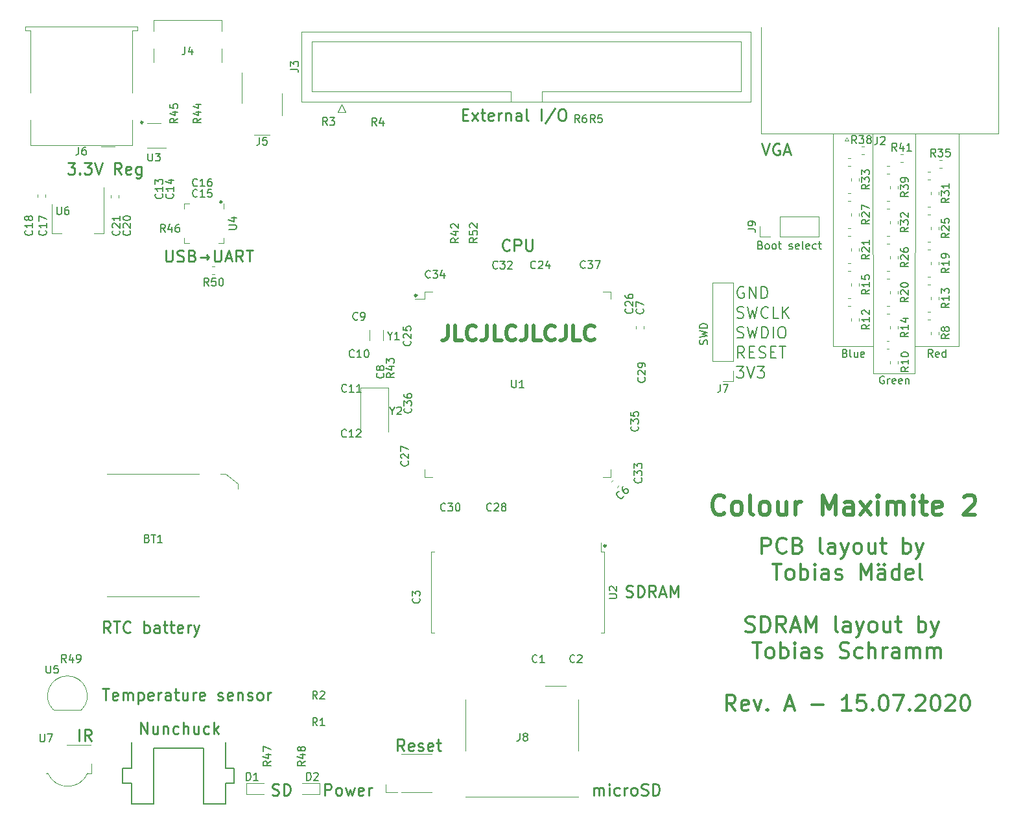
<source format=gto>
%TF.GenerationSoftware,KiCad,Pcbnew,5.1.6*%
%TF.CreationDate,2020-07-15T20:49:46+02:00*%
%TF.ProjectId,CMM2-JLC,434d4d32-2d4a-44c4-932e-6b696361645f,rev?*%
%TF.SameCoordinates,Original*%
%TF.FileFunction,Legend,Top*%
%TF.FilePolarity,Positive*%
%FSLAX46Y46*%
G04 Gerber Fmt 4.6, Leading zero omitted, Abs format (unit mm)*
G04 Created by KiCad (PCBNEW 5.1.6) date 2020-07-15 20:49:46*
%MOMM*%
%LPD*%
G01*
G04 APERTURE LIST*
%ADD10C,0.300000*%
%ADD11C,0.500000*%
%ADD12C,0.375000*%
%ADD13C,0.508000*%
%ADD14C,0.254000*%
%ADD15C,0.101600*%
%ADD16C,0.127000*%
%ADD17C,0.120000*%
%ADD18C,0.150000*%
G04 APERTURE END LIST*
D10*
X37000000Y-32900000D02*
G75*
G03*
X37000000Y-32900000I-100000J0D01*
G01*
X97500000Y-88200000D02*
G75*
G03*
X97500000Y-88200000I-100000J0D01*
G01*
X72800000Y-55500000D02*
G75*
G03*
X72800000Y-55500000I-100000J0D01*
G01*
X47350000Y-43300000D02*
G75*
G03*
X47350000Y-43300000I-100000J0D01*
G01*
D11*
X76861904Y-59404761D02*
X76861904Y-60833333D01*
X76766666Y-61119047D01*
X76576190Y-61309523D01*
X76290476Y-61404761D01*
X76100000Y-61404761D01*
X78766666Y-61404761D02*
X77814285Y-61404761D01*
X77814285Y-59404761D01*
X80576190Y-61214285D02*
X80480952Y-61309523D01*
X80195238Y-61404761D01*
X80004761Y-61404761D01*
X79719047Y-61309523D01*
X79528571Y-61119047D01*
X79433333Y-60928571D01*
X79338095Y-60547619D01*
X79338095Y-60261904D01*
X79433333Y-59880952D01*
X79528571Y-59690476D01*
X79719047Y-59500000D01*
X80004761Y-59404761D01*
X80195238Y-59404761D01*
X80480952Y-59500000D01*
X80576190Y-59595238D01*
X82004761Y-59404761D02*
X82004761Y-60833333D01*
X81909523Y-61119047D01*
X81719047Y-61309523D01*
X81433333Y-61404761D01*
X81242857Y-61404761D01*
X83909523Y-61404761D02*
X82957142Y-61404761D01*
X82957142Y-59404761D01*
X85719047Y-61214285D02*
X85623809Y-61309523D01*
X85338095Y-61404761D01*
X85147619Y-61404761D01*
X84861904Y-61309523D01*
X84671428Y-61119047D01*
X84576190Y-60928571D01*
X84480952Y-60547619D01*
X84480952Y-60261904D01*
X84576190Y-59880952D01*
X84671428Y-59690476D01*
X84861904Y-59500000D01*
X85147619Y-59404761D01*
X85338095Y-59404761D01*
X85623809Y-59500000D01*
X85719047Y-59595238D01*
X87147619Y-59404761D02*
X87147619Y-60833333D01*
X87052380Y-61119047D01*
X86861904Y-61309523D01*
X86576190Y-61404761D01*
X86385714Y-61404761D01*
X89052380Y-61404761D02*
X88100000Y-61404761D01*
X88100000Y-59404761D01*
X90861904Y-61214285D02*
X90766666Y-61309523D01*
X90480952Y-61404761D01*
X90290476Y-61404761D01*
X90004761Y-61309523D01*
X89814285Y-61119047D01*
X89719047Y-60928571D01*
X89623809Y-60547619D01*
X89623809Y-60261904D01*
X89719047Y-59880952D01*
X89814285Y-59690476D01*
X90004761Y-59500000D01*
X90290476Y-59404761D01*
X90480952Y-59404761D01*
X90766666Y-59500000D01*
X90861904Y-59595238D01*
X92290476Y-59404761D02*
X92290476Y-60833333D01*
X92195238Y-61119047D01*
X92004761Y-61309523D01*
X91719047Y-61404761D01*
X91528571Y-61404761D01*
X94195238Y-61404761D02*
X93242857Y-61404761D01*
X93242857Y-59404761D01*
X96004761Y-61214285D02*
X95909523Y-61309523D01*
X95623809Y-61404761D01*
X95433333Y-61404761D01*
X95147619Y-61309523D01*
X94957142Y-61119047D01*
X94861904Y-60928571D01*
X94766666Y-60547619D01*
X94766666Y-60261904D01*
X94861904Y-59880952D01*
X94957142Y-59690476D01*
X95147619Y-59500000D01*
X95433333Y-59404761D01*
X95623809Y-59404761D01*
X95909523Y-59500000D01*
X96004761Y-59595238D01*
D12*
X117875619Y-89200238D02*
X117875619Y-87168238D01*
X118649714Y-87168238D01*
X118843238Y-87265000D01*
X118940000Y-87361761D01*
X119036761Y-87555285D01*
X119036761Y-87845571D01*
X118940000Y-88039095D01*
X118843238Y-88135857D01*
X118649714Y-88232619D01*
X117875619Y-88232619D01*
X121068761Y-89006714D02*
X120972000Y-89103476D01*
X120681714Y-89200238D01*
X120488190Y-89200238D01*
X120197904Y-89103476D01*
X120004380Y-88909952D01*
X119907619Y-88716428D01*
X119810857Y-88329380D01*
X119810857Y-88039095D01*
X119907619Y-87652047D01*
X120004380Y-87458523D01*
X120197904Y-87265000D01*
X120488190Y-87168238D01*
X120681714Y-87168238D01*
X120972000Y-87265000D01*
X121068761Y-87361761D01*
X122616952Y-88135857D02*
X122907238Y-88232619D01*
X123004000Y-88329380D01*
X123100761Y-88522904D01*
X123100761Y-88813190D01*
X123004000Y-89006714D01*
X122907238Y-89103476D01*
X122713714Y-89200238D01*
X121939619Y-89200238D01*
X121939619Y-87168238D01*
X122616952Y-87168238D01*
X122810476Y-87265000D01*
X122907238Y-87361761D01*
X123004000Y-87555285D01*
X123004000Y-87748809D01*
X122907238Y-87942333D01*
X122810476Y-88039095D01*
X122616952Y-88135857D01*
X121939619Y-88135857D01*
X125810095Y-89200238D02*
X125616571Y-89103476D01*
X125519809Y-88909952D01*
X125519809Y-87168238D01*
X127455047Y-89200238D02*
X127455047Y-88135857D01*
X127358285Y-87942333D01*
X127164761Y-87845571D01*
X126777714Y-87845571D01*
X126584190Y-87942333D01*
X127455047Y-89103476D02*
X127261523Y-89200238D01*
X126777714Y-89200238D01*
X126584190Y-89103476D01*
X126487428Y-88909952D01*
X126487428Y-88716428D01*
X126584190Y-88522904D01*
X126777714Y-88426142D01*
X127261523Y-88426142D01*
X127455047Y-88329380D01*
X128229142Y-87845571D02*
X128712952Y-89200238D01*
X129196761Y-87845571D02*
X128712952Y-89200238D01*
X128519428Y-89684047D01*
X128422666Y-89780809D01*
X128229142Y-89877571D01*
X130261142Y-89200238D02*
X130067619Y-89103476D01*
X129970857Y-89006714D01*
X129874095Y-88813190D01*
X129874095Y-88232619D01*
X129970857Y-88039095D01*
X130067619Y-87942333D01*
X130261142Y-87845571D01*
X130551428Y-87845571D01*
X130744952Y-87942333D01*
X130841714Y-88039095D01*
X130938476Y-88232619D01*
X130938476Y-88813190D01*
X130841714Y-89006714D01*
X130744952Y-89103476D01*
X130551428Y-89200238D01*
X130261142Y-89200238D01*
X132680190Y-87845571D02*
X132680190Y-89200238D01*
X131809333Y-87845571D02*
X131809333Y-88909952D01*
X131906095Y-89103476D01*
X132099619Y-89200238D01*
X132389904Y-89200238D01*
X132583428Y-89103476D01*
X132680190Y-89006714D01*
X133357523Y-87845571D02*
X134131619Y-87845571D01*
X133647809Y-87168238D02*
X133647809Y-88909952D01*
X133744571Y-89103476D01*
X133938095Y-89200238D01*
X134131619Y-89200238D01*
X136357142Y-89200238D02*
X136357142Y-87168238D01*
X136357142Y-87942333D02*
X136550666Y-87845571D01*
X136937714Y-87845571D01*
X137131238Y-87942333D01*
X137228000Y-88039095D01*
X137324761Y-88232619D01*
X137324761Y-88813190D01*
X137228000Y-89006714D01*
X137131238Y-89103476D01*
X136937714Y-89200238D01*
X136550666Y-89200238D01*
X136357142Y-89103476D01*
X138002095Y-87845571D02*
X138485904Y-89200238D01*
X138969714Y-87845571D02*
X138485904Y-89200238D01*
X138292380Y-89684047D01*
X138195619Y-89780809D01*
X138002095Y-89877571D01*
X119278666Y-90591238D02*
X120439809Y-90591238D01*
X119859238Y-92623238D02*
X119859238Y-90591238D01*
X121407428Y-92623238D02*
X121213904Y-92526476D01*
X121117142Y-92429714D01*
X121020380Y-92236190D01*
X121020380Y-91655619D01*
X121117142Y-91462095D01*
X121213904Y-91365333D01*
X121407428Y-91268571D01*
X121697714Y-91268571D01*
X121891238Y-91365333D01*
X121988000Y-91462095D01*
X122084761Y-91655619D01*
X122084761Y-92236190D01*
X121988000Y-92429714D01*
X121891238Y-92526476D01*
X121697714Y-92623238D01*
X121407428Y-92623238D01*
X122955619Y-92623238D02*
X122955619Y-90591238D01*
X122955619Y-91365333D02*
X123149142Y-91268571D01*
X123536190Y-91268571D01*
X123729714Y-91365333D01*
X123826476Y-91462095D01*
X123923238Y-91655619D01*
X123923238Y-92236190D01*
X123826476Y-92429714D01*
X123729714Y-92526476D01*
X123536190Y-92623238D01*
X123149142Y-92623238D01*
X122955619Y-92526476D01*
X124794095Y-92623238D02*
X124794095Y-91268571D01*
X124794095Y-90591238D02*
X124697333Y-90688000D01*
X124794095Y-90784761D01*
X124890857Y-90688000D01*
X124794095Y-90591238D01*
X124794095Y-90784761D01*
X126632571Y-92623238D02*
X126632571Y-91558857D01*
X126535809Y-91365333D01*
X126342285Y-91268571D01*
X125955238Y-91268571D01*
X125761714Y-91365333D01*
X126632571Y-92526476D02*
X126439047Y-92623238D01*
X125955238Y-92623238D01*
X125761714Y-92526476D01*
X125664952Y-92332952D01*
X125664952Y-92139428D01*
X125761714Y-91945904D01*
X125955238Y-91849142D01*
X126439047Y-91849142D01*
X126632571Y-91752380D01*
X127503428Y-92526476D02*
X127696952Y-92623238D01*
X128084000Y-92623238D01*
X128277523Y-92526476D01*
X128374285Y-92332952D01*
X128374285Y-92236190D01*
X128277523Y-92042666D01*
X128084000Y-91945904D01*
X127793714Y-91945904D01*
X127600190Y-91849142D01*
X127503428Y-91655619D01*
X127503428Y-91558857D01*
X127600190Y-91365333D01*
X127793714Y-91268571D01*
X128084000Y-91268571D01*
X128277523Y-91365333D01*
X130793333Y-92623238D02*
X130793333Y-90591238D01*
X131470666Y-92042666D01*
X132148000Y-90591238D01*
X132148000Y-92623238D01*
X133986476Y-92623238D02*
X133986476Y-91558857D01*
X133889714Y-91365333D01*
X133696190Y-91268571D01*
X133309142Y-91268571D01*
X133115619Y-91365333D01*
X133986476Y-92526476D02*
X133792952Y-92623238D01*
X133309142Y-92623238D01*
X133115619Y-92526476D01*
X133018857Y-92332952D01*
X133018857Y-92139428D01*
X133115619Y-91945904D01*
X133309142Y-91849142D01*
X133792952Y-91849142D01*
X133986476Y-91752380D01*
X133115619Y-90591238D02*
X133212380Y-90688000D01*
X133115619Y-90784761D01*
X133018857Y-90688000D01*
X133115619Y-90591238D01*
X133115619Y-90784761D01*
X133889714Y-90591238D02*
X133986476Y-90688000D01*
X133889714Y-90784761D01*
X133792952Y-90688000D01*
X133889714Y-90591238D01*
X133889714Y-90784761D01*
X135824952Y-92623238D02*
X135824952Y-90591238D01*
X135824952Y-92526476D02*
X135631428Y-92623238D01*
X135244380Y-92623238D01*
X135050857Y-92526476D01*
X134954095Y-92429714D01*
X134857333Y-92236190D01*
X134857333Y-91655619D01*
X134954095Y-91462095D01*
X135050857Y-91365333D01*
X135244380Y-91268571D01*
X135631428Y-91268571D01*
X135824952Y-91365333D01*
X137566666Y-92526476D02*
X137373142Y-92623238D01*
X136986095Y-92623238D01*
X136792571Y-92526476D01*
X136695809Y-92332952D01*
X136695809Y-91558857D01*
X136792571Y-91365333D01*
X136986095Y-91268571D01*
X137373142Y-91268571D01*
X137566666Y-91365333D01*
X137663428Y-91558857D01*
X137663428Y-91752380D01*
X136695809Y-91945904D01*
X138824571Y-92623238D02*
X138631047Y-92526476D01*
X138534285Y-92332952D01*
X138534285Y-90591238D01*
X115795238Y-99372476D02*
X116085523Y-99469238D01*
X116569333Y-99469238D01*
X116762857Y-99372476D01*
X116859619Y-99275714D01*
X116956380Y-99082190D01*
X116956380Y-98888666D01*
X116859619Y-98695142D01*
X116762857Y-98598380D01*
X116569333Y-98501619D01*
X116182285Y-98404857D01*
X115988761Y-98308095D01*
X115892000Y-98211333D01*
X115795238Y-98017809D01*
X115795238Y-97824285D01*
X115892000Y-97630761D01*
X115988761Y-97534000D01*
X116182285Y-97437238D01*
X116666095Y-97437238D01*
X116956380Y-97534000D01*
X117827238Y-99469238D02*
X117827238Y-97437238D01*
X118311047Y-97437238D01*
X118601333Y-97534000D01*
X118794857Y-97727523D01*
X118891619Y-97921047D01*
X118988380Y-98308095D01*
X118988380Y-98598380D01*
X118891619Y-98985428D01*
X118794857Y-99178952D01*
X118601333Y-99372476D01*
X118311047Y-99469238D01*
X117827238Y-99469238D01*
X121020380Y-99469238D02*
X120343047Y-98501619D01*
X119859238Y-99469238D02*
X119859238Y-97437238D01*
X120633333Y-97437238D01*
X120826857Y-97534000D01*
X120923619Y-97630761D01*
X121020380Y-97824285D01*
X121020380Y-98114571D01*
X120923619Y-98308095D01*
X120826857Y-98404857D01*
X120633333Y-98501619D01*
X119859238Y-98501619D01*
X121794476Y-98888666D02*
X122762095Y-98888666D01*
X121600952Y-99469238D02*
X122278285Y-97437238D01*
X122955619Y-99469238D01*
X123632952Y-99469238D02*
X123632952Y-97437238D01*
X124310285Y-98888666D01*
X124987619Y-97437238D01*
X124987619Y-99469238D01*
X127793714Y-99469238D02*
X127600190Y-99372476D01*
X127503428Y-99178952D01*
X127503428Y-97437238D01*
X129438666Y-99469238D02*
X129438666Y-98404857D01*
X129341904Y-98211333D01*
X129148380Y-98114571D01*
X128761333Y-98114571D01*
X128567809Y-98211333D01*
X129438666Y-99372476D02*
X129245142Y-99469238D01*
X128761333Y-99469238D01*
X128567809Y-99372476D01*
X128471047Y-99178952D01*
X128471047Y-98985428D01*
X128567809Y-98791904D01*
X128761333Y-98695142D01*
X129245142Y-98695142D01*
X129438666Y-98598380D01*
X130212761Y-98114571D02*
X130696571Y-99469238D01*
X131180380Y-98114571D02*
X130696571Y-99469238D01*
X130503047Y-99953047D01*
X130406285Y-100049809D01*
X130212761Y-100146571D01*
X132244761Y-99469238D02*
X132051238Y-99372476D01*
X131954476Y-99275714D01*
X131857714Y-99082190D01*
X131857714Y-98501619D01*
X131954476Y-98308095D01*
X132051238Y-98211333D01*
X132244761Y-98114571D01*
X132535047Y-98114571D01*
X132728571Y-98211333D01*
X132825333Y-98308095D01*
X132922095Y-98501619D01*
X132922095Y-99082190D01*
X132825333Y-99275714D01*
X132728571Y-99372476D01*
X132535047Y-99469238D01*
X132244761Y-99469238D01*
X134663809Y-98114571D02*
X134663809Y-99469238D01*
X133792952Y-98114571D02*
X133792952Y-99178952D01*
X133889714Y-99372476D01*
X134083238Y-99469238D01*
X134373523Y-99469238D01*
X134567047Y-99372476D01*
X134663809Y-99275714D01*
X135341142Y-98114571D02*
X136115238Y-98114571D01*
X135631428Y-97437238D02*
X135631428Y-99178952D01*
X135728190Y-99372476D01*
X135921714Y-99469238D01*
X136115238Y-99469238D01*
X138340761Y-99469238D02*
X138340761Y-97437238D01*
X138340761Y-98211333D02*
X138534285Y-98114571D01*
X138921333Y-98114571D01*
X139114857Y-98211333D01*
X139211619Y-98308095D01*
X139308380Y-98501619D01*
X139308380Y-99082190D01*
X139211619Y-99275714D01*
X139114857Y-99372476D01*
X138921333Y-99469238D01*
X138534285Y-99469238D01*
X138340761Y-99372476D01*
X139985714Y-98114571D02*
X140469523Y-99469238D01*
X140953333Y-98114571D02*
X140469523Y-99469238D01*
X140276000Y-99953047D01*
X140179238Y-100049809D01*
X139985714Y-100146571D01*
X116666095Y-100860238D02*
X117827238Y-100860238D01*
X117246666Y-102892238D02*
X117246666Y-100860238D01*
X118794857Y-102892238D02*
X118601333Y-102795476D01*
X118504571Y-102698714D01*
X118407809Y-102505190D01*
X118407809Y-101924619D01*
X118504571Y-101731095D01*
X118601333Y-101634333D01*
X118794857Y-101537571D01*
X119085142Y-101537571D01*
X119278666Y-101634333D01*
X119375428Y-101731095D01*
X119472190Y-101924619D01*
X119472190Y-102505190D01*
X119375428Y-102698714D01*
X119278666Y-102795476D01*
X119085142Y-102892238D01*
X118794857Y-102892238D01*
X120343047Y-102892238D02*
X120343047Y-100860238D01*
X120343047Y-101634333D02*
X120536571Y-101537571D01*
X120923619Y-101537571D01*
X121117142Y-101634333D01*
X121213904Y-101731095D01*
X121310666Y-101924619D01*
X121310666Y-102505190D01*
X121213904Y-102698714D01*
X121117142Y-102795476D01*
X120923619Y-102892238D01*
X120536571Y-102892238D01*
X120343047Y-102795476D01*
X122181523Y-102892238D02*
X122181523Y-101537571D01*
X122181523Y-100860238D02*
X122084761Y-100957000D01*
X122181523Y-101053761D01*
X122278285Y-100957000D01*
X122181523Y-100860238D01*
X122181523Y-101053761D01*
X124020000Y-102892238D02*
X124020000Y-101827857D01*
X123923238Y-101634333D01*
X123729714Y-101537571D01*
X123342666Y-101537571D01*
X123149142Y-101634333D01*
X124020000Y-102795476D02*
X123826476Y-102892238D01*
X123342666Y-102892238D01*
X123149142Y-102795476D01*
X123052380Y-102601952D01*
X123052380Y-102408428D01*
X123149142Y-102214904D01*
X123342666Y-102118142D01*
X123826476Y-102118142D01*
X124020000Y-102021380D01*
X124890857Y-102795476D02*
X125084380Y-102892238D01*
X125471428Y-102892238D01*
X125664952Y-102795476D01*
X125761714Y-102601952D01*
X125761714Y-102505190D01*
X125664952Y-102311666D01*
X125471428Y-102214904D01*
X125181142Y-102214904D01*
X124987619Y-102118142D01*
X124890857Y-101924619D01*
X124890857Y-101827857D01*
X124987619Y-101634333D01*
X125181142Y-101537571D01*
X125471428Y-101537571D01*
X125664952Y-101634333D01*
X128084000Y-102795476D02*
X128374285Y-102892238D01*
X128858095Y-102892238D01*
X129051619Y-102795476D01*
X129148380Y-102698714D01*
X129245142Y-102505190D01*
X129245142Y-102311666D01*
X129148380Y-102118142D01*
X129051619Y-102021380D01*
X128858095Y-101924619D01*
X128471047Y-101827857D01*
X128277523Y-101731095D01*
X128180761Y-101634333D01*
X128084000Y-101440809D01*
X128084000Y-101247285D01*
X128180761Y-101053761D01*
X128277523Y-100957000D01*
X128471047Y-100860238D01*
X128954857Y-100860238D01*
X129245142Y-100957000D01*
X130986857Y-102795476D02*
X130793333Y-102892238D01*
X130406285Y-102892238D01*
X130212761Y-102795476D01*
X130116000Y-102698714D01*
X130019238Y-102505190D01*
X130019238Y-101924619D01*
X130116000Y-101731095D01*
X130212761Y-101634333D01*
X130406285Y-101537571D01*
X130793333Y-101537571D01*
X130986857Y-101634333D01*
X131857714Y-102892238D02*
X131857714Y-100860238D01*
X132728571Y-102892238D02*
X132728571Y-101827857D01*
X132631809Y-101634333D01*
X132438285Y-101537571D01*
X132148000Y-101537571D01*
X131954476Y-101634333D01*
X131857714Y-101731095D01*
X133696190Y-102892238D02*
X133696190Y-101537571D01*
X133696190Y-101924619D02*
X133792952Y-101731095D01*
X133889714Y-101634333D01*
X134083238Y-101537571D01*
X134276761Y-101537571D01*
X135824952Y-102892238D02*
X135824952Y-101827857D01*
X135728190Y-101634333D01*
X135534666Y-101537571D01*
X135147619Y-101537571D01*
X134954095Y-101634333D01*
X135824952Y-102795476D02*
X135631428Y-102892238D01*
X135147619Y-102892238D01*
X134954095Y-102795476D01*
X134857333Y-102601952D01*
X134857333Y-102408428D01*
X134954095Y-102214904D01*
X135147619Y-102118142D01*
X135631428Y-102118142D01*
X135824952Y-102021380D01*
X136792571Y-102892238D02*
X136792571Y-101537571D01*
X136792571Y-101731095D02*
X136889333Y-101634333D01*
X137082857Y-101537571D01*
X137373142Y-101537571D01*
X137566666Y-101634333D01*
X137663428Y-101827857D01*
X137663428Y-102892238D01*
X137663428Y-101827857D02*
X137760190Y-101634333D01*
X137953714Y-101537571D01*
X138244000Y-101537571D01*
X138437523Y-101634333D01*
X138534285Y-101827857D01*
X138534285Y-102892238D01*
X139501904Y-102892238D02*
X139501904Y-101537571D01*
X139501904Y-101731095D02*
X139598666Y-101634333D01*
X139792190Y-101537571D01*
X140082476Y-101537571D01*
X140276000Y-101634333D01*
X140372761Y-101827857D01*
X140372761Y-102892238D01*
X140372761Y-101827857D02*
X140469523Y-101634333D01*
X140663047Y-101537571D01*
X140953333Y-101537571D01*
X141146857Y-101634333D01*
X141243619Y-101827857D01*
X141243619Y-102892238D01*
X114440571Y-109738238D02*
X113763238Y-108770619D01*
X113279428Y-109738238D02*
X113279428Y-107706238D01*
X114053523Y-107706238D01*
X114247047Y-107803000D01*
X114343809Y-107899761D01*
X114440571Y-108093285D01*
X114440571Y-108383571D01*
X114343809Y-108577095D01*
X114247047Y-108673857D01*
X114053523Y-108770619D01*
X113279428Y-108770619D01*
X116085523Y-109641476D02*
X115892000Y-109738238D01*
X115504952Y-109738238D01*
X115311428Y-109641476D01*
X115214666Y-109447952D01*
X115214666Y-108673857D01*
X115311428Y-108480333D01*
X115504952Y-108383571D01*
X115892000Y-108383571D01*
X116085523Y-108480333D01*
X116182285Y-108673857D01*
X116182285Y-108867380D01*
X115214666Y-109060904D01*
X116859619Y-108383571D02*
X117343428Y-109738238D01*
X117827238Y-108383571D01*
X118601333Y-109544714D02*
X118698095Y-109641476D01*
X118601333Y-109738238D01*
X118504571Y-109641476D01*
X118601333Y-109544714D01*
X118601333Y-109738238D01*
X121020380Y-109157666D02*
X121988000Y-109157666D01*
X120826857Y-109738238D02*
X121504190Y-107706238D01*
X122181523Y-109738238D01*
X124407047Y-108964142D02*
X125955238Y-108964142D01*
X129535428Y-109738238D02*
X128374285Y-109738238D01*
X128954857Y-109738238D02*
X128954857Y-107706238D01*
X128761333Y-107996523D01*
X128567809Y-108190047D01*
X128374285Y-108286809D01*
X131373904Y-107706238D02*
X130406285Y-107706238D01*
X130309523Y-108673857D01*
X130406285Y-108577095D01*
X130599809Y-108480333D01*
X131083619Y-108480333D01*
X131277142Y-108577095D01*
X131373904Y-108673857D01*
X131470666Y-108867380D01*
X131470666Y-109351190D01*
X131373904Y-109544714D01*
X131277142Y-109641476D01*
X131083619Y-109738238D01*
X130599809Y-109738238D01*
X130406285Y-109641476D01*
X130309523Y-109544714D01*
X132341523Y-109544714D02*
X132438285Y-109641476D01*
X132341523Y-109738238D01*
X132244761Y-109641476D01*
X132341523Y-109544714D01*
X132341523Y-109738238D01*
X133696190Y-107706238D02*
X133889714Y-107706238D01*
X134083238Y-107803000D01*
X134180000Y-107899761D01*
X134276761Y-108093285D01*
X134373523Y-108480333D01*
X134373523Y-108964142D01*
X134276761Y-109351190D01*
X134180000Y-109544714D01*
X134083238Y-109641476D01*
X133889714Y-109738238D01*
X133696190Y-109738238D01*
X133502666Y-109641476D01*
X133405904Y-109544714D01*
X133309142Y-109351190D01*
X133212380Y-108964142D01*
X133212380Y-108480333D01*
X133309142Y-108093285D01*
X133405904Y-107899761D01*
X133502666Y-107803000D01*
X133696190Y-107706238D01*
X135050857Y-107706238D02*
X136405523Y-107706238D01*
X135534666Y-109738238D01*
X137179619Y-109544714D02*
X137276380Y-109641476D01*
X137179619Y-109738238D01*
X137082857Y-109641476D01*
X137179619Y-109544714D01*
X137179619Y-109738238D01*
X138050476Y-107899761D02*
X138147238Y-107803000D01*
X138340761Y-107706238D01*
X138824571Y-107706238D01*
X139018095Y-107803000D01*
X139114857Y-107899761D01*
X139211619Y-108093285D01*
X139211619Y-108286809D01*
X139114857Y-108577095D01*
X137953714Y-109738238D01*
X139211619Y-109738238D01*
X140469523Y-107706238D02*
X140663047Y-107706238D01*
X140856571Y-107803000D01*
X140953333Y-107899761D01*
X141050095Y-108093285D01*
X141146857Y-108480333D01*
X141146857Y-108964142D01*
X141050095Y-109351190D01*
X140953333Y-109544714D01*
X140856571Y-109641476D01*
X140663047Y-109738238D01*
X140469523Y-109738238D01*
X140276000Y-109641476D01*
X140179238Y-109544714D01*
X140082476Y-109351190D01*
X139985714Y-108964142D01*
X139985714Y-108480333D01*
X140082476Y-108093285D01*
X140179238Y-107899761D01*
X140276000Y-107803000D01*
X140469523Y-107706238D01*
X141920952Y-107899761D02*
X142017714Y-107803000D01*
X142211238Y-107706238D01*
X142695047Y-107706238D01*
X142888571Y-107803000D01*
X142985333Y-107899761D01*
X143082095Y-108093285D01*
X143082095Y-108286809D01*
X142985333Y-108577095D01*
X141824190Y-109738238D01*
X143082095Y-109738238D01*
X144340000Y-107706238D02*
X144533523Y-107706238D01*
X144727047Y-107803000D01*
X144823809Y-107899761D01*
X144920571Y-108093285D01*
X145017333Y-108480333D01*
X145017333Y-108964142D01*
X144920571Y-109351190D01*
X144823809Y-109544714D01*
X144727047Y-109641476D01*
X144533523Y-109738238D01*
X144340000Y-109738238D01*
X144146476Y-109641476D01*
X144049714Y-109544714D01*
X143952952Y-109351190D01*
X143856190Y-108964142D01*
X143856190Y-108480333D01*
X143952952Y-108093285D01*
X144049714Y-107899761D01*
X144146476Y-107803000D01*
X144340000Y-107706238D01*
D13*
X112986390Y-83907142D02*
X112865438Y-84028095D01*
X112502580Y-84149047D01*
X112260676Y-84149047D01*
X111897819Y-84028095D01*
X111655914Y-83786190D01*
X111534961Y-83544285D01*
X111414009Y-83060476D01*
X111414009Y-82697619D01*
X111534961Y-82213809D01*
X111655914Y-81971904D01*
X111897819Y-81730000D01*
X112260676Y-81609047D01*
X112502580Y-81609047D01*
X112865438Y-81730000D01*
X112986390Y-81850952D01*
X114437819Y-84149047D02*
X114195914Y-84028095D01*
X114074961Y-83907142D01*
X113954009Y-83665238D01*
X113954009Y-82939523D01*
X114074961Y-82697619D01*
X114195914Y-82576666D01*
X114437819Y-82455714D01*
X114800676Y-82455714D01*
X115042580Y-82576666D01*
X115163533Y-82697619D01*
X115284485Y-82939523D01*
X115284485Y-83665238D01*
X115163533Y-83907142D01*
X115042580Y-84028095D01*
X114800676Y-84149047D01*
X114437819Y-84149047D01*
X116735914Y-84149047D02*
X116494009Y-84028095D01*
X116373057Y-83786190D01*
X116373057Y-81609047D01*
X118066390Y-84149047D02*
X117824485Y-84028095D01*
X117703533Y-83907142D01*
X117582580Y-83665238D01*
X117582580Y-82939523D01*
X117703533Y-82697619D01*
X117824485Y-82576666D01*
X118066390Y-82455714D01*
X118429247Y-82455714D01*
X118671152Y-82576666D01*
X118792104Y-82697619D01*
X118913057Y-82939523D01*
X118913057Y-83665238D01*
X118792104Y-83907142D01*
X118671152Y-84028095D01*
X118429247Y-84149047D01*
X118066390Y-84149047D01*
X121090200Y-82455714D02*
X121090200Y-84149047D01*
X120001628Y-82455714D02*
X120001628Y-83786190D01*
X120122580Y-84028095D01*
X120364485Y-84149047D01*
X120727342Y-84149047D01*
X120969247Y-84028095D01*
X121090200Y-83907142D01*
X122299723Y-84149047D02*
X122299723Y-82455714D01*
X122299723Y-82939523D02*
X122420676Y-82697619D01*
X122541628Y-82576666D01*
X122783533Y-82455714D01*
X123025438Y-82455714D01*
X125807342Y-84149047D02*
X125807342Y-81609047D01*
X126654009Y-83423333D01*
X127500676Y-81609047D01*
X127500676Y-84149047D01*
X129798771Y-84149047D02*
X129798771Y-82818571D01*
X129677819Y-82576666D01*
X129435914Y-82455714D01*
X128952104Y-82455714D01*
X128710200Y-82576666D01*
X129798771Y-84028095D02*
X129556866Y-84149047D01*
X128952104Y-84149047D01*
X128710200Y-84028095D01*
X128589247Y-83786190D01*
X128589247Y-83544285D01*
X128710200Y-83302380D01*
X128952104Y-83181428D01*
X129556866Y-83181428D01*
X129798771Y-83060476D01*
X130766390Y-84149047D02*
X132096866Y-82455714D01*
X130766390Y-82455714D02*
X132096866Y-84149047D01*
X133064485Y-84149047D02*
X133064485Y-82455714D01*
X133064485Y-81609047D02*
X132943533Y-81730000D01*
X133064485Y-81850952D01*
X133185438Y-81730000D01*
X133064485Y-81609047D01*
X133064485Y-81850952D01*
X134274009Y-84149047D02*
X134274009Y-82455714D01*
X134274009Y-82697619D02*
X134394961Y-82576666D01*
X134636866Y-82455714D01*
X134999723Y-82455714D01*
X135241628Y-82576666D01*
X135362580Y-82818571D01*
X135362580Y-84149047D01*
X135362580Y-82818571D02*
X135483533Y-82576666D01*
X135725438Y-82455714D01*
X136088295Y-82455714D01*
X136330200Y-82576666D01*
X136451152Y-82818571D01*
X136451152Y-84149047D01*
X137660676Y-84149047D02*
X137660676Y-82455714D01*
X137660676Y-81609047D02*
X137539723Y-81730000D01*
X137660676Y-81850952D01*
X137781628Y-81730000D01*
X137660676Y-81609047D01*
X137660676Y-81850952D01*
X138507342Y-82455714D02*
X139474961Y-82455714D01*
X138870200Y-81609047D02*
X138870200Y-83786190D01*
X138991152Y-84028095D01*
X139233057Y-84149047D01*
X139474961Y-84149047D01*
X141289247Y-84028095D02*
X141047342Y-84149047D01*
X140563533Y-84149047D01*
X140321628Y-84028095D01*
X140200676Y-83786190D01*
X140200676Y-82818571D01*
X140321628Y-82576666D01*
X140563533Y-82455714D01*
X141047342Y-82455714D01*
X141289247Y-82576666D01*
X141410200Y-82818571D01*
X141410200Y-83060476D01*
X140200676Y-83302380D01*
X144313057Y-81850952D02*
X144434009Y-81730000D01*
X144675914Y-81609047D01*
X145280676Y-81609047D01*
X145522580Y-81730000D01*
X145643533Y-81850952D01*
X145764485Y-82092857D01*
X145764485Y-82334761D01*
X145643533Y-82697619D01*
X144192104Y-84149047D01*
X145764485Y-84149047D01*
D14*
X78822242Y-31892857D02*
X79322242Y-31892857D01*
X79536528Y-32678571D02*
X78822242Y-32678571D01*
X78822242Y-31178571D01*
X79536528Y-31178571D01*
X80036528Y-32678571D02*
X80822242Y-31678571D01*
X80036528Y-31678571D02*
X80822242Y-32678571D01*
X81179385Y-31678571D02*
X81750814Y-31678571D01*
X81393671Y-31178571D02*
X81393671Y-32464285D01*
X81465100Y-32607142D01*
X81607957Y-32678571D01*
X81750814Y-32678571D01*
X82822242Y-32607142D02*
X82679385Y-32678571D01*
X82393671Y-32678571D01*
X82250814Y-32607142D01*
X82179385Y-32464285D01*
X82179385Y-31892857D01*
X82250814Y-31750000D01*
X82393671Y-31678571D01*
X82679385Y-31678571D01*
X82822242Y-31750000D01*
X82893671Y-31892857D01*
X82893671Y-32035714D01*
X82179385Y-32178571D01*
X83536528Y-32678571D02*
X83536528Y-31678571D01*
X83536528Y-31964285D02*
X83607957Y-31821428D01*
X83679385Y-31750000D01*
X83822242Y-31678571D01*
X83965100Y-31678571D01*
X84465100Y-31678571D02*
X84465100Y-32678571D01*
X84465100Y-31821428D02*
X84536528Y-31750000D01*
X84679385Y-31678571D01*
X84893671Y-31678571D01*
X85036528Y-31750000D01*
X85107957Y-31892857D01*
X85107957Y-32678571D01*
X86465100Y-32678571D02*
X86465100Y-31892857D01*
X86393671Y-31750000D01*
X86250814Y-31678571D01*
X85965100Y-31678571D01*
X85822242Y-31750000D01*
X86465100Y-32607142D02*
X86322242Y-32678571D01*
X85965100Y-32678571D01*
X85822242Y-32607142D01*
X85750814Y-32464285D01*
X85750814Y-32321428D01*
X85822242Y-32178571D01*
X85965100Y-32107142D01*
X86322242Y-32107142D01*
X86465100Y-32035714D01*
X87393671Y-32678571D02*
X87250814Y-32607142D01*
X87179385Y-32464285D01*
X87179385Y-31178571D01*
X89107957Y-32678571D02*
X89107957Y-31178571D01*
X90893671Y-31107142D02*
X89607957Y-33035714D01*
X91679385Y-31178571D02*
X91965100Y-31178571D01*
X92107957Y-31250000D01*
X92250814Y-31392857D01*
X92322242Y-31678571D01*
X92322242Y-32178571D01*
X92250814Y-32464285D01*
X92107957Y-32607142D01*
X91965100Y-32678571D01*
X91679385Y-32678571D01*
X91536528Y-32607142D01*
X91393671Y-32464285D01*
X91322242Y-32178571D01*
X91322242Y-31678571D01*
X91393671Y-31392857D01*
X91536528Y-31250000D01*
X91679385Y-31178571D01*
X27242857Y-38178571D02*
X28171428Y-38178571D01*
X27671428Y-38750000D01*
X27885714Y-38750000D01*
X28028571Y-38821428D01*
X28100000Y-38892857D01*
X28171428Y-39035714D01*
X28171428Y-39392857D01*
X28100000Y-39535714D01*
X28028571Y-39607142D01*
X27885714Y-39678571D01*
X27457142Y-39678571D01*
X27314285Y-39607142D01*
X27242857Y-39535714D01*
X28814285Y-39535714D02*
X28885714Y-39607142D01*
X28814285Y-39678571D01*
X28742857Y-39607142D01*
X28814285Y-39535714D01*
X28814285Y-39678571D01*
X29385714Y-38178571D02*
X30314285Y-38178571D01*
X29814285Y-38750000D01*
X30028571Y-38750000D01*
X30171428Y-38821428D01*
X30242857Y-38892857D01*
X30314285Y-39035714D01*
X30314285Y-39392857D01*
X30242857Y-39535714D01*
X30171428Y-39607142D01*
X30028571Y-39678571D01*
X29600000Y-39678571D01*
X29457142Y-39607142D01*
X29385714Y-39535714D01*
X30742857Y-38178571D02*
X31242857Y-39678571D01*
X31742857Y-38178571D01*
X34242857Y-39678571D02*
X33742857Y-38964285D01*
X33385714Y-39678571D02*
X33385714Y-38178571D01*
X33957142Y-38178571D01*
X34100000Y-38250000D01*
X34171428Y-38321428D01*
X34242857Y-38464285D01*
X34242857Y-38678571D01*
X34171428Y-38821428D01*
X34100000Y-38892857D01*
X33957142Y-38964285D01*
X33385714Y-38964285D01*
X35457142Y-39607142D02*
X35314285Y-39678571D01*
X35028571Y-39678571D01*
X34885714Y-39607142D01*
X34814285Y-39464285D01*
X34814285Y-38892857D01*
X34885714Y-38750000D01*
X35028571Y-38678571D01*
X35314285Y-38678571D01*
X35457142Y-38750000D01*
X35528571Y-38892857D01*
X35528571Y-39035714D01*
X34814285Y-39178571D01*
X36814285Y-38678571D02*
X36814285Y-39892857D01*
X36742857Y-40035714D01*
X36671428Y-40107142D01*
X36528571Y-40178571D01*
X36314285Y-40178571D01*
X36171428Y-40107142D01*
X36814285Y-39607142D02*
X36671428Y-39678571D01*
X36385714Y-39678571D01*
X36242857Y-39607142D01*
X36171428Y-39535714D01*
X36100000Y-39392857D01*
X36100000Y-38964285D01*
X36171428Y-38821428D01*
X36242857Y-38750000D01*
X36385714Y-38678571D01*
X36671428Y-38678571D01*
X36814285Y-38750000D01*
X40028571Y-49578571D02*
X40028571Y-50792857D01*
X40100000Y-50935714D01*
X40171428Y-51007142D01*
X40314285Y-51078571D01*
X40600000Y-51078571D01*
X40742857Y-51007142D01*
X40814285Y-50935714D01*
X40885714Y-50792857D01*
X40885714Y-49578571D01*
X41528571Y-51007142D02*
X41742857Y-51078571D01*
X42100000Y-51078571D01*
X42242857Y-51007142D01*
X42314285Y-50935714D01*
X42385714Y-50792857D01*
X42385714Y-50650000D01*
X42314285Y-50507142D01*
X42242857Y-50435714D01*
X42100000Y-50364285D01*
X41814285Y-50292857D01*
X41671428Y-50221428D01*
X41600000Y-50150000D01*
X41528571Y-50007142D01*
X41528571Y-49864285D01*
X41600000Y-49721428D01*
X41671428Y-49650000D01*
X41814285Y-49578571D01*
X42171428Y-49578571D01*
X42385714Y-49650000D01*
X43528571Y-50292857D02*
X43742857Y-50364285D01*
X43814285Y-50435714D01*
X43885714Y-50578571D01*
X43885714Y-50792857D01*
X43814285Y-50935714D01*
X43742857Y-51007142D01*
X43600000Y-51078571D01*
X43028571Y-51078571D01*
X43028571Y-49578571D01*
X43528571Y-49578571D01*
X43671428Y-49650000D01*
X43742857Y-49721428D01*
X43814285Y-49864285D01*
X43814285Y-50007142D01*
X43742857Y-50150000D01*
X43671428Y-50221428D01*
X43528571Y-50292857D01*
X43028571Y-50292857D01*
X44528571Y-50507142D02*
X45671428Y-50507142D01*
X45385714Y-50792857D02*
X45671428Y-50507142D01*
X45385714Y-50221428D01*
X46385714Y-49578571D02*
X46385714Y-50792857D01*
X46457142Y-50935714D01*
X46528571Y-51007142D01*
X46671428Y-51078571D01*
X46957142Y-51078571D01*
X47100000Y-51007142D01*
X47171428Y-50935714D01*
X47242857Y-50792857D01*
X47242857Y-49578571D01*
X47885714Y-50650000D02*
X48600000Y-50650000D01*
X47742857Y-51078571D02*
X48242857Y-49578571D01*
X48742857Y-51078571D01*
X50100000Y-51078571D02*
X49600000Y-50364285D01*
X49242857Y-51078571D02*
X49242857Y-49578571D01*
X49814285Y-49578571D01*
X49957142Y-49650000D01*
X50028571Y-49721428D01*
X50100000Y-49864285D01*
X50100000Y-50078571D01*
X50028571Y-50221428D01*
X49957142Y-50292857D01*
X49814285Y-50364285D01*
X49242857Y-50364285D01*
X50528571Y-49578571D02*
X51385714Y-49578571D01*
X50957142Y-51078571D02*
X50957142Y-49578571D01*
X71179385Y-114978571D02*
X70679385Y-114264285D01*
X70322242Y-114978571D02*
X70322242Y-113478571D01*
X70893671Y-113478571D01*
X71036528Y-113550000D01*
X71107957Y-113621428D01*
X71179385Y-113764285D01*
X71179385Y-113978571D01*
X71107957Y-114121428D01*
X71036528Y-114192857D01*
X70893671Y-114264285D01*
X70322242Y-114264285D01*
X72393671Y-114907142D02*
X72250814Y-114978571D01*
X71965100Y-114978571D01*
X71822242Y-114907142D01*
X71750814Y-114764285D01*
X71750814Y-114192857D01*
X71822242Y-114050000D01*
X71965100Y-113978571D01*
X72250814Y-113978571D01*
X72393671Y-114050000D01*
X72465100Y-114192857D01*
X72465100Y-114335714D01*
X71750814Y-114478571D01*
X73036528Y-114907142D02*
X73179385Y-114978571D01*
X73465100Y-114978571D01*
X73607957Y-114907142D01*
X73679385Y-114764285D01*
X73679385Y-114692857D01*
X73607957Y-114550000D01*
X73465100Y-114478571D01*
X73250814Y-114478571D01*
X73107957Y-114407142D01*
X73036528Y-114264285D01*
X73036528Y-114192857D01*
X73107957Y-114050000D01*
X73250814Y-113978571D01*
X73465100Y-113978571D01*
X73607957Y-114050000D01*
X74893671Y-114907142D02*
X74750814Y-114978571D01*
X74465100Y-114978571D01*
X74322242Y-114907142D01*
X74250814Y-114764285D01*
X74250814Y-114192857D01*
X74322242Y-114050000D01*
X74465100Y-113978571D01*
X74750814Y-113978571D01*
X74893671Y-114050000D01*
X74965100Y-114192857D01*
X74965100Y-114335714D01*
X74250814Y-114478571D01*
X75393671Y-113978571D02*
X75965100Y-113978571D01*
X75607957Y-113478571D02*
X75607957Y-114764285D01*
X75679385Y-114907142D01*
X75822242Y-114978571D01*
X75965100Y-114978571D01*
X36764285Y-112778571D02*
X36764285Y-111278571D01*
X37621428Y-112778571D01*
X37621428Y-111278571D01*
X38978571Y-111778571D02*
X38978571Y-112778571D01*
X38335714Y-111778571D02*
X38335714Y-112564285D01*
X38407142Y-112707142D01*
X38550000Y-112778571D01*
X38764285Y-112778571D01*
X38907142Y-112707142D01*
X38978571Y-112635714D01*
X39692857Y-111778571D02*
X39692857Y-112778571D01*
X39692857Y-111921428D02*
X39764285Y-111850000D01*
X39907142Y-111778571D01*
X40121428Y-111778571D01*
X40264285Y-111850000D01*
X40335714Y-111992857D01*
X40335714Y-112778571D01*
X41692857Y-112707142D02*
X41550000Y-112778571D01*
X41264285Y-112778571D01*
X41121428Y-112707142D01*
X41050000Y-112635714D01*
X40978571Y-112492857D01*
X40978571Y-112064285D01*
X41050000Y-111921428D01*
X41121428Y-111850000D01*
X41264285Y-111778571D01*
X41550000Y-111778571D01*
X41692857Y-111850000D01*
X42335714Y-112778571D02*
X42335714Y-111278571D01*
X42978571Y-112778571D02*
X42978571Y-111992857D01*
X42907142Y-111850000D01*
X42764285Y-111778571D01*
X42550000Y-111778571D01*
X42407142Y-111850000D01*
X42335714Y-111921428D01*
X44335714Y-111778571D02*
X44335714Y-112778571D01*
X43692857Y-111778571D02*
X43692857Y-112564285D01*
X43764285Y-112707142D01*
X43907142Y-112778571D01*
X44121428Y-112778571D01*
X44264285Y-112707142D01*
X44335714Y-112635714D01*
X45692857Y-112707142D02*
X45550000Y-112778571D01*
X45264285Y-112778571D01*
X45121428Y-112707142D01*
X45050000Y-112635714D01*
X44978571Y-112492857D01*
X44978571Y-112064285D01*
X45050000Y-111921428D01*
X45121428Y-111850000D01*
X45264285Y-111778571D01*
X45550000Y-111778571D01*
X45692857Y-111850000D01*
X46335714Y-112778571D02*
X46335714Y-111278571D01*
X46478571Y-112207142D02*
X46907142Y-112778571D01*
X46907142Y-111778571D02*
X46335714Y-112350000D01*
X28750000Y-113678571D02*
X28750000Y-112178571D01*
X30321428Y-113678571D02*
X29821428Y-112964285D01*
X29464285Y-113678571D02*
X29464285Y-112178571D01*
X30035714Y-112178571D01*
X30178571Y-112250000D01*
X30250000Y-112321428D01*
X30321428Y-112464285D01*
X30321428Y-112678571D01*
X30250000Y-112821428D01*
X30178571Y-112892857D01*
X30035714Y-112964285D01*
X29464285Y-112964285D01*
X31800000Y-106878571D02*
X32657142Y-106878571D01*
X32228571Y-108378571D02*
X32228571Y-106878571D01*
X33728571Y-108307142D02*
X33585714Y-108378571D01*
X33300000Y-108378571D01*
X33157142Y-108307142D01*
X33085714Y-108164285D01*
X33085714Y-107592857D01*
X33157142Y-107450000D01*
X33300000Y-107378571D01*
X33585714Y-107378571D01*
X33728571Y-107450000D01*
X33800000Y-107592857D01*
X33800000Y-107735714D01*
X33085714Y-107878571D01*
X34442857Y-108378571D02*
X34442857Y-107378571D01*
X34442857Y-107521428D02*
X34514285Y-107450000D01*
X34657142Y-107378571D01*
X34871428Y-107378571D01*
X35014285Y-107450000D01*
X35085714Y-107592857D01*
X35085714Y-108378571D01*
X35085714Y-107592857D02*
X35157142Y-107450000D01*
X35300000Y-107378571D01*
X35514285Y-107378571D01*
X35657142Y-107450000D01*
X35728571Y-107592857D01*
X35728571Y-108378571D01*
X36442857Y-107378571D02*
X36442857Y-108878571D01*
X36442857Y-107450000D02*
X36585714Y-107378571D01*
X36871428Y-107378571D01*
X37014285Y-107450000D01*
X37085714Y-107521428D01*
X37157142Y-107664285D01*
X37157142Y-108092857D01*
X37085714Y-108235714D01*
X37014285Y-108307142D01*
X36871428Y-108378571D01*
X36585714Y-108378571D01*
X36442857Y-108307142D01*
X38371428Y-108307142D02*
X38228571Y-108378571D01*
X37942857Y-108378571D01*
X37800000Y-108307142D01*
X37728571Y-108164285D01*
X37728571Y-107592857D01*
X37800000Y-107450000D01*
X37942857Y-107378571D01*
X38228571Y-107378571D01*
X38371428Y-107450000D01*
X38442857Y-107592857D01*
X38442857Y-107735714D01*
X37728571Y-107878571D01*
X39085714Y-108378571D02*
X39085714Y-107378571D01*
X39085714Y-107664285D02*
X39157142Y-107521428D01*
X39228571Y-107450000D01*
X39371428Y-107378571D01*
X39514285Y-107378571D01*
X40657142Y-108378571D02*
X40657142Y-107592857D01*
X40585714Y-107450000D01*
X40442857Y-107378571D01*
X40157142Y-107378571D01*
X40014285Y-107450000D01*
X40657142Y-108307142D02*
X40514285Y-108378571D01*
X40157142Y-108378571D01*
X40014285Y-108307142D01*
X39942857Y-108164285D01*
X39942857Y-108021428D01*
X40014285Y-107878571D01*
X40157142Y-107807142D01*
X40514285Y-107807142D01*
X40657142Y-107735714D01*
X41157142Y-107378571D02*
X41728571Y-107378571D01*
X41371428Y-106878571D02*
X41371428Y-108164285D01*
X41442857Y-108307142D01*
X41585714Y-108378571D01*
X41728571Y-108378571D01*
X42871428Y-107378571D02*
X42871428Y-108378571D01*
X42228571Y-107378571D02*
X42228571Y-108164285D01*
X42300000Y-108307142D01*
X42442857Y-108378571D01*
X42657142Y-108378571D01*
X42800000Y-108307142D01*
X42871428Y-108235714D01*
X43585714Y-108378571D02*
X43585714Y-107378571D01*
X43585714Y-107664285D02*
X43657142Y-107521428D01*
X43728571Y-107450000D01*
X43871428Y-107378571D01*
X44014285Y-107378571D01*
X45085714Y-108307142D02*
X44942857Y-108378571D01*
X44657142Y-108378571D01*
X44514285Y-108307142D01*
X44442857Y-108164285D01*
X44442857Y-107592857D01*
X44514285Y-107450000D01*
X44657142Y-107378571D01*
X44942857Y-107378571D01*
X45085714Y-107450000D01*
X45157142Y-107592857D01*
X45157142Y-107735714D01*
X44442857Y-107878571D01*
X46871428Y-108307142D02*
X47014285Y-108378571D01*
X47300000Y-108378571D01*
X47442857Y-108307142D01*
X47514285Y-108164285D01*
X47514285Y-108092857D01*
X47442857Y-107950000D01*
X47300000Y-107878571D01*
X47085714Y-107878571D01*
X46942857Y-107807142D01*
X46871428Y-107664285D01*
X46871428Y-107592857D01*
X46942857Y-107450000D01*
X47085714Y-107378571D01*
X47300000Y-107378571D01*
X47442857Y-107450000D01*
X48728571Y-108307142D02*
X48585714Y-108378571D01*
X48300000Y-108378571D01*
X48157142Y-108307142D01*
X48085714Y-108164285D01*
X48085714Y-107592857D01*
X48157142Y-107450000D01*
X48300000Y-107378571D01*
X48585714Y-107378571D01*
X48728571Y-107450000D01*
X48800000Y-107592857D01*
X48800000Y-107735714D01*
X48085714Y-107878571D01*
X49442857Y-107378571D02*
X49442857Y-108378571D01*
X49442857Y-107521428D02*
X49514285Y-107450000D01*
X49657142Y-107378571D01*
X49871428Y-107378571D01*
X50014285Y-107450000D01*
X50085714Y-107592857D01*
X50085714Y-108378571D01*
X50728571Y-108307142D02*
X50871428Y-108378571D01*
X51157142Y-108378571D01*
X51300000Y-108307142D01*
X51371428Y-108164285D01*
X51371428Y-108092857D01*
X51300000Y-107950000D01*
X51157142Y-107878571D01*
X50942857Y-107878571D01*
X50800000Y-107807142D01*
X50728571Y-107664285D01*
X50728571Y-107592857D01*
X50800000Y-107450000D01*
X50942857Y-107378571D01*
X51157142Y-107378571D01*
X51300000Y-107450000D01*
X52228571Y-108378571D02*
X52085714Y-108307142D01*
X52014285Y-108235714D01*
X51942857Y-108092857D01*
X51942857Y-107664285D01*
X52014285Y-107521428D01*
X52085714Y-107450000D01*
X52228571Y-107378571D01*
X52442857Y-107378571D01*
X52585714Y-107450000D01*
X52657142Y-107521428D01*
X52728571Y-107664285D01*
X52728571Y-108092857D01*
X52657142Y-108235714D01*
X52585714Y-108307142D01*
X52442857Y-108378571D01*
X52228571Y-108378571D01*
X53371428Y-108378571D02*
X53371428Y-107378571D01*
X53371428Y-107664285D02*
X53442857Y-107521428D01*
X53514285Y-107450000D01*
X53657142Y-107378571D01*
X53800000Y-107378571D01*
X32778571Y-99578571D02*
X32278571Y-98864285D01*
X31921428Y-99578571D02*
X31921428Y-98078571D01*
X32492857Y-98078571D01*
X32635714Y-98150000D01*
X32707142Y-98221428D01*
X32778571Y-98364285D01*
X32778571Y-98578571D01*
X32707142Y-98721428D01*
X32635714Y-98792857D01*
X32492857Y-98864285D01*
X31921428Y-98864285D01*
X33207142Y-98078571D02*
X34064285Y-98078571D01*
X33635714Y-99578571D02*
X33635714Y-98078571D01*
X35421428Y-99435714D02*
X35350000Y-99507142D01*
X35135714Y-99578571D01*
X34992857Y-99578571D01*
X34778571Y-99507142D01*
X34635714Y-99364285D01*
X34564285Y-99221428D01*
X34492857Y-98935714D01*
X34492857Y-98721428D01*
X34564285Y-98435714D01*
X34635714Y-98292857D01*
X34778571Y-98150000D01*
X34992857Y-98078571D01*
X35135714Y-98078571D01*
X35350000Y-98150000D01*
X35421428Y-98221428D01*
X37207142Y-99578571D02*
X37207142Y-98078571D01*
X37207142Y-98650000D02*
X37350000Y-98578571D01*
X37635714Y-98578571D01*
X37778571Y-98650000D01*
X37850000Y-98721428D01*
X37921428Y-98864285D01*
X37921428Y-99292857D01*
X37850000Y-99435714D01*
X37778571Y-99507142D01*
X37635714Y-99578571D01*
X37350000Y-99578571D01*
X37207142Y-99507142D01*
X39207142Y-99578571D02*
X39207142Y-98792857D01*
X39135714Y-98650000D01*
X38992857Y-98578571D01*
X38707142Y-98578571D01*
X38564285Y-98650000D01*
X39207142Y-99507142D02*
X39064285Y-99578571D01*
X38707142Y-99578571D01*
X38564285Y-99507142D01*
X38492857Y-99364285D01*
X38492857Y-99221428D01*
X38564285Y-99078571D01*
X38707142Y-99007142D01*
X39064285Y-99007142D01*
X39207142Y-98935714D01*
X39707142Y-98578571D02*
X40278571Y-98578571D01*
X39921428Y-98078571D02*
X39921428Y-99364285D01*
X39992857Y-99507142D01*
X40135714Y-99578571D01*
X40278571Y-99578571D01*
X40564285Y-98578571D02*
X41135714Y-98578571D01*
X40778571Y-98078571D02*
X40778571Y-99364285D01*
X40850000Y-99507142D01*
X40992857Y-99578571D01*
X41135714Y-99578571D01*
X42207142Y-99507142D02*
X42064285Y-99578571D01*
X41778571Y-99578571D01*
X41635714Y-99507142D01*
X41564285Y-99364285D01*
X41564285Y-98792857D01*
X41635714Y-98650000D01*
X41778571Y-98578571D01*
X42064285Y-98578571D01*
X42207142Y-98650000D01*
X42278571Y-98792857D01*
X42278571Y-98935714D01*
X41564285Y-99078571D01*
X42921428Y-99578571D02*
X42921428Y-98578571D01*
X42921428Y-98864285D02*
X42992857Y-98721428D01*
X43064285Y-98650000D01*
X43207142Y-98578571D01*
X43350000Y-98578571D01*
X43707142Y-98578571D02*
X44064285Y-99578571D01*
X44421428Y-98578571D02*
X44064285Y-99578571D01*
X43921428Y-99935714D01*
X43850000Y-100007142D01*
X43707142Y-100078571D01*
X95950000Y-120778571D02*
X95950000Y-119778571D01*
X95950000Y-119921428D02*
X96021428Y-119850000D01*
X96164285Y-119778571D01*
X96378571Y-119778571D01*
X96521428Y-119850000D01*
X96592857Y-119992857D01*
X96592857Y-120778571D01*
X96592857Y-119992857D02*
X96664285Y-119850000D01*
X96807142Y-119778571D01*
X97021428Y-119778571D01*
X97164285Y-119850000D01*
X97235714Y-119992857D01*
X97235714Y-120778571D01*
X97950000Y-120778571D02*
X97950000Y-119778571D01*
X97950000Y-119278571D02*
X97878571Y-119350000D01*
X97950000Y-119421428D01*
X98021428Y-119350000D01*
X97950000Y-119278571D01*
X97950000Y-119421428D01*
X99307142Y-120707142D02*
X99164285Y-120778571D01*
X98878571Y-120778571D01*
X98735714Y-120707142D01*
X98664285Y-120635714D01*
X98592857Y-120492857D01*
X98592857Y-120064285D01*
X98664285Y-119921428D01*
X98735714Y-119850000D01*
X98878571Y-119778571D01*
X99164285Y-119778571D01*
X99307142Y-119850000D01*
X99950000Y-120778571D02*
X99950000Y-119778571D01*
X99950000Y-120064285D02*
X100021428Y-119921428D01*
X100092857Y-119850000D01*
X100235714Y-119778571D01*
X100378571Y-119778571D01*
X101092857Y-120778571D02*
X100950000Y-120707142D01*
X100878571Y-120635714D01*
X100807142Y-120492857D01*
X100807142Y-120064285D01*
X100878571Y-119921428D01*
X100950000Y-119850000D01*
X101092857Y-119778571D01*
X101307142Y-119778571D01*
X101450000Y-119850000D01*
X101521428Y-119921428D01*
X101592857Y-120064285D01*
X101592857Y-120492857D01*
X101521428Y-120635714D01*
X101450000Y-120707142D01*
X101307142Y-120778571D01*
X101092857Y-120778571D01*
X102164285Y-120707142D02*
X102378571Y-120778571D01*
X102735714Y-120778571D01*
X102878571Y-120707142D01*
X102950000Y-120635714D01*
X103021428Y-120492857D01*
X103021428Y-120350000D01*
X102950000Y-120207142D01*
X102878571Y-120135714D01*
X102735714Y-120064285D01*
X102450000Y-119992857D01*
X102307142Y-119921428D01*
X102235714Y-119850000D01*
X102164285Y-119707142D01*
X102164285Y-119564285D01*
X102235714Y-119421428D01*
X102307142Y-119350000D01*
X102450000Y-119278571D01*
X102807142Y-119278571D01*
X103021428Y-119350000D01*
X103664285Y-120778571D02*
X103664285Y-119278571D01*
X104021428Y-119278571D01*
X104235714Y-119350000D01*
X104378571Y-119492857D01*
X104450000Y-119635714D01*
X104521428Y-119921428D01*
X104521428Y-120135714D01*
X104450000Y-120421428D01*
X104378571Y-120564285D01*
X104235714Y-120707142D01*
X104021428Y-120778571D01*
X103664285Y-120778571D01*
D15*
X132400000Y-65700000D02*
X137900000Y-65700000D01*
D16*
X140192073Y-63552380D02*
X139858740Y-63076190D01*
X139620645Y-63552380D02*
X139620645Y-62552380D01*
X140001597Y-62552380D01*
X140096835Y-62600000D01*
X140144454Y-62647619D01*
X140192073Y-62742857D01*
X140192073Y-62885714D01*
X140144454Y-62980952D01*
X140096835Y-63028571D01*
X140001597Y-63076190D01*
X139620645Y-63076190D01*
X141001597Y-63504761D02*
X140906359Y-63552380D01*
X140715883Y-63552380D01*
X140620645Y-63504761D01*
X140573026Y-63409523D01*
X140573026Y-63028571D01*
X140620645Y-62933333D01*
X140715883Y-62885714D01*
X140906359Y-62885714D01*
X141001597Y-62933333D01*
X141049216Y-63028571D01*
X141049216Y-63123809D01*
X140573026Y-63219047D01*
X141906359Y-63552380D02*
X141906359Y-62552380D01*
X141906359Y-63504761D02*
X141811121Y-63552380D01*
X141620645Y-63552380D01*
X141525407Y-63504761D01*
X141477788Y-63457142D01*
X141430169Y-63361904D01*
X141430169Y-63076190D01*
X141477788Y-62980952D01*
X141525407Y-62933333D01*
X141620645Y-62885714D01*
X141811121Y-62885714D01*
X141906359Y-62933333D01*
X133844454Y-66100000D02*
X133749216Y-66052380D01*
X133606359Y-66052380D01*
X133463502Y-66100000D01*
X133368264Y-66195238D01*
X133320645Y-66290476D01*
X133273026Y-66480952D01*
X133273026Y-66623809D01*
X133320645Y-66814285D01*
X133368264Y-66909523D01*
X133463502Y-67004761D01*
X133606359Y-67052380D01*
X133701597Y-67052380D01*
X133844454Y-67004761D01*
X133892073Y-66957142D01*
X133892073Y-66623809D01*
X133701597Y-66623809D01*
X134320645Y-67052380D02*
X134320645Y-66385714D01*
X134320645Y-66576190D02*
X134368264Y-66480952D01*
X134415883Y-66433333D01*
X134511121Y-66385714D01*
X134606359Y-66385714D01*
X135320645Y-67004761D02*
X135225407Y-67052380D01*
X135034930Y-67052380D01*
X134939692Y-67004761D01*
X134892073Y-66909523D01*
X134892073Y-66528571D01*
X134939692Y-66433333D01*
X135034930Y-66385714D01*
X135225407Y-66385714D01*
X135320645Y-66433333D01*
X135368264Y-66528571D01*
X135368264Y-66623809D01*
X134892073Y-66719047D01*
X136177788Y-67004761D02*
X136082550Y-67052380D01*
X135892073Y-67052380D01*
X135796835Y-67004761D01*
X135749216Y-66909523D01*
X135749216Y-66528571D01*
X135796835Y-66433333D01*
X135892073Y-66385714D01*
X136082550Y-66385714D01*
X136177788Y-66433333D01*
X136225407Y-66528571D01*
X136225407Y-66623809D01*
X135749216Y-66719047D01*
X136653978Y-66385714D02*
X136653978Y-67052380D01*
X136653978Y-66480952D02*
X136701597Y-66433333D01*
X136796835Y-66385714D01*
X136939692Y-66385714D01*
X137034930Y-66433333D01*
X137082550Y-66528571D01*
X137082550Y-67052380D01*
X128753978Y-63028571D02*
X128896835Y-63076190D01*
X128944454Y-63123809D01*
X128992073Y-63219047D01*
X128992073Y-63361904D01*
X128944454Y-63457142D01*
X128896835Y-63504761D01*
X128801597Y-63552380D01*
X128420645Y-63552380D01*
X128420645Y-62552380D01*
X128753978Y-62552380D01*
X128849216Y-62600000D01*
X128896835Y-62647619D01*
X128944454Y-62742857D01*
X128944454Y-62838095D01*
X128896835Y-62933333D01*
X128849216Y-62980952D01*
X128753978Y-63028571D01*
X128420645Y-63028571D01*
X129563502Y-63552380D02*
X129468264Y-63504761D01*
X129420645Y-63409523D01*
X129420645Y-62552380D01*
X130373026Y-62885714D02*
X130373026Y-63552380D01*
X129944454Y-62885714D02*
X129944454Y-63409523D01*
X129992073Y-63504761D01*
X130087311Y-63552380D01*
X130230169Y-63552380D01*
X130325407Y-63504761D01*
X130373026Y-63457142D01*
X131230169Y-63504761D02*
X131134930Y-63552380D01*
X130944454Y-63552380D01*
X130849216Y-63504761D01*
X130801597Y-63409523D01*
X130801597Y-63028571D01*
X130849216Y-62933333D01*
X130944454Y-62885714D01*
X131134930Y-62885714D01*
X131230169Y-62933333D01*
X131277788Y-63028571D01*
X131277788Y-63123809D01*
X130801597Y-63219047D01*
D15*
X127200000Y-34400000D02*
X127200000Y-62100000D01*
X132400000Y-62100000D02*
X127200000Y-62100000D01*
X143600000Y-62100000D02*
X137900000Y-62100000D01*
X143600000Y-34400000D02*
X143600000Y-62100000D01*
D14*
X117907957Y-35678571D02*
X118407957Y-37178571D01*
X118907957Y-35678571D01*
X120193671Y-35750000D02*
X120050814Y-35678571D01*
X119836528Y-35678571D01*
X119622242Y-35750000D01*
X119479385Y-35892857D01*
X119407957Y-36035714D01*
X119336528Y-36321428D01*
X119336528Y-36535714D01*
X119407957Y-36821428D01*
X119479385Y-36964285D01*
X119622242Y-37107142D01*
X119836528Y-37178571D01*
X119979385Y-37178571D01*
X120193671Y-37107142D01*
X120265100Y-37035714D01*
X120265100Y-36535714D01*
X119979385Y-36535714D01*
X120836528Y-36750000D02*
X121550814Y-36750000D01*
X120693671Y-37178571D02*
X121193671Y-35678571D01*
X121693671Y-37178571D01*
X100171428Y-94807142D02*
X100385714Y-94878571D01*
X100742857Y-94878571D01*
X100885714Y-94807142D01*
X100957142Y-94735714D01*
X101028571Y-94592857D01*
X101028571Y-94450000D01*
X100957142Y-94307142D01*
X100885714Y-94235714D01*
X100742857Y-94164285D01*
X100457142Y-94092857D01*
X100314285Y-94021428D01*
X100242857Y-93950000D01*
X100171428Y-93807142D01*
X100171428Y-93664285D01*
X100242857Y-93521428D01*
X100314285Y-93450000D01*
X100457142Y-93378571D01*
X100814285Y-93378571D01*
X101028571Y-93450000D01*
X101671428Y-94878571D02*
X101671428Y-93378571D01*
X102028571Y-93378571D01*
X102242857Y-93450000D01*
X102385714Y-93592857D01*
X102457142Y-93735714D01*
X102528571Y-94021428D01*
X102528571Y-94235714D01*
X102457142Y-94521428D01*
X102385714Y-94664285D01*
X102242857Y-94807142D01*
X102028571Y-94878571D01*
X101671428Y-94878571D01*
X104028571Y-94878571D02*
X103528571Y-94164285D01*
X103171428Y-94878571D02*
X103171428Y-93378571D01*
X103742857Y-93378571D01*
X103885714Y-93450000D01*
X103957142Y-93521428D01*
X104028571Y-93664285D01*
X104028571Y-93878571D01*
X103957142Y-94021428D01*
X103885714Y-94092857D01*
X103742857Y-94164285D01*
X103171428Y-94164285D01*
X104600000Y-94450000D02*
X105314285Y-94450000D01*
X104457142Y-94878571D02*
X104957142Y-93378571D01*
X105457142Y-94878571D01*
X105957142Y-94878571D02*
X105957142Y-93378571D01*
X106457142Y-94450000D01*
X106957142Y-93378571D01*
X106957142Y-94878571D01*
X84928571Y-49535714D02*
X84857142Y-49607142D01*
X84642857Y-49678571D01*
X84500000Y-49678571D01*
X84285714Y-49607142D01*
X84142857Y-49464285D01*
X84071428Y-49321428D01*
X84000000Y-49035714D01*
X84000000Y-48821428D01*
X84071428Y-48535714D01*
X84142857Y-48392857D01*
X84285714Y-48250000D01*
X84500000Y-48178571D01*
X84642857Y-48178571D01*
X84857142Y-48250000D01*
X84928571Y-48321428D01*
X85571428Y-49678571D02*
X85571428Y-48178571D01*
X86142857Y-48178571D01*
X86285714Y-48250000D01*
X86357142Y-48321428D01*
X86428571Y-48464285D01*
X86428571Y-48678571D01*
X86357142Y-48821428D01*
X86285714Y-48892857D01*
X86142857Y-48964285D01*
X85571428Y-48964285D01*
X87071428Y-48178571D02*
X87071428Y-49392857D01*
X87142857Y-49535714D01*
X87214285Y-49607142D01*
X87357142Y-49678571D01*
X87642857Y-49678571D01*
X87785714Y-49607142D01*
X87857142Y-49535714D01*
X87928571Y-49392857D01*
X87928571Y-48178571D01*
X60822242Y-120778571D02*
X60822242Y-119278571D01*
X61393671Y-119278571D01*
X61536528Y-119350000D01*
X61607957Y-119421428D01*
X61679385Y-119564285D01*
X61679385Y-119778571D01*
X61607957Y-119921428D01*
X61536528Y-119992857D01*
X61393671Y-120064285D01*
X60822242Y-120064285D01*
X62536528Y-120778571D02*
X62393671Y-120707142D01*
X62322242Y-120635714D01*
X62250814Y-120492857D01*
X62250814Y-120064285D01*
X62322242Y-119921428D01*
X62393671Y-119850000D01*
X62536528Y-119778571D01*
X62750814Y-119778571D01*
X62893671Y-119850000D01*
X62965100Y-119921428D01*
X63036528Y-120064285D01*
X63036528Y-120492857D01*
X62965100Y-120635714D01*
X62893671Y-120707142D01*
X62750814Y-120778571D01*
X62536528Y-120778571D01*
X63536528Y-119778571D02*
X63822242Y-120778571D01*
X64107957Y-120064285D01*
X64393671Y-120778571D01*
X64679385Y-119778571D01*
X65822242Y-120707142D02*
X65679385Y-120778571D01*
X65393671Y-120778571D01*
X65250814Y-120707142D01*
X65179385Y-120564285D01*
X65179385Y-119992857D01*
X65250814Y-119850000D01*
X65393671Y-119778571D01*
X65679385Y-119778571D01*
X65822242Y-119850000D01*
X65893671Y-119992857D01*
X65893671Y-120135714D01*
X65179385Y-120278571D01*
X66536528Y-120778571D02*
X66536528Y-119778571D01*
X66536528Y-120064285D02*
X66607957Y-119921428D01*
X66679385Y-119850000D01*
X66822242Y-119778571D01*
X66965100Y-119778571D01*
X53950814Y-120707142D02*
X54165100Y-120778571D01*
X54522242Y-120778571D01*
X54665100Y-120707142D01*
X54736528Y-120635714D01*
X54807957Y-120492857D01*
X54807957Y-120350000D01*
X54736528Y-120207142D01*
X54665100Y-120135714D01*
X54522242Y-120064285D01*
X54236528Y-119992857D01*
X54093671Y-119921428D01*
X54022242Y-119850000D01*
X53950814Y-119707142D01*
X53950814Y-119564285D01*
X54022242Y-119421428D01*
X54093671Y-119350000D01*
X54236528Y-119278571D01*
X54593671Y-119278571D01*
X54807957Y-119350000D01*
X55450814Y-120778571D02*
X55450814Y-119278571D01*
X55807957Y-119278571D01*
X56022242Y-119350000D01*
X56165100Y-119492857D01*
X56236528Y-119635714D01*
X56307957Y-119921428D01*
X56307957Y-120135714D01*
X56236528Y-120421428D01*
X56165100Y-120564285D01*
X56022242Y-120707142D01*
X55807957Y-120778571D01*
X55450814Y-120778571D01*
D16*
X115525407Y-54450000D02*
X115382550Y-54378571D01*
X115168264Y-54378571D01*
X114953978Y-54450000D01*
X114811121Y-54592857D01*
X114739692Y-54735714D01*
X114668264Y-55021428D01*
X114668264Y-55235714D01*
X114739692Y-55521428D01*
X114811121Y-55664285D01*
X114953978Y-55807142D01*
X115168264Y-55878571D01*
X115311121Y-55878571D01*
X115525407Y-55807142D01*
X115596835Y-55735714D01*
X115596835Y-55235714D01*
X115311121Y-55235714D01*
X116239692Y-55878571D02*
X116239692Y-54378571D01*
X117096835Y-55878571D01*
X117096835Y-54378571D01*
X117811121Y-55878571D02*
X117811121Y-54378571D01*
X118168264Y-54378571D01*
X118382550Y-54450000D01*
X118525407Y-54592857D01*
X118596835Y-54735714D01*
X118668264Y-55021428D01*
X118668264Y-55235714D01*
X118596835Y-55521428D01*
X118525407Y-55664285D01*
X118382550Y-55807142D01*
X118168264Y-55878571D01*
X117811121Y-55878571D01*
X114668264Y-58407142D02*
X114882550Y-58478571D01*
X115239692Y-58478571D01*
X115382550Y-58407142D01*
X115453978Y-58335714D01*
X115525407Y-58192857D01*
X115525407Y-58050000D01*
X115453978Y-57907142D01*
X115382550Y-57835714D01*
X115239692Y-57764285D01*
X114953978Y-57692857D01*
X114811121Y-57621428D01*
X114739692Y-57550000D01*
X114668264Y-57407142D01*
X114668264Y-57264285D01*
X114739692Y-57121428D01*
X114811121Y-57050000D01*
X114953978Y-56978571D01*
X115311121Y-56978571D01*
X115525407Y-57050000D01*
X116025407Y-56978571D02*
X116382550Y-58478571D01*
X116668264Y-57407142D01*
X116953978Y-58478571D01*
X117311121Y-56978571D01*
X118739692Y-58335714D02*
X118668264Y-58407142D01*
X118453978Y-58478571D01*
X118311121Y-58478571D01*
X118096835Y-58407142D01*
X117953978Y-58264285D01*
X117882550Y-58121428D01*
X117811121Y-57835714D01*
X117811121Y-57621428D01*
X117882550Y-57335714D01*
X117953978Y-57192857D01*
X118096835Y-57050000D01*
X118311121Y-56978571D01*
X118453978Y-56978571D01*
X118668264Y-57050000D01*
X118739692Y-57121428D01*
X120096835Y-58478571D02*
X119382550Y-58478571D01*
X119382550Y-56978571D01*
X120596835Y-58478571D02*
X120596835Y-56978571D01*
X121453978Y-58478571D02*
X120811121Y-57621428D01*
X121453978Y-56978571D02*
X120596835Y-57835714D01*
X114668264Y-61007142D02*
X114882550Y-61078571D01*
X115239692Y-61078571D01*
X115382550Y-61007142D01*
X115453978Y-60935714D01*
X115525407Y-60792857D01*
X115525407Y-60650000D01*
X115453978Y-60507142D01*
X115382550Y-60435714D01*
X115239692Y-60364285D01*
X114953978Y-60292857D01*
X114811121Y-60221428D01*
X114739692Y-60150000D01*
X114668264Y-60007142D01*
X114668264Y-59864285D01*
X114739692Y-59721428D01*
X114811121Y-59650000D01*
X114953978Y-59578571D01*
X115311121Y-59578571D01*
X115525407Y-59650000D01*
X116025407Y-59578571D02*
X116382550Y-61078571D01*
X116668264Y-60007142D01*
X116953978Y-61078571D01*
X117311121Y-59578571D01*
X117882550Y-61078571D02*
X117882550Y-59578571D01*
X118239692Y-59578571D01*
X118453978Y-59650000D01*
X118596835Y-59792857D01*
X118668264Y-59935714D01*
X118739692Y-60221428D01*
X118739692Y-60435714D01*
X118668264Y-60721428D01*
X118596835Y-60864285D01*
X118453978Y-61007142D01*
X118239692Y-61078571D01*
X117882550Y-61078571D01*
X119382550Y-61078571D02*
X119382550Y-59578571D01*
X120382550Y-59578571D02*
X120668264Y-59578571D01*
X120811121Y-59650000D01*
X120953978Y-59792857D01*
X121025407Y-60078571D01*
X121025407Y-60578571D01*
X120953978Y-60864285D01*
X120811121Y-61007142D01*
X120668264Y-61078571D01*
X120382550Y-61078571D01*
X120239692Y-61007142D01*
X120096835Y-60864285D01*
X120025407Y-60578571D01*
X120025407Y-60078571D01*
X120096835Y-59792857D01*
X120239692Y-59650000D01*
X120382550Y-59578571D01*
X115596835Y-63678571D02*
X115096835Y-62964285D01*
X114739692Y-63678571D02*
X114739692Y-62178571D01*
X115311121Y-62178571D01*
X115453978Y-62250000D01*
X115525407Y-62321428D01*
X115596835Y-62464285D01*
X115596835Y-62678571D01*
X115525407Y-62821428D01*
X115453978Y-62892857D01*
X115311121Y-62964285D01*
X114739692Y-62964285D01*
X116239692Y-62892857D02*
X116739692Y-62892857D01*
X116953978Y-63678571D02*
X116239692Y-63678571D01*
X116239692Y-62178571D01*
X116953978Y-62178571D01*
X117525407Y-63607142D02*
X117739692Y-63678571D01*
X118096835Y-63678571D01*
X118239692Y-63607142D01*
X118311121Y-63535714D01*
X118382550Y-63392857D01*
X118382550Y-63250000D01*
X118311121Y-63107142D01*
X118239692Y-63035714D01*
X118096835Y-62964285D01*
X117811121Y-62892857D01*
X117668264Y-62821428D01*
X117596835Y-62750000D01*
X117525407Y-62607142D01*
X117525407Y-62464285D01*
X117596835Y-62321428D01*
X117668264Y-62250000D01*
X117811121Y-62178571D01*
X118168264Y-62178571D01*
X118382550Y-62250000D01*
X119025407Y-62892857D02*
X119525407Y-62892857D01*
X119739692Y-63678571D02*
X119025407Y-63678571D01*
X119025407Y-62178571D01*
X119739692Y-62178571D01*
X120168264Y-62178571D02*
X121025407Y-62178571D01*
X120596835Y-63678571D02*
X120596835Y-62178571D01*
X114596835Y-64778571D02*
X115525407Y-64778571D01*
X115025407Y-65350000D01*
X115239692Y-65350000D01*
X115382550Y-65421428D01*
X115453978Y-65492857D01*
X115525407Y-65635714D01*
X115525407Y-65992857D01*
X115453978Y-66135714D01*
X115382550Y-66207142D01*
X115239692Y-66278571D01*
X114811121Y-66278571D01*
X114668264Y-66207142D01*
X114596835Y-66135714D01*
X115953978Y-64778571D02*
X116453978Y-66278571D01*
X116953978Y-64778571D01*
X117311121Y-64778571D02*
X118239692Y-64778571D01*
X117739692Y-65350000D01*
X117953978Y-65350000D01*
X118096835Y-65421428D01*
X118168264Y-65492857D01*
X118239692Y-65635714D01*
X118239692Y-65992857D01*
X118168264Y-66135714D01*
X118096835Y-66207142D01*
X117953978Y-66278571D01*
X117525407Y-66278571D01*
X117382550Y-66207142D01*
X117311121Y-66135714D01*
D15*
X137922000Y-34400000D02*
X137900000Y-65700000D01*
X132384800Y-34400000D02*
X132400000Y-65700000D01*
D17*
%TO.C,J2*%
X148800000Y-20500000D02*
X148800000Y-34390000D01*
X148800000Y-34390000D02*
X117830000Y-34390000D01*
X117830000Y-34390000D02*
X117830000Y-20500000D01*
X129250000Y-35284338D02*
X128750000Y-35284338D01*
X128750000Y-35284338D02*
X129000000Y-34851325D01*
X129000000Y-34851325D02*
X129250000Y-35284338D01*
%TO.C,J4*%
X47370000Y-25070000D02*
X47370000Y-23270000D01*
X47370000Y-19560000D02*
X47370000Y-21020000D01*
X38430000Y-19560000D02*
X38430000Y-21020000D01*
X38430000Y-25070000D02*
X38430000Y-23270000D01*
X38430000Y-19560000D02*
X47370000Y-19560000D01*
%TO.C,J3*%
X63500000Y-31580000D02*
X63000000Y-30580000D01*
X62500000Y-31580000D02*
X63500000Y-31580000D01*
X63000000Y-30580000D02*
X62500000Y-31580000D01*
X89180000Y-28880000D02*
X89180000Y-30190000D01*
X89180000Y-28880000D02*
X89180000Y-28880000D01*
X115170000Y-28880000D02*
X89180000Y-28880000D01*
X115170000Y-22380000D02*
X115170000Y-28880000D01*
X59090000Y-22380000D02*
X115170000Y-22380000D01*
X59090000Y-28880000D02*
X59090000Y-22380000D01*
X85080000Y-28880000D02*
X59090000Y-28880000D01*
X85080000Y-30190000D02*
X85080000Y-28880000D01*
X116470000Y-30190000D02*
X57790000Y-30190000D01*
X116470000Y-21070000D02*
X116470000Y-30190000D01*
X57790000Y-21070000D02*
X116470000Y-21070000D01*
X57790000Y-30190000D02*
X57790000Y-21070000D01*
%TO.C,BT1*%
X49450000Y-80050000D02*
X49450000Y-80750000D01*
X47900000Y-78800000D02*
X49450000Y-80050000D01*
X47150000Y-78800000D02*
X47900000Y-78800000D01*
X32400000Y-94800000D02*
X44400000Y-94800000D01*
X32400000Y-78800000D02*
X44400000Y-78800000D01*
%TO.C,U2*%
X96900000Y-87800000D02*
X96900000Y-89000000D01*
X96900000Y-89000000D02*
X97300000Y-89000000D01*
X97300000Y-89000000D02*
X97300000Y-99600000D01*
X74700000Y-89000000D02*
X74700000Y-99600000D01*
X97300000Y-99600000D02*
X96900000Y-99600000D01*
X75100000Y-99600000D02*
X74700000Y-99600000D01*
X75100000Y-89000000D02*
X74700000Y-89000000D01*
%TO.C,U3*%
X37600000Y-36210000D02*
X40050000Y-36210000D01*
X39400000Y-32990000D02*
X37600000Y-32990000D01*
%TO.C,Y2*%
X65510000Y-67562000D02*
X65510000Y-73312000D01*
X69110000Y-67562000D02*
X65510000Y-67562000D01*
X69110000Y-73312000D02*
X69110000Y-67562000D01*
%TO.C,Y1*%
X66689000Y-61381000D02*
X66689000Y-60031000D01*
X68439000Y-61381000D02*
X68439000Y-60031000D01*
%TO.C,U7*%
X24640000Y-117900000D02*
X24420000Y-117900000D01*
X30220000Y-114240000D02*
X27140000Y-114240000D01*
X30300000Y-117900000D02*
X29840000Y-117900000D01*
X30300000Y-117900000D02*
X30300000Y-116700000D01*
X24640000Y-117900000D02*
G75*
G03*
X29840000Y-117900000I2600000J1100000D01*
G01*
%TO.C,U6*%
X31970600Y-41369200D02*
X31970600Y-47379200D01*
X25150600Y-43619200D02*
X25150600Y-47379200D01*
X31970600Y-47379200D02*
X30710600Y-47379200D01*
X25150600Y-47379200D02*
X26410600Y-47379200D01*
%TO.C,U5*%
X25400000Y-109650000D02*
X29000000Y-109650000D01*
X29038478Y-109638478D02*
G75*
G03*
X27200000Y-105200000I-1838478J1838478D01*
G01*
X25361522Y-109638478D02*
G75*
G02*
X27200000Y-105200000I1838478J1838478D01*
G01*
%TO.C,U4*%
X47631500Y-44216000D02*
X47631500Y-43491000D01*
X42411500Y-48711000D02*
X43136500Y-48711000D01*
X42411500Y-47986000D02*
X42411500Y-48711000D01*
X42411500Y-43491000D02*
X43136500Y-43491000D01*
X42411500Y-44216000D02*
X42411500Y-43491000D01*
X47631500Y-48711000D02*
X46906500Y-48711000D01*
X47631500Y-47986000D02*
X47631500Y-48711000D01*
%TO.C,SW1*%
X70800000Y-120372000D02*
X74800000Y-120372000D01*
X70800000Y-115372000D02*
X74800000Y-115372000D01*
X68800000Y-120372000D02*
X70300000Y-120372000D01*
X68800000Y-119372000D02*
X68800000Y-120372000D01*
%TO.C,R50*%
X46087221Y-52760000D02*
X46412779Y-52760000D01*
X46087221Y-51740000D02*
X46412779Y-51740000D01*
%TO.C,R41*%
X135981221Y-38102000D02*
X136306779Y-38102000D01*
X135981221Y-37082000D02*
X136306779Y-37082000D01*
%TO.C,R40*%
X134203221Y-39626000D02*
X134528779Y-39626000D01*
X134203221Y-38606000D02*
X134528779Y-38606000D01*
%TO.C,R39*%
X134618000Y-41213720D02*
X134618000Y-41539278D01*
X135638000Y-41213720D02*
X135638000Y-41539278D01*
%TO.C,R38*%
X130901221Y-37086000D02*
X131226779Y-37086000D01*
X130901221Y-36066000D02*
X131226779Y-36066000D01*
%TO.C,R37*%
X129123221Y-38610000D02*
X129448779Y-38610000D01*
X129123221Y-37590000D02*
X129448779Y-37590000D01*
%TO.C,R36*%
X134203221Y-44198000D02*
X134528779Y-44198000D01*
X134203221Y-43178000D02*
X134528779Y-43178000D01*
%TO.C,R35*%
X141061221Y-38864000D02*
X141386779Y-38864000D01*
X141061221Y-37844000D02*
X141386779Y-37844000D01*
%TO.C,R34*%
X139537221Y-40388000D02*
X139862779Y-40388000D01*
X139537221Y-39368000D02*
X139862779Y-39368000D01*
%TO.C,R33*%
X129538000Y-40223221D02*
X129538000Y-40548779D01*
X130558000Y-40223221D02*
X130558000Y-40548779D01*
%TO.C,R32*%
X134618000Y-45811221D02*
X134618000Y-46136779D01*
X135638000Y-45811221D02*
X135638000Y-46136779D01*
%TO.C,R31*%
X139952000Y-42001221D02*
X139952000Y-42326779D01*
X140972000Y-42001221D02*
X140972000Y-42326779D01*
%TO.C,R30*%
X129123221Y-43182000D02*
X129448779Y-43182000D01*
X129123221Y-42162000D02*
X129448779Y-42162000D01*
%TO.C,R29*%
X134203221Y-48770000D02*
X134528779Y-48770000D01*
X134203221Y-47750000D02*
X134528779Y-47750000D01*
%TO.C,R28*%
X139537221Y-44960000D02*
X139862779Y-44960000D01*
X139537221Y-43940000D02*
X139862779Y-43940000D01*
%TO.C,R27*%
X129538000Y-44795221D02*
X129538000Y-45120779D01*
X130558000Y-44795221D02*
X130558000Y-45120779D01*
%TO.C,R26*%
X134618000Y-50383221D02*
X134618000Y-50708779D01*
X135638000Y-50383221D02*
X135638000Y-50708779D01*
%TO.C,R25*%
X139952000Y-46573221D02*
X139952000Y-46898779D01*
X140972000Y-46573221D02*
X140972000Y-46898779D01*
%TO.C,R24*%
X129123221Y-47754000D02*
X129448779Y-47754000D01*
X129123221Y-46734000D02*
X129448779Y-46734000D01*
%TO.C,R23*%
X134203221Y-53342000D02*
X134528779Y-53342000D01*
X134203221Y-52322000D02*
X134528779Y-52322000D01*
%TO.C,R22*%
X139537221Y-49532000D02*
X139862779Y-49532000D01*
X139537221Y-48512000D02*
X139862779Y-48512000D01*
%TO.C,R21*%
X129538000Y-49367221D02*
X129538000Y-49692779D01*
X130558000Y-49367221D02*
X130558000Y-49692779D01*
%TO.C,R20*%
X134618000Y-54955221D02*
X134618000Y-55280779D01*
X135638000Y-54955221D02*
X135638000Y-55280779D01*
%TO.C,R19*%
X139952000Y-51145221D02*
X139952000Y-51470779D01*
X140972000Y-51145221D02*
X140972000Y-51470779D01*
%TO.C,R18*%
X129123221Y-52326000D02*
X129448779Y-52326000D01*
X129123221Y-51306000D02*
X129448779Y-51306000D01*
%TO.C,R17*%
X134203221Y-57914000D02*
X134528779Y-57914000D01*
X134203221Y-56894000D02*
X134528779Y-56894000D01*
%TO.C,R16*%
X139537221Y-54104000D02*
X139862779Y-54104000D01*
X139537221Y-53084000D02*
X139862779Y-53084000D01*
%TO.C,R15*%
X129538000Y-53939221D02*
X129538000Y-54264779D01*
X130558000Y-53939221D02*
X130558000Y-54264779D01*
%TO.C,R14*%
X134618000Y-59527221D02*
X134618000Y-59852779D01*
X135638000Y-59527221D02*
X135638000Y-59852779D01*
%TO.C,R13*%
X139952000Y-55717221D02*
X139952000Y-56042779D01*
X140972000Y-55717221D02*
X140972000Y-56042779D01*
%TO.C,R12*%
X130558000Y-58836779D02*
X130558000Y-58511221D01*
X129538000Y-58836779D02*
X129538000Y-58511221D01*
%TO.C,R11*%
X129123221Y-56898000D02*
X129448779Y-56898000D01*
X129123221Y-55878000D02*
X129448779Y-55878000D01*
%TO.C,R10*%
X135638000Y-64424779D02*
X135638000Y-64099221D01*
X134618000Y-64424779D02*
X134618000Y-64099221D01*
%TO.C,R9*%
X134177720Y-62486000D02*
X134503278Y-62486000D01*
X134177720Y-61466000D02*
X134503278Y-61466000D01*
%TO.C,R8*%
X140972000Y-60614779D02*
X140972000Y-60289221D01*
X139952000Y-60614779D02*
X139952000Y-60289221D01*
%TO.C,R7*%
X139537221Y-58676000D02*
X139862779Y-58676000D01*
X139537221Y-57656000D02*
X139862779Y-57656000D01*
%TO.C,J9*%
X117620000Y-47830000D02*
X117620000Y-46500000D01*
X118950000Y-47830000D02*
X117620000Y-47830000D01*
X120220000Y-47830000D02*
X120220000Y-45170000D01*
X120220000Y-45170000D02*
X125360000Y-45170000D01*
X120220000Y-47830000D02*
X125360000Y-47830000D01*
X125360000Y-47830000D02*
X125360000Y-45170000D01*
%TO.C,J8*%
X79175000Y-121000000D02*
X93925000Y-121000000D01*
X92350000Y-106500000D02*
X89600000Y-106500000D01*
X79175000Y-115000000D02*
X79175000Y-108250000D01*
X93925000Y-115000000D02*
X93925000Y-108250000D01*
%TO.C,J7*%
X114130000Y-66680000D02*
X112800000Y-66680000D01*
X114130000Y-65350000D02*
X114130000Y-66680000D01*
X114130000Y-64080000D02*
X111470000Y-64080000D01*
X111470000Y-64080000D02*
X111470000Y-53860000D01*
X114130000Y-64080000D02*
X114130000Y-53860000D01*
X114130000Y-53860000D02*
X111470000Y-53860000D01*
%TO.C,J6*%
X33400000Y-36100000D02*
X31600000Y-36100000D01*
X21690000Y-20920000D02*
X22340000Y-20920000D01*
X36310000Y-20920000D02*
X36310000Y-20400000D01*
X22340000Y-29030000D02*
X22340000Y-20920000D01*
X36310000Y-20400000D02*
X21690000Y-20400000D01*
X21690000Y-20400000D02*
X21690000Y-20920000D01*
X22340000Y-35880000D02*
X22340000Y-32550000D01*
X35660000Y-35880000D02*
X35660000Y-32550000D01*
X35660000Y-35880000D02*
X22340000Y-35880000D01*
X35660000Y-20920000D02*
X36310000Y-20920000D01*
X35660000Y-20920000D02*
X35660000Y-29030000D01*
%TO.C,J5*%
X50000000Y-26400000D02*
X50000000Y-30400000D01*
X55200000Y-29100000D02*
X55200000Y-32000000D01*
X53600000Y-34500000D02*
X51600000Y-34500000D01*
%TO.C,D2*%
X60133500Y-119169000D02*
X57848500Y-119169000D01*
X60133500Y-120639000D02*
X60133500Y-119169000D01*
X57848500Y-120639000D02*
X60133500Y-120639000D01*
%TO.C,D1*%
X50585000Y-120639000D02*
X52870000Y-120639000D01*
X50585000Y-119169000D02*
X50585000Y-120639000D01*
X52870000Y-119169000D02*
X50585000Y-119169000D01*
%TO.C,C21*%
X33896600Y-42736379D02*
X33896600Y-42410821D01*
X32876600Y-42736379D02*
X32876600Y-42410821D01*
%TO.C,C17*%
X23290000Y-42337221D02*
X23290000Y-42662779D01*
X24310000Y-42337221D02*
X24310000Y-42662779D01*
%TO.C,C7*%
X101445600Y-59552621D02*
X101445600Y-59878179D01*
X102465600Y-59552621D02*
X102465600Y-59878179D01*
%TO.C,C6*%
X98962622Y-80561927D02*
X99192827Y-80331722D01*
X98241373Y-79840678D02*
X98471578Y-79610473D01*
%TO.C,U1*%
X73890000Y-55940000D02*
X72575000Y-55940000D01*
X73890000Y-54990000D02*
X73890000Y-55940000D01*
X74840000Y-54990000D02*
X73890000Y-54990000D01*
X98110000Y-54990000D02*
X98110000Y-55940000D01*
X97160000Y-54990000D02*
X98110000Y-54990000D01*
X73890000Y-79210000D02*
X73890000Y-78260000D01*
X74840000Y-79210000D02*
X73890000Y-79210000D01*
X98110000Y-79210000D02*
X98110000Y-78260000D01*
X97160000Y-79210000D02*
X98110000Y-79210000D01*
D18*
%TO.C,J1*%
X38450000Y-114650000D02*
X44950000Y-114650000D01*
X44950000Y-114650000D02*
X44950000Y-121900000D01*
X38450000Y-121900000D02*
X38450000Y-114650000D01*
X38450000Y-121900000D02*
X35562200Y-121900000D01*
X44950000Y-121900000D02*
X47837800Y-121900000D01*
X35562200Y-121900000D02*
X35562200Y-119200000D01*
X47837800Y-121900000D02*
X47837800Y-119200000D01*
X35562200Y-119200000D02*
X34412200Y-119200000D01*
X47837800Y-119200000D02*
X48987800Y-119200000D01*
X34412200Y-119200000D02*
X34412200Y-117295000D01*
X48987800Y-119200000D02*
X48987800Y-117295000D01*
X35562200Y-117295000D02*
X34412200Y-117295000D01*
X47837800Y-117295000D02*
X48987800Y-117295000D01*
X35562200Y-117295000D02*
X35562200Y-113900000D01*
X47837800Y-117295000D02*
X47837800Y-113900000D01*
%TO.C,J2*%
X132981666Y-34782380D02*
X132981666Y-35496666D01*
X132934047Y-35639523D01*
X132838809Y-35734761D01*
X132695952Y-35782380D01*
X132600714Y-35782380D01*
X133410238Y-34877619D02*
X133457857Y-34830000D01*
X133553095Y-34782380D01*
X133791190Y-34782380D01*
X133886428Y-34830000D01*
X133934047Y-34877619D01*
X133981666Y-34972857D01*
X133981666Y-35068095D01*
X133934047Y-35210952D01*
X133362619Y-35782380D01*
X133981666Y-35782380D01*
%TO.C,J4*%
X42566666Y-23052380D02*
X42566666Y-23766666D01*
X42519047Y-23909523D01*
X42423809Y-24004761D01*
X42280952Y-24052380D01*
X42185714Y-24052380D01*
X43471428Y-23385714D02*
X43471428Y-24052380D01*
X43233333Y-23004761D02*
X42995238Y-23719047D01*
X43614285Y-23719047D01*
%TO.C,J3*%
X56352380Y-25963333D02*
X57066666Y-25963333D01*
X57209523Y-26010952D01*
X57304761Y-26106190D01*
X57352380Y-26249047D01*
X57352380Y-26344285D01*
X56352380Y-25582380D02*
X56352380Y-24963333D01*
X56733333Y-25296666D01*
X56733333Y-25153809D01*
X56780952Y-25058571D01*
X56828571Y-25010952D01*
X56923809Y-24963333D01*
X57161904Y-24963333D01*
X57257142Y-25010952D01*
X57304761Y-25058571D01*
X57352380Y-25153809D01*
X57352380Y-25439523D01*
X57304761Y-25534761D01*
X57257142Y-25582380D01*
%TO.C,C37*%
X94820642Y-51879442D02*
X94773023Y-51927061D01*
X94630166Y-51974680D01*
X94534928Y-51974680D01*
X94392071Y-51927061D01*
X94296833Y-51831823D01*
X94249214Y-51736585D01*
X94201595Y-51546109D01*
X94201595Y-51403252D01*
X94249214Y-51212776D01*
X94296833Y-51117538D01*
X94392071Y-51022300D01*
X94534928Y-50974680D01*
X94630166Y-50974680D01*
X94773023Y-51022300D01*
X94820642Y-51069919D01*
X95153976Y-50974680D02*
X95773023Y-50974680D01*
X95439690Y-51355633D01*
X95582547Y-51355633D01*
X95677785Y-51403252D01*
X95725404Y-51450871D01*
X95773023Y-51546109D01*
X95773023Y-51784204D01*
X95725404Y-51879442D01*
X95677785Y-51927061D01*
X95582547Y-51974680D01*
X95296833Y-51974680D01*
X95201595Y-51927061D01*
X95153976Y-51879442D01*
X96106357Y-50974680D02*
X96773023Y-50974680D01*
X96344452Y-51974680D01*
%TO.C,C36*%
X72057142Y-70242857D02*
X72104761Y-70290476D01*
X72152380Y-70433333D01*
X72152380Y-70528571D01*
X72104761Y-70671428D01*
X72009523Y-70766666D01*
X71914285Y-70814285D01*
X71723809Y-70861904D01*
X71580952Y-70861904D01*
X71390476Y-70814285D01*
X71295238Y-70766666D01*
X71200000Y-70671428D01*
X71152380Y-70528571D01*
X71152380Y-70433333D01*
X71200000Y-70290476D01*
X71247619Y-70242857D01*
X71152380Y-69909523D02*
X71152380Y-69290476D01*
X71533333Y-69623809D01*
X71533333Y-69480952D01*
X71580952Y-69385714D01*
X71628571Y-69338095D01*
X71723809Y-69290476D01*
X71961904Y-69290476D01*
X72057142Y-69338095D01*
X72104761Y-69385714D01*
X72152380Y-69480952D01*
X72152380Y-69766666D01*
X72104761Y-69861904D01*
X72057142Y-69909523D01*
X71152380Y-68433333D02*
X71152380Y-68623809D01*
X71200000Y-68719047D01*
X71247619Y-68766666D01*
X71390476Y-68861904D01*
X71580952Y-68909523D01*
X71961904Y-68909523D01*
X72057142Y-68861904D01*
X72104761Y-68814285D01*
X72152380Y-68719047D01*
X72152380Y-68528571D01*
X72104761Y-68433333D01*
X72057142Y-68385714D01*
X71961904Y-68338095D01*
X71723809Y-68338095D01*
X71628571Y-68385714D01*
X71580952Y-68433333D01*
X71533333Y-68528571D01*
X71533333Y-68719047D01*
X71580952Y-68814285D01*
X71628571Y-68861904D01*
X71723809Y-68909523D01*
%TO.C,C35*%
X101679342Y-72603457D02*
X101726961Y-72651076D01*
X101774580Y-72793933D01*
X101774580Y-72889171D01*
X101726961Y-73032028D01*
X101631723Y-73127266D01*
X101536485Y-73174885D01*
X101346009Y-73222504D01*
X101203152Y-73222504D01*
X101012676Y-73174885D01*
X100917438Y-73127266D01*
X100822200Y-73032028D01*
X100774580Y-72889171D01*
X100774580Y-72793933D01*
X100822200Y-72651076D01*
X100869819Y-72603457D01*
X100774580Y-72270123D02*
X100774580Y-71651076D01*
X101155533Y-71984409D01*
X101155533Y-71841552D01*
X101203152Y-71746314D01*
X101250771Y-71698695D01*
X101346009Y-71651076D01*
X101584104Y-71651076D01*
X101679342Y-71698695D01*
X101726961Y-71746314D01*
X101774580Y-71841552D01*
X101774580Y-72127266D01*
X101726961Y-72222504D01*
X101679342Y-72270123D01*
X100774580Y-70746314D02*
X100774580Y-71222504D01*
X101250771Y-71270123D01*
X101203152Y-71222504D01*
X101155533Y-71127266D01*
X101155533Y-70889171D01*
X101203152Y-70793933D01*
X101250771Y-70746314D01*
X101346009Y-70698695D01*
X101584104Y-70698695D01*
X101679342Y-70746314D01*
X101726961Y-70793933D01*
X101774580Y-70889171D01*
X101774580Y-71127266D01*
X101726961Y-71222504D01*
X101679342Y-71270123D01*
%TO.C,C34*%
X74591942Y-53138342D02*
X74544323Y-53185961D01*
X74401466Y-53233580D01*
X74306228Y-53233580D01*
X74163371Y-53185961D01*
X74068133Y-53090723D01*
X74020514Y-52995485D01*
X73972895Y-52805009D01*
X73972895Y-52662152D01*
X74020514Y-52471676D01*
X74068133Y-52376438D01*
X74163371Y-52281200D01*
X74306228Y-52233580D01*
X74401466Y-52233580D01*
X74544323Y-52281200D01*
X74591942Y-52328819D01*
X74925276Y-52233580D02*
X75544323Y-52233580D01*
X75210990Y-52614533D01*
X75353847Y-52614533D01*
X75449085Y-52662152D01*
X75496704Y-52709771D01*
X75544323Y-52805009D01*
X75544323Y-53043104D01*
X75496704Y-53138342D01*
X75449085Y-53185961D01*
X75353847Y-53233580D01*
X75068133Y-53233580D01*
X74972895Y-53185961D01*
X74925276Y-53138342D01*
X76401466Y-52566914D02*
X76401466Y-53233580D01*
X76163371Y-52185961D02*
X75925276Y-52900247D01*
X76544323Y-52900247D01*
%TO.C,C33*%
X102136542Y-79357457D02*
X102184161Y-79405076D01*
X102231780Y-79547933D01*
X102231780Y-79643171D01*
X102184161Y-79786028D01*
X102088923Y-79881266D01*
X101993685Y-79928885D01*
X101803209Y-79976504D01*
X101660352Y-79976504D01*
X101469876Y-79928885D01*
X101374638Y-79881266D01*
X101279400Y-79786028D01*
X101231780Y-79643171D01*
X101231780Y-79547933D01*
X101279400Y-79405076D01*
X101327019Y-79357457D01*
X101231780Y-79024123D02*
X101231780Y-78405076D01*
X101612733Y-78738409D01*
X101612733Y-78595552D01*
X101660352Y-78500314D01*
X101707971Y-78452695D01*
X101803209Y-78405076D01*
X102041304Y-78405076D01*
X102136542Y-78452695D01*
X102184161Y-78500314D01*
X102231780Y-78595552D01*
X102231780Y-78881266D01*
X102184161Y-78976504D01*
X102136542Y-79024123D01*
X101231780Y-78071742D02*
X101231780Y-77452695D01*
X101612733Y-77786028D01*
X101612733Y-77643171D01*
X101660352Y-77547933D01*
X101707971Y-77500314D01*
X101803209Y-77452695D01*
X102041304Y-77452695D01*
X102136542Y-77500314D01*
X102184161Y-77547933D01*
X102231780Y-77643171D01*
X102231780Y-77928885D01*
X102184161Y-78024123D01*
X102136542Y-78071742D01*
%TO.C,C32*%
X83380342Y-51930242D02*
X83332723Y-51977861D01*
X83189866Y-52025480D01*
X83094628Y-52025480D01*
X82951771Y-51977861D01*
X82856533Y-51882623D01*
X82808914Y-51787385D01*
X82761295Y-51596909D01*
X82761295Y-51454052D01*
X82808914Y-51263576D01*
X82856533Y-51168338D01*
X82951771Y-51073100D01*
X83094628Y-51025480D01*
X83189866Y-51025480D01*
X83332723Y-51073100D01*
X83380342Y-51120719D01*
X83713676Y-51025480D02*
X84332723Y-51025480D01*
X83999390Y-51406433D01*
X84142247Y-51406433D01*
X84237485Y-51454052D01*
X84285104Y-51501671D01*
X84332723Y-51596909D01*
X84332723Y-51835004D01*
X84285104Y-51930242D01*
X84237485Y-51977861D01*
X84142247Y-52025480D01*
X83856533Y-52025480D01*
X83761295Y-51977861D01*
X83713676Y-51930242D01*
X84713676Y-51120719D02*
X84761295Y-51073100D01*
X84856533Y-51025480D01*
X85094628Y-51025480D01*
X85189866Y-51073100D01*
X85237485Y-51120719D01*
X85285104Y-51215957D01*
X85285104Y-51311195D01*
X85237485Y-51454052D01*
X84666057Y-52025480D01*
X85285104Y-52025480D01*
%TO.C,C30*%
X76557142Y-83557142D02*
X76509523Y-83604761D01*
X76366666Y-83652380D01*
X76271428Y-83652380D01*
X76128571Y-83604761D01*
X76033333Y-83509523D01*
X75985714Y-83414285D01*
X75938095Y-83223809D01*
X75938095Y-83080952D01*
X75985714Y-82890476D01*
X76033333Y-82795238D01*
X76128571Y-82700000D01*
X76271428Y-82652380D01*
X76366666Y-82652380D01*
X76509523Y-82700000D01*
X76557142Y-82747619D01*
X76890476Y-82652380D02*
X77509523Y-82652380D01*
X77176190Y-83033333D01*
X77319047Y-83033333D01*
X77414285Y-83080952D01*
X77461904Y-83128571D01*
X77509523Y-83223809D01*
X77509523Y-83461904D01*
X77461904Y-83557142D01*
X77414285Y-83604761D01*
X77319047Y-83652380D01*
X77033333Y-83652380D01*
X76938095Y-83604761D01*
X76890476Y-83557142D01*
X78128571Y-82652380D02*
X78223809Y-82652380D01*
X78319047Y-82700000D01*
X78366666Y-82747619D01*
X78414285Y-82842857D01*
X78461904Y-83033333D01*
X78461904Y-83271428D01*
X78414285Y-83461904D01*
X78366666Y-83557142D01*
X78319047Y-83604761D01*
X78223809Y-83652380D01*
X78128571Y-83652380D01*
X78033333Y-83604761D01*
X77985714Y-83557142D01*
X77938095Y-83461904D01*
X77890476Y-83271428D01*
X77890476Y-83033333D01*
X77938095Y-82842857D01*
X77985714Y-82747619D01*
X78033333Y-82700000D01*
X78128571Y-82652380D01*
%TO.C,C29*%
X102581042Y-66225657D02*
X102628661Y-66273276D01*
X102676280Y-66416133D01*
X102676280Y-66511371D01*
X102628661Y-66654228D01*
X102533423Y-66749466D01*
X102438185Y-66797085D01*
X102247709Y-66844704D01*
X102104852Y-66844704D01*
X101914376Y-66797085D01*
X101819138Y-66749466D01*
X101723900Y-66654228D01*
X101676280Y-66511371D01*
X101676280Y-66416133D01*
X101723900Y-66273276D01*
X101771519Y-66225657D01*
X101771519Y-65844704D02*
X101723900Y-65797085D01*
X101676280Y-65701847D01*
X101676280Y-65463752D01*
X101723900Y-65368514D01*
X101771519Y-65320895D01*
X101866757Y-65273276D01*
X101961995Y-65273276D01*
X102104852Y-65320895D01*
X102676280Y-65892323D01*
X102676280Y-65273276D01*
X102676280Y-64797085D02*
X102676280Y-64606609D01*
X102628661Y-64511371D01*
X102581042Y-64463752D01*
X102438185Y-64368514D01*
X102247709Y-64320895D01*
X101866757Y-64320895D01*
X101771519Y-64368514D01*
X101723900Y-64416133D01*
X101676280Y-64511371D01*
X101676280Y-64701847D01*
X101723900Y-64797085D01*
X101771519Y-64844704D01*
X101866757Y-64892323D01*
X102104852Y-64892323D01*
X102200090Y-64844704D01*
X102247709Y-64797085D01*
X102295328Y-64701847D01*
X102295328Y-64511371D01*
X102247709Y-64416133D01*
X102200090Y-64368514D01*
X102104852Y-64320895D01*
%TO.C,C28*%
X82557142Y-83557142D02*
X82509523Y-83604761D01*
X82366666Y-83652380D01*
X82271428Y-83652380D01*
X82128571Y-83604761D01*
X82033333Y-83509523D01*
X81985714Y-83414285D01*
X81938095Y-83223809D01*
X81938095Y-83080952D01*
X81985714Y-82890476D01*
X82033333Y-82795238D01*
X82128571Y-82700000D01*
X82271428Y-82652380D01*
X82366666Y-82652380D01*
X82509523Y-82700000D01*
X82557142Y-82747619D01*
X82938095Y-82747619D02*
X82985714Y-82700000D01*
X83080952Y-82652380D01*
X83319047Y-82652380D01*
X83414285Y-82700000D01*
X83461904Y-82747619D01*
X83509523Y-82842857D01*
X83509523Y-82938095D01*
X83461904Y-83080952D01*
X82890476Y-83652380D01*
X83509523Y-83652380D01*
X84080952Y-83080952D02*
X83985714Y-83033333D01*
X83938095Y-82985714D01*
X83890476Y-82890476D01*
X83890476Y-82842857D01*
X83938095Y-82747619D01*
X83985714Y-82700000D01*
X84080952Y-82652380D01*
X84271428Y-82652380D01*
X84366666Y-82700000D01*
X84414285Y-82747619D01*
X84461904Y-82842857D01*
X84461904Y-82890476D01*
X84414285Y-82985714D01*
X84366666Y-83033333D01*
X84271428Y-83080952D01*
X84080952Y-83080952D01*
X83985714Y-83128571D01*
X83938095Y-83176190D01*
X83890476Y-83271428D01*
X83890476Y-83461904D01*
X83938095Y-83557142D01*
X83985714Y-83604761D01*
X84080952Y-83652380D01*
X84271428Y-83652380D01*
X84366666Y-83604761D01*
X84414285Y-83557142D01*
X84461904Y-83461904D01*
X84461904Y-83271428D01*
X84414285Y-83176190D01*
X84366666Y-83128571D01*
X84271428Y-83080952D01*
%TO.C,C27*%
X71657142Y-77142857D02*
X71704761Y-77190476D01*
X71752380Y-77333333D01*
X71752380Y-77428571D01*
X71704761Y-77571428D01*
X71609523Y-77666666D01*
X71514285Y-77714285D01*
X71323809Y-77761904D01*
X71180952Y-77761904D01*
X70990476Y-77714285D01*
X70895238Y-77666666D01*
X70800000Y-77571428D01*
X70752380Y-77428571D01*
X70752380Y-77333333D01*
X70800000Y-77190476D01*
X70847619Y-77142857D01*
X70847619Y-76761904D02*
X70800000Y-76714285D01*
X70752380Y-76619047D01*
X70752380Y-76380952D01*
X70800000Y-76285714D01*
X70847619Y-76238095D01*
X70942857Y-76190476D01*
X71038095Y-76190476D01*
X71180952Y-76238095D01*
X71752380Y-76809523D01*
X71752380Y-76190476D01*
X70752380Y-75857142D02*
X70752380Y-75190476D01*
X71752380Y-75619047D01*
%TO.C,C26*%
X100957142Y-57242857D02*
X101004761Y-57290476D01*
X101052380Y-57433333D01*
X101052380Y-57528571D01*
X101004761Y-57671428D01*
X100909523Y-57766666D01*
X100814285Y-57814285D01*
X100623809Y-57861904D01*
X100480952Y-57861904D01*
X100290476Y-57814285D01*
X100195238Y-57766666D01*
X100100000Y-57671428D01*
X100052380Y-57528571D01*
X100052380Y-57433333D01*
X100100000Y-57290476D01*
X100147619Y-57242857D01*
X100147619Y-56861904D02*
X100100000Y-56814285D01*
X100052380Y-56719047D01*
X100052380Y-56480952D01*
X100100000Y-56385714D01*
X100147619Y-56338095D01*
X100242857Y-56290476D01*
X100338095Y-56290476D01*
X100480952Y-56338095D01*
X101052380Y-56909523D01*
X101052380Y-56290476D01*
X100052380Y-55433333D02*
X100052380Y-55623809D01*
X100100000Y-55719047D01*
X100147619Y-55766666D01*
X100290476Y-55861904D01*
X100480952Y-55909523D01*
X100861904Y-55909523D01*
X100957142Y-55861904D01*
X101004761Y-55814285D01*
X101052380Y-55719047D01*
X101052380Y-55528571D01*
X101004761Y-55433333D01*
X100957142Y-55385714D01*
X100861904Y-55338095D01*
X100623809Y-55338095D01*
X100528571Y-55385714D01*
X100480952Y-55433333D01*
X100433333Y-55528571D01*
X100433333Y-55719047D01*
X100480952Y-55814285D01*
X100528571Y-55861904D01*
X100623809Y-55909523D01*
%TO.C,C25*%
X71957142Y-61442857D02*
X72004761Y-61490476D01*
X72052380Y-61633333D01*
X72052380Y-61728571D01*
X72004761Y-61871428D01*
X71909523Y-61966666D01*
X71814285Y-62014285D01*
X71623809Y-62061904D01*
X71480952Y-62061904D01*
X71290476Y-62014285D01*
X71195238Y-61966666D01*
X71100000Y-61871428D01*
X71052380Y-61728571D01*
X71052380Y-61633333D01*
X71100000Y-61490476D01*
X71147619Y-61442857D01*
X71147619Y-61061904D02*
X71100000Y-61014285D01*
X71052380Y-60919047D01*
X71052380Y-60680952D01*
X71100000Y-60585714D01*
X71147619Y-60538095D01*
X71242857Y-60490476D01*
X71338095Y-60490476D01*
X71480952Y-60538095D01*
X72052380Y-61109523D01*
X72052380Y-60490476D01*
X71052380Y-59585714D02*
X71052380Y-60061904D01*
X71528571Y-60109523D01*
X71480952Y-60061904D01*
X71433333Y-59966666D01*
X71433333Y-59728571D01*
X71480952Y-59633333D01*
X71528571Y-59585714D01*
X71623809Y-59538095D01*
X71861904Y-59538095D01*
X71957142Y-59585714D01*
X72004761Y-59633333D01*
X72052380Y-59728571D01*
X72052380Y-59966666D01*
X72004761Y-60061904D01*
X71957142Y-60109523D01*
%TO.C,C24*%
X88333342Y-51917542D02*
X88285723Y-51965161D01*
X88142866Y-52012780D01*
X88047628Y-52012780D01*
X87904771Y-51965161D01*
X87809533Y-51869923D01*
X87761914Y-51774685D01*
X87714295Y-51584209D01*
X87714295Y-51441352D01*
X87761914Y-51250876D01*
X87809533Y-51155638D01*
X87904771Y-51060400D01*
X88047628Y-51012780D01*
X88142866Y-51012780D01*
X88285723Y-51060400D01*
X88333342Y-51108019D01*
X88714295Y-51108019D02*
X88761914Y-51060400D01*
X88857152Y-51012780D01*
X89095247Y-51012780D01*
X89190485Y-51060400D01*
X89238104Y-51108019D01*
X89285723Y-51203257D01*
X89285723Y-51298495D01*
X89238104Y-51441352D01*
X88666676Y-52012780D01*
X89285723Y-52012780D01*
X90142866Y-51346114D02*
X90142866Y-52012780D01*
X89904771Y-50965161D02*
X89666676Y-51679447D01*
X90285723Y-51679447D01*
%TO.C,BT1*%
X37614285Y-87228571D02*
X37757142Y-87276190D01*
X37804761Y-87323809D01*
X37852380Y-87419047D01*
X37852380Y-87561904D01*
X37804761Y-87657142D01*
X37757142Y-87704761D01*
X37661904Y-87752380D01*
X37280952Y-87752380D01*
X37280952Y-86752380D01*
X37614285Y-86752380D01*
X37709523Y-86800000D01*
X37757142Y-86847619D01*
X37804761Y-86942857D01*
X37804761Y-87038095D01*
X37757142Y-87133333D01*
X37709523Y-87180952D01*
X37614285Y-87228571D01*
X37280952Y-87228571D01*
X38138095Y-86752380D02*
X38709523Y-86752380D01*
X38423809Y-87752380D02*
X38423809Y-86752380D01*
X39566666Y-87752380D02*
X38995238Y-87752380D01*
X39280952Y-87752380D02*
X39280952Y-86752380D01*
X39185714Y-86895238D01*
X39090476Y-86990476D01*
X38995238Y-87038095D01*
%TO.C,U2*%
X97952380Y-95061904D02*
X98761904Y-95061904D01*
X98857142Y-95014285D01*
X98904761Y-94966666D01*
X98952380Y-94871428D01*
X98952380Y-94680952D01*
X98904761Y-94585714D01*
X98857142Y-94538095D01*
X98761904Y-94490476D01*
X97952380Y-94490476D01*
X98047619Y-94061904D02*
X98000000Y-94014285D01*
X97952380Y-93919047D01*
X97952380Y-93680952D01*
X98000000Y-93585714D01*
X98047619Y-93538095D01*
X98142857Y-93490476D01*
X98238095Y-93490476D01*
X98380952Y-93538095D01*
X98952380Y-94109523D01*
X98952380Y-93490476D01*
%TO.C,U3*%
X37738095Y-36952380D02*
X37738095Y-37761904D01*
X37785714Y-37857142D01*
X37833333Y-37904761D01*
X37928571Y-37952380D01*
X38119047Y-37952380D01*
X38214285Y-37904761D01*
X38261904Y-37857142D01*
X38309523Y-37761904D01*
X38309523Y-36952380D01*
X38690476Y-36952380D02*
X39309523Y-36952380D01*
X38976190Y-37333333D01*
X39119047Y-37333333D01*
X39214285Y-37380952D01*
X39261904Y-37428571D01*
X39309523Y-37523809D01*
X39309523Y-37761904D01*
X39261904Y-37857142D01*
X39214285Y-37904761D01*
X39119047Y-37952380D01*
X38833333Y-37952380D01*
X38738095Y-37904761D01*
X38690476Y-37857142D01*
%TO.C,Y2*%
X69633809Y-70588190D02*
X69633809Y-71064380D01*
X69300476Y-70064380D02*
X69633809Y-70588190D01*
X69967142Y-70064380D01*
X70252857Y-70159619D02*
X70300476Y-70112000D01*
X70395714Y-70064380D01*
X70633809Y-70064380D01*
X70729047Y-70112000D01*
X70776666Y-70159619D01*
X70824285Y-70254857D01*
X70824285Y-70350095D01*
X70776666Y-70492952D01*
X70205238Y-71064380D01*
X70824285Y-71064380D01*
%TO.C,Y1*%
X69323809Y-60776190D02*
X69323809Y-61252380D01*
X68990476Y-60252380D02*
X69323809Y-60776190D01*
X69657142Y-60252380D01*
X70514285Y-61252380D02*
X69942857Y-61252380D01*
X70228571Y-61252380D02*
X70228571Y-60252380D01*
X70133333Y-60395238D01*
X70038095Y-60490476D01*
X69942857Y-60538095D01*
%TO.C,U7*%
X23638095Y-112802380D02*
X23638095Y-113611904D01*
X23685714Y-113707142D01*
X23733333Y-113754761D01*
X23828571Y-113802380D01*
X24019047Y-113802380D01*
X24114285Y-113754761D01*
X24161904Y-113707142D01*
X24209523Y-113611904D01*
X24209523Y-112802380D01*
X24590476Y-112802380D02*
X25257142Y-112802380D01*
X24828571Y-113802380D01*
%TO.C,U6*%
X25838095Y-43952380D02*
X25838095Y-44761904D01*
X25885714Y-44857142D01*
X25933333Y-44904761D01*
X26028571Y-44952380D01*
X26219047Y-44952380D01*
X26314285Y-44904761D01*
X26361904Y-44857142D01*
X26409523Y-44761904D01*
X26409523Y-43952380D01*
X27314285Y-43952380D02*
X27123809Y-43952380D01*
X27028571Y-44000000D01*
X26980952Y-44047619D01*
X26885714Y-44190476D01*
X26838095Y-44380952D01*
X26838095Y-44761904D01*
X26885714Y-44857142D01*
X26933333Y-44904761D01*
X27028571Y-44952380D01*
X27219047Y-44952380D01*
X27314285Y-44904761D01*
X27361904Y-44857142D01*
X27409523Y-44761904D01*
X27409523Y-44523809D01*
X27361904Y-44428571D01*
X27314285Y-44380952D01*
X27219047Y-44333333D01*
X27028571Y-44333333D01*
X26933333Y-44380952D01*
X26885714Y-44428571D01*
X26838095Y-44523809D01*
%TO.C,U5*%
X24438095Y-103852380D02*
X24438095Y-104661904D01*
X24485714Y-104757142D01*
X24533333Y-104804761D01*
X24628571Y-104852380D01*
X24819047Y-104852380D01*
X24914285Y-104804761D01*
X24961904Y-104757142D01*
X25009523Y-104661904D01*
X25009523Y-103852380D01*
X25961904Y-103852380D02*
X25485714Y-103852380D01*
X25438095Y-104328571D01*
X25485714Y-104280952D01*
X25580952Y-104233333D01*
X25819047Y-104233333D01*
X25914285Y-104280952D01*
X25961904Y-104328571D01*
X26009523Y-104423809D01*
X26009523Y-104661904D01*
X25961904Y-104757142D01*
X25914285Y-104804761D01*
X25819047Y-104852380D01*
X25580952Y-104852380D01*
X25485714Y-104804761D01*
X25438095Y-104757142D01*
%TO.C,U4*%
X48273880Y-46862904D02*
X49083404Y-46862904D01*
X49178642Y-46815285D01*
X49226261Y-46767666D01*
X49273880Y-46672428D01*
X49273880Y-46481952D01*
X49226261Y-46386714D01*
X49178642Y-46339095D01*
X49083404Y-46291476D01*
X48273880Y-46291476D01*
X48607214Y-45386714D02*
X49273880Y-45386714D01*
X48226261Y-45624809D02*
X48940547Y-45862904D01*
X48940547Y-45243857D01*
%TO.C,R52*%
X80716380Y-47988457D02*
X80240190Y-48321790D01*
X80716380Y-48559885D02*
X79716380Y-48559885D01*
X79716380Y-48178933D01*
X79764000Y-48083695D01*
X79811619Y-48036076D01*
X79906857Y-47988457D01*
X80049714Y-47988457D01*
X80144952Y-48036076D01*
X80192571Y-48083695D01*
X80240190Y-48178933D01*
X80240190Y-48559885D01*
X79716380Y-47083695D02*
X79716380Y-47559885D01*
X80192571Y-47607504D01*
X80144952Y-47559885D01*
X80097333Y-47464647D01*
X80097333Y-47226552D01*
X80144952Y-47131314D01*
X80192571Y-47083695D01*
X80287809Y-47036076D01*
X80525904Y-47036076D01*
X80621142Y-47083695D01*
X80668761Y-47131314D01*
X80716380Y-47226552D01*
X80716380Y-47464647D01*
X80668761Y-47559885D01*
X80621142Y-47607504D01*
X79811619Y-46655123D02*
X79764000Y-46607504D01*
X79716380Y-46512266D01*
X79716380Y-46274171D01*
X79764000Y-46178933D01*
X79811619Y-46131314D01*
X79906857Y-46083695D01*
X80002095Y-46083695D01*
X80144952Y-46131314D01*
X80716380Y-46702742D01*
X80716380Y-46083695D01*
%TO.C,R50*%
X45657142Y-54252380D02*
X45323809Y-53776190D01*
X45085714Y-54252380D02*
X45085714Y-53252380D01*
X45466666Y-53252380D01*
X45561904Y-53300000D01*
X45609523Y-53347619D01*
X45657142Y-53442857D01*
X45657142Y-53585714D01*
X45609523Y-53680952D01*
X45561904Y-53728571D01*
X45466666Y-53776190D01*
X45085714Y-53776190D01*
X46561904Y-53252380D02*
X46085714Y-53252380D01*
X46038095Y-53728571D01*
X46085714Y-53680952D01*
X46180952Y-53633333D01*
X46419047Y-53633333D01*
X46514285Y-53680952D01*
X46561904Y-53728571D01*
X46609523Y-53823809D01*
X46609523Y-54061904D01*
X46561904Y-54157142D01*
X46514285Y-54204761D01*
X46419047Y-54252380D01*
X46180952Y-54252380D01*
X46085714Y-54204761D01*
X46038095Y-54157142D01*
X47228571Y-53252380D02*
X47323809Y-53252380D01*
X47419047Y-53300000D01*
X47466666Y-53347619D01*
X47514285Y-53442857D01*
X47561904Y-53633333D01*
X47561904Y-53871428D01*
X47514285Y-54061904D01*
X47466666Y-54157142D01*
X47419047Y-54204761D01*
X47323809Y-54252380D01*
X47228571Y-54252380D01*
X47133333Y-54204761D01*
X47085714Y-54157142D01*
X47038095Y-54061904D01*
X46990476Y-53871428D01*
X46990476Y-53633333D01*
X47038095Y-53442857D01*
X47085714Y-53347619D01*
X47133333Y-53300000D01*
X47228571Y-53252380D01*
%TO.C,R49*%
X27043142Y-103422380D02*
X26709809Y-102946190D01*
X26471714Y-103422380D02*
X26471714Y-102422380D01*
X26852666Y-102422380D01*
X26947904Y-102470000D01*
X26995523Y-102517619D01*
X27043142Y-102612857D01*
X27043142Y-102755714D01*
X26995523Y-102850952D01*
X26947904Y-102898571D01*
X26852666Y-102946190D01*
X26471714Y-102946190D01*
X27900285Y-102755714D02*
X27900285Y-103422380D01*
X27662190Y-102374761D02*
X27424095Y-103089047D01*
X28043142Y-103089047D01*
X28471714Y-103422380D02*
X28662190Y-103422380D01*
X28757428Y-103374761D01*
X28805047Y-103327142D01*
X28900285Y-103184285D01*
X28947904Y-102993809D01*
X28947904Y-102612857D01*
X28900285Y-102517619D01*
X28852666Y-102470000D01*
X28757428Y-102422380D01*
X28566952Y-102422380D01*
X28471714Y-102470000D01*
X28424095Y-102517619D01*
X28376476Y-102612857D01*
X28376476Y-102850952D01*
X28424095Y-102946190D01*
X28471714Y-102993809D01*
X28566952Y-103041428D01*
X28757428Y-103041428D01*
X28852666Y-102993809D01*
X28900285Y-102946190D01*
X28947904Y-102850952D01*
%TO.C,R48*%
X58252380Y-116342857D02*
X57776190Y-116676190D01*
X58252380Y-116914285D02*
X57252380Y-116914285D01*
X57252380Y-116533333D01*
X57300000Y-116438095D01*
X57347619Y-116390476D01*
X57442857Y-116342857D01*
X57585714Y-116342857D01*
X57680952Y-116390476D01*
X57728571Y-116438095D01*
X57776190Y-116533333D01*
X57776190Y-116914285D01*
X57585714Y-115485714D02*
X58252380Y-115485714D01*
X57204761Y-115723809D02*
X57919047Y-115961904D01*
X57919047Y-115342857D01*
X57680952Y-114819047D02*
X57633333Y-114914285D01*
X57585714Y-114961904D01*
X57490476Y-115009523D01*
X57442857Y-115009523D01*
X57347619Y-114961904D01*
X57300000Y-114914285D01*
X57252380Y-114819047D01*
X57252380Y-114628571D01*
X57300000Y-114533333D01*
X57347619Y-114485714D01*
X57442857Y-114438095D01*
X57490476Y-114438095D01*
X57585714Y-114485714D01*
X57633333Y-114533333D01*
X57680952Y-114628571D01*
X57680952Y-114819047D01*
X57728571Y-114914285D01*
X57776190Y-114961904D01*
X57871428Y-115009523D01*
X58061904Y-115009523D01*
X58157142Y-114961904D01*
X58204761Y-114914285D01*
X58252380Y-114819047D01*
X58252380Y-114628571D01*
X58204761Y-114533333D01*
X58157142Y-114485714D01*
X58061904Y-114438095D01*
X57871428Y-114438095D01*
X57776190Y-114485714D01*
X57728571Y-114533333D01*
X57680952Y-114628571D01*
%TO.C,R47*%
X53752380Y-116342857D02*
X53276190Y-116676190D01*
X53752380Y-116914285D02*
X52752380Y-116914285D01*
X52752380Y-116533333D01*
X52800000Y-116438095D01*
X52847619Y-116390476D01*
X52942857Y-116342857D01*
X53085714Y-116342857D01*
X53180952Y-116390476D01*
X53228571Y-116438095D01*
X53276190Y-116533333D01*
X53276190Y-116914285D01*
X53085714Y-115485714D02*
X53752380Y-115485714D01*
X52704761Y-115723809D02*
X53419047Y-115961904D01*
X53419047Y-115342857D01*
X52752380Y-115057142D02*
X52752380Y-114390476D01*
X53752380Y-114819047D01*
%TO.C,R46*%
X39957142Y-47222380D02*
X39623809Y-46746190D01*
X39385714Y-47222380D02*
X39385714Y-46222380D01*
X39766666Y-46222380D01*
X39861904Y-46270000D01*
X39909523Y-46317619D01*
X39957142Y-46412857D01*
X39957142Y-46555714D01*
X39909523Y-46650952D01*
X39861904Y-46698571D01*
X39766666Y-46746190D01*
X39385714Y-46746190D01*
X40814285Y-46555714D02*
X40814285Y-47222380D01*
X40576190Y-46174761D02*
X40338095Y-46889047D01*
X40957142Y-46889047D01*
X41766666Y-46222380D02*
X41576190Y-46222380D01*
X41480952Y-46270000D01*
X41433333Y-46317619D01*
X41338095Y-46460476D01*
X41290476Y-46650952D01*
X41290476Y-47031904D01*
X41338095Y-47127142D01*
X41385714Y-47174761D01*
X41480952Y-47222380D01*
X41671428Y-47222380D01*
X41766666Y-47174761D01*
X41814285Y-47127142D01*
X41861904Y-47031904D01*
X41861904Y-46793809D01*
X41814285Y-46698571D01*
X41766666Y-46650952D01*
X41671428Y-46603333D01*
X41480952Y-46603333D01*
X41385714Y-46650952D01*
X41338095Y-46698571D01*
X41290476Y-46793809D01*
%TO.C,R45*%
X41600380Y-32392857D02*
X41124190Y-32726190D01*
X41600380Y-32964285D02*
X40600380Y-32964285D01*
X40600380Y-32583333D01*
X40648000Y-32488095D01*
X40695619Y-32440476D01*
X40790857Y-32392857D01*
X40933714Y-32392857D01*
X41028952Y-32440476D01*
X41076571Y-32488095D01*
X41124190Y-32583333D01*
X41124190Y-32964285D01*
X40933714Y-31535714D02*
X41600380Y-31535714D01*
X40552761Y-31773809D02*
X41267047Y-32011904D01*
X41267047Y-31392857D01*
X40600380Y-30535714D02*
X40600380Y-31011904D01*
X41076571Y-31059523D01*
X41028952Y-31011904D01*
X40981333Y-30916666D01*
X40981333Y-30678571D01*
X41028952Y-30583333D01*
X41076571Y-30535714D01*
X41171809Y-30488095D01*
X41409904Y-30488095D01*
X41505142Y-30535714D01*
X41552761Y-30583333D01*
X41600380Y-30678571D01*
X41600380Y-30916666D01*
X41552761Y-31011904D01*
X41505142Y-31059523D01*
%TO.C,R44*%
X44648380Y-32392857D02*
X44172190Y-32726190D01*
X44648380Y-32964285D02*
X43648380Y-32964285D01*
X43648380Y-32583333D01*
X43696000Y-32488095D01*
X43743619Y-32440476D01*
X43838857Y-32392857D01*
X43981714Y-32392857D01*
X44076952Y-32440476D01*
X44124571Y-32488095D01*
X44172190Y-32583333D01*
X44172190Y-32964285D01*
X43981714Y-31535714D02*
X44648380Y-31535714D01*
X43600761Y-31773809D02*
X44315047Y-32011904D01*
X44315047Y-31392857D01*
X43981714Y-30583333D02*
X44648380Y-30583333D01*
X43600761Y-30821428D02*
X44315047Y-31059523D01*
X44315047Y-30440476D01*
%TO.C,R43*%
X69852380Y-65642857D02*
X69376190Y-65976190D01*
X69852380Y-66214285D02*
X68852380Y-66214285D01*
X68852380Y-65833333D01*
X68900000Y-65738095D01*
X68947619Y-65690476D01*
X69042857Y-65642857D01*
X69185714Y-65642857D01*
X69280952Y-65690476D01*
X69328571Y-65738095D01*
X69376190Y-65833333D01*
X69376190Y-66214285D01*
X69185714Y-64785714D02*
X69852380Y-64785714D01*
X68804761Y-65023809D02*
X69519047Y-65261904D01*
X69519047Y-64642857D01*
X68852380Y-64357142D02*
X68852380Y-63738095D01*
X69233333Y-64071428D01*
X69233333Y-63928571D01*
X69280952Y-63833333D01*
X69328571Y-63785714D01*
X69423809Y-63738095D01*
X69661904Y-63738095D01*
X69757142Y-63785714D01*
X69804761Y-63833333D01*
X69852380Y-63928571D01*
X69852380Y-64214285D01*
X69804761Y-64309523D01*
X69757142Y-64357142D01*
%TO.C,R42*%
X78277980Y-48039257D02*
X77801790Y-48372590D01*
X78277980Y-48610685D02*
X77277980Y-48610685D01*
X77277980Y-48229733D01*
X77325600Y-48134495D01*
X77373219Y-48086876D01*
X77468457Y-48039257D01*
X77611314Y-48039257D01*
X77706552Y-48086876D01*
X77754171Y-48134495D01*
X77801790Y-48229733D01*
X77801790Y-48610685D01*
X77611314Y-47182114D02*
X78277980Y-47182114D01*
X77230361Y-47420209D02*
X77944647Y-47658304D01*
X77944647Y-47039257D01*
X77373219Y-46705923D02*
X77325600Y-46658304D01*
X77277980Y-46563066D01*
X77277980Y-46324971D01*
X77325600Y-46229733D01*
X77373219Y-46182114D01*
X77468457Y-46134495D01*
X77563695Y-46134495D01*
X77706552Y-46182114D01*
X78277980Y-46753542D01*
X78277980Y-46134495D01*
%TO.C,R41*%
X135501142Y-36614380D02*
X135167809Y-36138190D01*
X134929714Y-36614380D02*
X134929714Y-35614380D01*
X135310666Y-35614380D01*
X135405904Y-35662000D01*
X135453523Y-35709619D01*
X135501142Y-35804857D01*
X135501142Y-35947714D01*
X135453523Y-36042952D01*
X135405904Y-36090571D01*
X135310666Y-36138190D01*
X134929714Y-36138190D01*
X136358285Y-35947714D02*
X136358285Y-36614380D01*
X136120190Y-35566761D02*
X135882095Y-36281047D01*
X136501142Y-36281047D01*
X137405904Y-36614380D02*
X136834476Y-36614380D01*
X137120190Y-36614380D02*
X137120190Y-35614380D01*
X137024952Y-35757238D01*
X136929714Y-35852476D01*
X136834476Y-35900095D01*
%TO.C,R39*%
X137010380Y-42019356D02*
X136534190Y-42352689D01*
X137010380Y-42590784D02*
X136010380Y-42590784D01*
X136010380Y-42209832D01*
X136058000Y-42114594D01*
X136105619Y-42066975D01*
X136200857Y-42019356D01*
X136343714Y-42019356D01*
X136438952Y-42066975D01*
X136486571Y-42114594D01*
X136534190Y-42209832D01*
X136534190Y-42590784D01*
X136010380Y-41686022D02*
X136010380Y-41066975D01*
X136391333Y-41400308D01*
X136391333Y-41257451D01*
X136438952Y-41162213D01*
X136486571Y-41114594D01*
X136581809Y-41066975D01*
X136819904Y-41066975D01*
X136915142Y-41114594D01*
X136962761Y-41162213D01*
X137010380Y-41257451D01*
X137010380Y-41543165D01*
X136962761Y-41638403D01*
X136915142Y-41686022D01*
X137010380Y-40590784D02*
X137010380Y-40400308D01*
X136962761Y-40305070D01*
X136915142Y-40257451D01*
X136772285Y-40162213D01*
X136581809Y-40114594D01*
X136200857Y-40114594D01*
X136105619Y-40162213D01*
X136058000Y-40209832D01*
X136010380Y-40305070D01*
X136010380Y-40495546D01*
X136058000Y-40590784D01*
X136105619Y-40638403D01*
X136200857Y-40686022D01*
X136438952Y-40686022D01*
X136534190Y-40638403D01*
X136581809Y-40590784D01*
X136629428Y-40495546D01*
X136629428Y-40305070D01*
X136581809Y-40209832D01*
X136534190Y-40162213D01*
X136438952Y-40114594D01*
%TO.C,R38*%
X130257142Y-35652380D02*
X129923809Y-35176190D01*
X129685714Y-35652380D02*
X129685714Y-34652380D01*
X130066666Y-34652380D01*
X130161904Y-34700000D01*
X130209523Y-34747619D01*
X130257142Y-34842857D01*
X130257142Y-34985714D01*
X130209523Y-35080952D01*
X130161904Y-35128571D01*
X130066666Y-35176190D01*
X129685714Y-35176190D01*
X130590476Y-34652380D02*
X131209523Y-34652380D01*
X130876190Y-35033333D01*
X131019047Y-35033333D01*
X131114285Y-35080952D01*
X131161904Y-35128571D01*
X131209523Y-35223809D01*
X131209523Y-35461904D01*
X131161904Y-35557142D01*
X131114285Y-35604761D01*
X131019047Y-35652380D01*
X130733333Y-35652380D01*
X130638095Y-35604761D01*
X130590476Y-35557142D01*
X131780952Y-35080952D02*
X131685714Y-35033333D01*
X131638095Y-34985714D01*
X131590476Y-34890476D01*
X131590476Y-34842857D01*
X131638095Y-34747619D01*
X131685714Y-34700000D01*
X131780952Y-34652380D01*
X131971428Y-34652380D01*
X132066666Y-34700000D01*
X132114285Y-34747619D01*
X132161904Y-34842857D01*
X132161904Y-34890476D01*
X132114285Y-34985714D01*
X132066666Y-35033333D01*
X131971428Y-35080952D01*
X131780952Y-35080952D01*
X131685714Y-35128571D01*
X131638095Y-35176190D01*
X131590476Y-35271428D01*
X131590476Y-35461904D01*
X131638095Y-35557142D01*
X131685714Y-35604761D01*
X131780952Y-35652380D01*
X131971428Y-35652380D01*
X132066666Y-35604761D01*
X132114285Y-35557142D01*
X132161904Y-35461904D01*
X132161904Y-35271428D01*
X132114285Y-35176190D01*
X132066666Y-35128571D01*
X131971428Y-35080952D01*
%TO.C,R35*%
X140581142Y-37376380D02*
X140247809Y-36900190D01*
X140009714Y-37376380D02*
X140009714Y-36376380D01*
X140390666Y-36376380D01*
X140485904Y-36424000D01*
X140533523Y-36471619D01*
X140581142Y-36566857D01*
X140581142Y-36709714D01*
X140533523Y-36804952D01*
X140485904Y-36852571D01*
X140390666Y-36900190D01*
X140009714Y-36900190D01*
X140914476Y-36376380D02*
X141533523Y-36376380D01*
X141200190Y-36757333D01*
X141343047Y-36757333D01*
X141438285Y-36804952D01*
X141485904Y-36852571D01*
X141533523Y-36947809D01*
X141533523Y-37185904D01*
X141485904Y-37281142D01*
X141438285Y-37328761D01*
X141343047Y-37376380D01*
X141057333Y-37376380D01*
X140962095Y-37328761D01*
X140914476Y-37281142D01*
X142438285Y-36376380D02*
X141962095Y-36376380D01*
X141914476Y-36852571D01*
X141962095Y-36804952D01*
X142057333Y-36757333D01*
X142295428Y-36757333D01*
X142390666Y-36804952D01*
X142438285Y-36852571D01*
X142485904Y-36947809D01*
X142485904Y-37185904D01*
X142438285Y-37281142D01*
X142390666Y-37328761D01*
X142295428Y-37376380D01*
X142057333Y-37376380D01*
X141962095Y-37328761D01*
X141914476Y-37281142D01*
%TO.C,R33*%
X131930380Y-41028857D02*
X131454190Y-41362190D01*
X131930380Y-41600285D02*
X130930380Y-41600285D01*
X130930380Y-41219333D01*
X130978000Y-41124095D01*
X131025619Y-41076476D01*
X131120857Y-41028857D01*
X131263714Y-41028857D01*
X131358952Y-41076476D01*
X131406571Y-41124095D01*
X131454190Y-41219333D01*
X131454190Y-41600285D01*
X130930380Y-40695523D02*
X130930380Y-40076476D01*
X131311333Y-40409809D01*
X131311333Y-40266952D01*
X131358952Y-40171714D01*
X131406571Y-40124095D01*
X131501809Y-40076476D01*
X131739904Y-40076476D01*
X131835142Y-40124095D01*
X131882761Y-40171714D01*
X131930380Y-40266952D01*
X131930380Y-40552666D01*
X131882761Y-40647904D01*
X131835142Y-40695523D01*
X130930380Y-39743142D02*
X130930380Y-39124095D01*
X131311333Y-39457428D01*
X131311333Y-39314571D01*
X131358952Y-39219333D01*
X131406571Y-39171714D01*
X131501809Y-39124095D01*
X131739904Y-39124095D01*
X131835142Y-39171714D01*
X131882761Y-39219333D01*
X131930380Y-39314571D01*
X131930380Y-39600285D01*
X131882761Y-39695523D01*
X131835142Y-39743142D01*
%TO.C,R32*%
X137010380Y-46616857D02*
X136534190Y-46950190D01*
X137010380Y-47188285D02*
X136010380Y-47188285D01*
X136010380Y-46807333D01*
X136058000Y-46712095D01*
X136105619Y-46664476D01*
X136200857Y-46616857D01*
X136343714Y-46616857D01*
X136438952Y-46664476D01*
X136486571Y-46712095D01*
X136534190Y-46807333D01*
X136534190Y-47188285D01*
X136010380Y-46283523D02*
X136010380Y-45664476D01*
X136391333Y-45997809D01*
X136391333Y-45854952D01*
X136438952Y-45759714D01*
X136486571Y-45712095D01*
X136581809Y-45664476D01*
X136819904Y-45664476D01*
X136915142Y-45712095D01*
X136962761Y-45759714D01*
X137010380Y-45854952D01*
X137010380Y-46140666D01*
X136962761Y-46235904D01*
X136915142Y-46283523D01*
X136105619Y-45283523D02*
X136058000Y-45235904D01*
X136010380Y-45140666D01*
X136010380Y-44902571D01*
X136058000Y-44807333D01*
X136105619Y-44759714D01*
X136200857Y-44712095D01*
X136296095Y-44712095D01*
X136438952Y-44759714D01*
X137010380Y-45331142D01*
X137010380Y-44712095D01*
%TO.C,R31*%
X142344380Y-42806857D02*
X141868190Y-43140190D01*
X142344380Y-43378285D02*
X141344380Y-43378285D01*
X141344380Y-42997333D01*
X141392000Y-42902095D01*
X141439619Y-42854476D01*
X141534857Y-42806857D01*
X141677714Y-42806857D01*
X141772952Y-42854476D01*
X141820571Y-42902095D01*
X141868190Y-42997333D01*
X141868190Y-43378285D01*
X141344380Y-42473523D02*
X141344380Y-41854476D01*
X141725333Y-42187809D01*
X141725333Y-42044952D01*
X141772952Y-41949714D01*
X141820571Y-41902095D01*
X141915809Y-41854476D01*
X142153904Y-41854476D01*
X142249142Y-41902095D01*
X142296761Y-41949714D01*
X142344380Y-42044952D01*
X142344380Y-42330666D01*
X142296761Y-42425904D01*
X142249142Y-42473523D01*
X142344380Y-40902095D02*
X142344380Y-41473523D01*
X142344380Y-41187809D02*
X141344380Y-41187809D01*
X141487238Y-41283047D01*
X141582476Y-41378285D01*
X141630095Y-41473523D01*
%TO.C,R27*%
X131930380Y-45600857D02*
X131454190Y-45934190D01*
X131930380Y-46172285D02*
X130930380Y-46172285D01*
X130930380Y-45791333D01*
X130978000Y-45696095D01*
X131025619Y-45648476D01*
X131120857Y-45600857D01*
X131263714Y-45600857D01*
X131358952Y-45648476D01*
X131406571Y-45696095D01*
X131454190Y-45791333D01*
X131454190Y-46172285D01*
X131025619Y-45219904D02*
X130978000Y-45172285D01*
X130930380Y-45077047D01*
X130930380Y-44838952D01*
X130978000Y-44743714D01*
X131025619Y-44696095D01*
X131120857Y-44648476D01*
X131216095Y-44648476D01*
X131358952Y-44696095D01*
X131930380Y-45267523D01*
X131930380Y-44648476D01*
X130930380Y-44315142D02*
X130930380Y-43648476D01*
X131930380Y-44077047D01*
%TO.C,R26*%
X137010380Y-51188857D02*
X136534190Y-51522190D01*
X137010380Y-51760285D02*
X136010380Y-51760285D01*
X136010380Y-51379333D01*
X136058000Y-51284095D01*
X136105619Y-51236476D01*
X136200857Y-51188857D01*
X136343714Y-51188857D01*
X136438952Y-51236476D01*
X136486571Y-51284095D01*
X136534190Y-51379333D01*
X136534190Y-51760285D01*
X136105619Y-50807904D02*
X136058000Y-50760285D01*
X136010380Y-50665047D01*
X136010380Y-50426952D01*
X136058000Y-50331714D01*
X136105619Y-50284095D01*
X136200857Y-50236476D01*
X136296095Y-50236476D01*
X136438952Y-50284095D01*
X137010380Y-50855523D01*
X137010380Y-50236476D01*
X136010380Y-49379333D02*
X136010380Y-49569809D01*
X136058000Y-49665047D01*
X136105619Y-49712666D01*
X136248476Y-49807904D01*
X136438952Y-49855523D01*
X136819904Y-49855523D01*
X136915142Y-49807904D01*
X136962761Y-49760285D01*
X137010380Y-49665047D01*
X137010380Y-49474571D01*
X136962761Y-49379333D01*
X136915142Y-49331714D01*
X136819904Y-49284095D01*
X136581809Y-49284095D01*
X136486571Y-49331714D01*
X136438952Y-49379333D01*
X136391333Y-49474571D01*
X136391333Y-49665047D01*
X136438952Y-49760285D01*
X136486571Y-49807904D01*
X136581809Y-49855523D01*
%TO.C,R25*%
X142344380Y-47378857D02*
X141868190Y-47712190D01*
X142344380Y-47950285D02*
X141344380Y-47950285D01*
X141344380Y-47569333D01*
X141392000Y-47474095D01*
X141439619Y-47426476D01*
X141534857Y-47378857D01*
X141677714Y-47378857D01*
X141772952Y-47426476D01*
X141820571Y-47474095D01*
X141868190Y-47569333D01*
X141868190Y-47950285D01*
X141439619Y-46997904D02*
X141392000Y-46950285D01*
X141344380Y-46855047D01*
X141344380Y-46616952D01*
X141392000Y-46521714D01*
X141439619Y-46474095D01*
X141534857Y-46426476D01*
X141630095Y-46426476D01*
X141772952Y-46474095D01*
X142344380Y-47045523D01*
X142344380Y-46426476D01*
X141344380Y-45521714D02*
X141344380Y-45997904D01*
X141820571Y-46045523D01*
X141772952Y-45997904D01*
X141725333Y-45902666D01*
X141725333Y-45664571D01*
X141772952Y-45569333D01*
X141820571Y-45521714D01*
X141915809Y-45474095D01*
X142153904Y-45474095D01*
X142249142Y-45521714D01*
X142296761Y-45569333D01*
X142344380Y-45664571D01*
X142344380Y-45902666D01*
X142296761Y-45997904D01*
X142249142Y-46045523D01*
%TO.C,R21*%
X131930380Y-50172857D02*
X131454190Y-50506190D01*
X131930380Y-50744285D02*
X130930380Y-50744285D01*
X130930380Y-50363333D01*
X130978000Y-50268095D01*
X131025619Y-50220476D01*
X131120857Y-50172857D01*
X131263714Y-50172857D01*
X131358952Y-50220476D01*
X131406571Y-50268095D01*
X131454190Y-50363333D01*
X131454190Y-50744285D01*
X131025619Y-49791904D02*
X130978000Y-49744285D01*
X130930380Y-49649047D01*
X130930380Y-49410952D01*
X130978000Y-49315714D01*
X131025619Y-49268095D01*
X131120857Y-49220476D01*
X131216095Y-49220476D01*
X131358952Y-49268095D01*
X131930380Y-49839523D01*
X131930380Y-49220476D01*
X131930380Y-48268095D02*
X131930380Y-48839523D01*
X131930380Y-48553809D02*
X130930380Y-48553809D01*
X131073238Y-48649047D01*
X131168476Y-48744285D01*
X131216095Y-48839523D01*
%TO.C,R20*%
X137010380Y-55760857D02*
X136534190Y-56094190D01*
X137010380Y-56332285D02*
X136010380Y-56332285D01*
X136010380Y-55951333D01*
X136058000Y-55856095D01*
X136105619Y-55808476D01*
X136200857Y-55760857D01*
X136343714Y-55760857D01*
X136438952Y-55808476D01*
X136486571Y-55856095D01*
X136534190Y-55951333D01*
X136534190Y-56332285D01*
X136105619Y-55379904D02*
X136058000Y-55332285D01*
X136010380Y-55237047D01*
X136010380Y-54998952D01*
X136058000Y-54903714D01*
X136105619Y-54856095D01*
X136200857Y-54808476D01*
X136296095Y-54808476D01*
X136438952Y-54856095D01*
X137010380Y-55427523D01*
X137010380Y-54808476D01*
X136010380Y-54189428D02*
X136010380Y-54094190D01*
X136058000Y-53998952D01*
X136105619Y-53951333D01*
X136200857Y-53903714D01*
X136391333Y-53856095D01*
X136629428Y-53856095D01*
X136819904Y-53903714D01*
X136915142Y-53951333D01*
X136962761Y-53998952D01*
X137010380Y-54094190D01*
X137010380Y-54189428D01*
X136962761Y-54284666D01*
X136915142Y-54332285D01*
X136819904Y-54379904D01*
X136629428Y-54427523D01*
X136391333Y-54427523D01*
X136200857Y-54379904D01*
X136105619Y-54332285D01*
X136058000Y-54284666D01*
X136010380Y-54189428D01*
%TO.C,R19*%
X142344380Y-51950857D02*
X141868190Y-52284190D01*
X142344380Y-52522285D02*
X141344380Y-52522285D01*
X141344380Y-52141333D01*
X141392000Y-52046095D01*
X141439619Y-51998476D01*
X141534857Y-51950857D01*
X141677714Y-51950857D01*
X141772952Y-51998476D01*
X141820571Y-52046095D01*
X141868190Y-52141333D01*
X141868190Y-52522285D01*
X142344380Y-50998476D02*
X142344380Y-51569904D01*
X142344380Y-51284190D02*
X141344380Y-51284190D01*
X141487238Y-51379428D01*
X141582476Y-51474666D01*
X141630095Y-51569904D01*
X142344380Y-50522285D02*
X142344380Y-50331809D01*
X142296761Y-50236571D01*
X142249142Y-50188952D01*
X142106285Y-50093714D01*
X141915809Y-50046095D01*
X141534857Y-50046095D01*
X141439619Y-50093714D01*
X141392000Y-50141333D01*
X141344380Y-50236571D01*
X141344380Y-50427047D01*
X141392000Y-50522285D01*
X141439619Y-50569904D01*
X141534857Y-50617523D01*
X141772952Y-50617523D01*
X141868190Y-50569904D01*
X141915809Y-50522285D01*
X141963428Y-50427047D01*
X141963428Y-50236571D01*
X141915809Y-50141333D01*
X141868190Y-50093714D01*
X141772952Y-50046095D01*
%TO.C,R15*%
X131930380Y-54744857D02*
X131454190Y-55078190D01*
X131930380Y-55316285D02*
X130930380Y-55316285D01*
X130930380Y-54935333D01*
X130978000Y-54840095D01*
X131025619Y-54792476D01*
X131120857Y-54744857D01*
X131263714Y-54744857D01*
X131358952Y-54792476D01*
X131406571Y-54840095D01*
X131454190Y-54935333D01*
X131454190Y-55316285D01*
X131930380Y-53792476D02*
X131930380Y-54363904D01*
X131930380Y-54078190D02*
X130930380Y-54078190D01*
X131073238Y-54173428D01*
X131168476Y-54268666D01*
X131216095Y-54363904D01*
X130930380Y-52887714D02*
X130930380Y-53363904D01*
X131406571Y-53411523D01*
X131358952Y-53363904D01*
X131311333Y-53268666D01*
X131311333Y-53030571D01*
X131358952Y-52935333D01*
X131406571Y-52887714D01*
X131501809Y-52840095D01*
X131739904Y-52840095D01*
X131835142Y-52887714D01*
X131882761Y-52935333D01*
X131930380Y-53030571D01*
X131930380Y-53268666D01*
X131882761Y-53363904D01*
X131835142Y-53411523D01*
%TO.C,R14*%
X137010380Y-60332857D02*
X136534190Y-60666190D01*
X137010380Y-60904285D02*
X136010380Y-60904285D01*
X136010380Y-60523333D01*
X136058000Y-60428095D01*
X136105619Y-60380476D01*
X136200857Y-60332857D01*
X136343714Y-60332857D01*
X136438952Y-60380476D01*
X136486571Y-60428095D01*
X136534190Y-60523333D01*
X136534190Y-60904285D01*
X137010380Y-59380476D02*
X137010380Y-59951904D01*
X137010380Y-59666190D02*
X136010380Y-59666190D01*
X136153238Y-59761428D01*
X136248476Y-59856666D01*
X136296095Y-59951904D01*
X136343714Y-58523333D02*
X137010380Y-58523333D01*
X135962761Y-58761428D02*
X136677047Y-58999523D01*
X136677047Y-58380476D01*
%TO.C,R13*%
X142344380Y-56522857D02*
X141868190Y-56856190D01*
X142344380Y-57094285D02*
X141344380Y-57094285D01*
X141344380Y-56713333D01*
X141392000Y-56618095D01*
X141439619Y-56570476D01*
X141534857Y-56522857D01*
X141677714Y-56522857D01*
X141772952Y-56570476D01*
X141820571Y-56618095D01*
X141868190Y-56713333D01*
X141868190Y-57094285D01*
X142344380Y-55570476D02*
X142344380Y-56141904D01*
X142344380Y-55856190D02*
X141344380Y-55856190D01*
X141487238Y-55951428D01*
X141582476Y-56046666D01*
X141630095Y-56141904D01*
X141344380Y-55237142D02*
X141344380Y-54618095D01*
X141725333Y-54951428D01*
X141725333Y-54808571D01*
X141772952Y-54713333D01*
X141820571Y-54665714D01*
X141915809Y-54618095D01*
X142153904Y-54618095D01*
X142249142Y-54665714D01*
X142296761Y-54713333D01*
X142344380Y-54808571D01*
X142344380Y-55094285D01*
X142296761Y-55189523D01*
X142249142Y-55237142D01*
%TO.C,R12*%
X131952380Y-59316857D02*
X131476190Y-59650190D01*
X131952380Y-59888285D02*
X130952380Y-59888285D01*
X130952380Y-59507333D01*
X131000000Y-59412095D01*
X131047619Y-59364476D01*
X131142857Y-59316857D01*
X131285714Y-59316857D01*
X131380952Y-59364476D01*
X131428571Y-59412095D01*
X131476190Y-59507333D01*
X131476190Y-59888285D01*
X131952380Y-58364476D02*
X131952380Y-58935904D01*
X131952380Y-58650190D02*
X130952380Y-58650190D01*
X131095238Y-58745428D01*
X131190476Y-58840666D01*
X131238095Y-58935904D01*
X131047619Y-57983523D02*
X131000000Y-57935904D01*
X130952380Y-57840666D01*
X130952380Y-57602571D01*
X131000000Y-57507333D01*
X131047619Y-57459714D01*
X131142857Y-57412095D01*
X131238095Y-57412095D01*
X131380952Y-57459714D01*
X131952380Y-58031142D01*
X131952380Y-57412095D01*
%TO.C,R10*%
X137052380Y-64842857D02*
X136576190Y-65176190D01*
X137052380Y-65414285D02*
X136052380Y-65414285D01*
X136052380Y-65033333D01*
X136100000Y-64938095D01*
X136147619Y-64890476D01*
X136242857Y-64842857D01*
X136385714Y-64842857D01*
X136480952Y-64890476D01*
X136528571Y-64938095D01*
X136576190Y-65033333D01*
X136576190Y-65414285D01*
X137052380Y-63890476D02*
X137052380Y-64461904D01*
X137052380Y-64176190D02*
X136052380Y-64176190D01*
X136195238Y-64271428D01*
X136290476Y-64366666D01*
X136338095Y-64461904D01*
X136052380Y-63271428D02*
X136052380Y-63176190D01*
X136100000Y-63080952D01*
X136147619Y-63033333D01*
X136242857Y-62985714D01*
X136433333Y-62938095D01*
X136671428Y-62938095D01*
X136861904Y-62985714D01*
X136957142Y-63033333D01*
X137004761Y-63080952D01*
X137052380Y-63176190D01*
X137052380Y-63271428D01*
X137004761Y-63366666D01*
X136957142Y-63414285D01*
X136861904Y-63461904D01*
X136671428Y-63509523D01*
X136433333Y-63509523D01*
X136242857Y-63461904D01*
X136147619Y-63414285D01*
X136100000Y-63366666D01*
X136052380Y-63271428D01*
%TO.C,R8*%
X142352380Y-60566666D02*
X141876190Y-60900000D01*
X142352380Y-61138095D02*
X141352380Y-61138095D01*
X141352380Y-60757142D01*
X141400000Y-60661904D01*
X141447619Y-60614285D01*
X141542857Y-60566666D01*
X141685714Y-60566666D01*
X141780952Y-60614285D01*
X141828571Y-60661904D01*
X141876190Y-60757142D01*
X141876190Y-61138095D01*
X141780952Y-59995238D02*
X141733333Y-60090476D01*
X141685714Y-60138095D01*
X141590476Y-60185714D01*
X141542857Y-60185714D01*
X141447619Y-60138095D01*
X141400000Y-60090476D01*
X141352380Y-59995238D01*
X141352380Y-59804761D01*
X141400000Y-59709523D01*
X141447619Y-59661904D01*
X141542857Y-59614285D01*
X141590476Y-59614285D01*
X141685714Y-59661904D01*
X141733333Y-59709523D01*
X141780952Y-59804761D01*
X141780952Y-59995238D01*
X141828571Y-60090476D01*
X141876190Y-60138095D01*
X141971428Y-60185714D01*
X142161904Y-60185714D01*
X142257142Y-60138095D01*
X142304761Y-60090476D01*
X142352380Y-59995238D01*
X142352380Y-59804761D01*
X142304761Y-59709523D01*
X142257142Y-59661904D01*
X142161904Y-59614285D01*
X141971428Y-59614285D01*
X141876190Y-59661904D01*
X141828571Y-59709523D01*
X141780952Y-59804761D01*
%TO.C,R6*%
X94067333Y-32913580D02*
X93734000Y-32437390D01*
X93495904Y-32913580D02*
X93495904Y-31913580D01*
X93876857Y-31913580D01*
X93972095Y-31961200D01*
X94019714Y-32008819D01*
X94067333Y-32104057D01*
X94067333Y-32246914D01*
X94019714Y-32342152D01*
X93972095Y-32389771D01*
X93876857Y-32437390D01*
X93495904Y-32437390D01*
X94924476Y-31913580D02*
X94734000Y-31913580D01*
X94638761Y-31961200D01*
X94591142Y-32008819D01*
X94495904Y-32151676D01*
X94448285Y-32342152D01*
X94448285Y-32723104D01*
X94495904Y-32818342D01*
X94543523Y-32865961D01*
X94638761Y-32913580D01*
X94829238Y-32913580D01*
X94924476Y-32865961D01*
X94972095Y-32818342D01*
X95019714Y-32723104D01*
X95019714Y-32485009D01*
X94972095Y-32389771D01*
X94924476Y-32342152D01*
X94829238Y-32294533D01*
X94638761Y-32294533D01*
X94543523Y-32342152D01*
X94495904Y-32389771D01*
X94448285Y-32485009D01*
%TO.C,R5*%
X96099333Y-32913580D02*
X95766000Y-32437390D01*
X95527904Y-32913580D02*
X95527904Y-31913580D01*
X95908857Y-31913580D01*
X96004095Y-31961200D01*
X96051714Y-32008819D01*
X96099333Y-32104057D01*
X96099333Y-32246914D01*
X96051714Y-32342152D01*
X96004095Y-32389771D01*
X95908857Y-32437390D01*
X95527904Y-32437390D01*
X97004095Y-31913580D02*
X96527904Y-31913580D01*
X96480285Y-32389771D01*
X96527904Y-32342152D01*
X96623142Y-32294533D01*
X96861238Y-32294533D01*
X96956476Y-32342152D01*
X97004095Y-32389771D01*
X97051714Y-32485009D01*
X97051714Y-32723104D01*
X97004095Y-32818342D01*
X96956476Y-32865961D01*
X96861238Y-32913580D01*
X96623142Y-32913580D01*
X96527904Y-32865961D01*
X96480285Y-32818342D01*
%TO.C,R4*%
X67583333Y-33319980D02*
X67250000Y-32843790D01*
X67011904Y-33319980D02*
X67011904Y-32319980D01*
X67392857Y-32319980D01*
X67488095Y-32367600D01*
X67535714Y-32415219D01*
X67583333Y-32510457D01*
X67583333Y-32653314D01*
X67535714Y-32748552D01*
X67488095Y-32796171D01*
X67392857Y-32843790D01*
X67011904Y-32843790D01*
X68440476Y-32653314D02*
X68440476Y-33319980D01*
X68202380Y-32272361D02*
X67964285Y-32986647D01*
X68583333Y-32986647D01*
%TO.C,R3*%
X61133333Y-33272380D02*
X60800000Y-32796190D01*
X60561904Y-33272380D02*
X60561904Y-32272380D01*
X60942857Y-32272380D01*
X61038095Y-32320000D01*
X61085714Y-32367619D01*
X61133333Y-32462857D01*
X61133333Y-32605714D01*
X61085714Y-32700952D01*
X61038095Y-32748571D01*
X60942857Y-32796190D01*
X60561904Y-32796190D01*
X61466666Y-32272380D02*
X62085714Y-32272380D01*
X61752380Y-32653333D01*
X61895238Y-32653333D01*
X61990476Y-32700952D01*
X62038095Y-32748571D01*
X62085714Y-32843809D01*
X62085714Y-33081904D01*
X62038095Y-33177142D01*
X61990476Y-33224761D01*
X61895238Y-33272380D01*
X61609523Y-33272380D01*
X61514285Y-33224761D01*
X61466666Y-33177142D01*
%TO.C,R2*%
X59833333Y-108182380D02*
X59500000Y-107706190D01*
X59261904Y-108182380D02*
X59261904Y-107182380D01*
X59642857Y-107182380D01*
X59738095Y-107230000D01*
X59785714Y-107277619D01*
X59833333Y-107372857D01*
X59833333Y-107515714D01*
X59785714Y-107610952D01*
X59738095Y-107658571D01*
X59642857Y-107706190D01*
X59261904Y-107706190D01*
X60214285Y-107277619D02*
X60261904Y-107230000D01*
X60357142Y-107182380D01*
X60595238Y-107182380D01*
X60690476Y-107230000D01*
X60738095Y-107277619D01*
X60785714Y-107372857D01*
X60785714Y-107468095D01*
X60738095Y-107610952D01*
X60166666Y-108182380D01*
X60785714Y-108182380D01*
%TO.C,R1*%
X59833333Y-111682380D02*
X59500000Y-111206190D01*
X59261904Y-111682380D02*
X59261904Y-110682380D01*
X59642857Y-110682380D01*
X59738095Y-110730000D01*
X59785714Y-110777619D01*
X59833333Y-110872857D01*
X59833333Y-111015714D01*
X59785714Y-111110952D01*
X59738095Y-111158571D01*
X59642857Y-111206190D01*
X59261904Y-111206190D01*
X60785714Y-111682380D02*
X60214285Y-111682380D01*
X60500000Y-111682380D02*
X60500000Y-110682380D01*
X60404761Y-110825238D01*
X60309523Y-110920476D01*
X60214285Y-110968095D01*
%TO.C,J9*%
X116072380Y-46833333D02*
X116786666Y-46833333D01*
X116929523Y-46880952D01*
X117024761Y-46976190D01*
X117072380Y-47119047D01*
X117072380Y-47214285D01*
X117072380Y-46309523D02*
X117072380Y-46119047D01*
X117024761Y-46023809D01*
X116977142Y-45976190D01*
X116834285Y-45880952D01*
X116643809Y-45833333D01*
X116262857Y-45833333D01*
X116167619Y-45880952D01*
X116120000Y-45928571D01*
X116072380Y-46023809D01*
X116072380Y-46214285D01*
X116120000Y-46309523D01*
X116167619Y-46357142D01*
X116262857Y-46404761D01*
X116500952Y-46404761D01*
X116596190Y-46357142D01*
X116643809Y-46309523D01*
X116691428Y-46214285D01*
X116691428Y-46023809D01*
X116643809Y-45928571D01*
X116596190Y-45880952D01*
X116500952Y-45833333D01*
X117711904Y-48928571D02*
X117854761Y-48976190D01*
X117902380Y-49023809D01*
X117950000Y-49119047D01*
X117950000Y-49261904D01*
X117902380Y-49357142D01*
X117854761Y-49404761D01*
X117759523Y-49452380D01*
X117378571Y-49452380D01*
X117378571Y-48452380D01*
X117711904Y-48452380D01*
X117807142Y-48500000D01*
X117854761Y-48547619D01*
X117902380Y-48642857D01*
X117902380Y-48738095D01*
X117854761Y-48833333D01*
X117807142Y-48880952D01*
X117711904Y-48928571D01*
X117378571Y-48928571D01*
X118521428Y-49452380D02*
X118426190Y-49404761D01*
X118378571Y-49357142D01*
X118330952Y-49261904D01*
X118330952Y-48976190D01*
X118378571Y-48880952D01*
X118426190Y-48833333D01*
X118521428Y-48785714D01*
X118664285Y-48785714D01*
X118759523Y-48833333D01*
X118807142Y-48880952D01*
X118854761Y-48976190D01*
X118854761Y-49261904D01*
X118807142Y-49357142D01*
X118759523Y-49404761D01*
X118664285Y-49452380D01*
X118521428Y-49452380D01*
X119426190Y-49452380D02*
X119330952Y-49404761D01*
X119283333Y-49357142D01*
X119235714Y-49261904D01*
X119235714Y-48976190D01*
X119283333Y-48880952D01*
X119330952Y-48833333D01*
X119426190Y-48785714D01*
X119569047Y-48785714D01*
X119664285Y-48833333D01*
X119711904Y-48880952D01*
X119759523Y-48976190D01*
X119759523Y-49261904D01*
X119711904Y-49357142D01*
X119664285Y-49404761D01*
X119569047Y-49452380D01*
X119426190Y-49452380D01*
X120045238Y-48785714D02*
X120426190Y-48785714D01*
X120188095Y-48452380D02*
X120188095Y-49309523D01*
X120235714Y-49404761D01*
X120330952Y-49452380D01*
X120426190Y-49452380D01*
X121473809Y-49404761D02*
X121569047Y-49452380D01*
X121759523Y-49452380D01*
X121854761Y-49404761D01*
X121902380Y-49309523D01*
X121902380Y-49261904D01*
X121854761Y-49166666D01*
X121759523Y-49119047D01*
X121616666Y-49119047D01*
X121521428Y-49071428D01*
X121473809Y-48976190D01*
X121473809Y-48928571D01*
X121521428Y-48833333D01*
X121616666Y-48785714D01*
X121759523Y-48785714D01*
X121854761Y-48833333D01*
X122711904Y-49404761D02*
X122616666Y-49452380D01*
X122426190Y-49452380D01*
X122330952Y-49404761D01*
X122283333Y-49309523D01*
X122283333Y-48928571D01*
X122330952Y-48833333D01*
X122426190Y-48785714D01*
X122616666Y-48785714D01*
X122711904Y-48833333D01*
X122759523Y-48928571D01*
X122759523Y-49023809D01*
X122283333Y-49119047D01*
X123330952Y-49452380D02*
X123235714Y-49404761D01*
X123188095Y-49309523D01*
X123188095Y-48452380D01*
X124092857Y-49404761D02*
X123997619Y-49452380D01*
X123807142Y-49452380D01*
X123711904Y-49404761D01*
X123664285Y-49309523D01*
X123664285Y-48928571D01*
X123711904Y-48833333D01*
X123807142Y-48785714D01*
X123997619Y-48785714D01*
X124092857Y-48833333D01*
X124140476Y-48928571D01*
X124140476Y-49023809D01*
X123664285Y-49119047D01*
X124997619Y-49404761D02*
X124902380Y-49452380D01*
X124711904Y-49452380D01*
X124616666Y-49404761D01*
X124569047Y-49357142D01*
X124521428Y-49261904D01*
X124521428Y-48976190D01*
X124569047Y-48880952D01*
X124616666Y-48833333D01*
X124711904Y-48785714D01*
X124902380Y-48785714D01*
X124997619Y-48833333D01*
X125283333Y-48785714D02*
X125664285Y-48785714D01*
X125426190Y-48452380D02*
X125426190Y-49309523D01*
X125473809Y-49404761D01*
X125569047Y-49452380D01*
X125664285Y-49452380D01*
%TO.C,J8*%
X86291666Y-112702380D02*
X86291666Y-113416666D01*
X86244047Y-113559523D01*
X86148809Y-113654761D01*
X86005952Y-113702380D01*
X85910714Y-113702380D01*
X86910714Y-113130952D02*
X86815476Y-113083333D01*
X86767857Y-113035714D01*
X86720238Y-112940476D01*
X86720238Y-112892857D01*
X86767857Y-112797619D01*
X86815476Y-112750000D01*
X86910714Y-112702380D01*
X87101190Y-112702380D01*
X87196428Y-112750000D01*
X87244047Y-112797619D01*
X87291666Y-112892857D01*
X87291666Y-112940476D01*
X87244047Y-113035714D01*
X87196428Y-113083333D01*
X87101190Y-113130952D01*
X86910714Y-113130952D01*
X86815476Y-113178571D01*
X86767857Y-113226190D01*
X86720238Y-113321428D01*
X86720238Y-113511904D01*
X86767857Y-113607142D01*
X86815476Y-113654761D01*
X86910714Y-113702380D01*
X87101190Y-113702380D01*
X87196428Y-113654761D01*
X87244047Y-113607142D01*
X87291666Y-113511904D01*
X87291666Y-113321428D01*
X87244047Y-113226190D01*
X87196428Y-113178571D01*
X87101190Y-113130952D01*
%TO.C,J7*%
X112466666Y-67132380D02*
X112466666Y-67846666D01*
X112419047Y-67989523D01*
X112323809Y-68084761D01*
X112180952Y-68132380D01*
X112085714Y-68132380D01*
X112847619Y-67132380D02*
X113514285Y-67132380D01*
X113085714Y-68132380D01*
X110724761Y-61895142D02*
X110772380Y-61752285D01*
X110772380Y-61514190D01*
X110724761Y-61418952D01*
X110677142Y-61371333D01*
X110581904Y-61323714D01*
X110486666Y-61323714D01*
X110391428Y-61371333D01*
X110343809Y-61418952D01*
X110296190Y-61514190D01*
X110248571Y-61704666D01*
X110200952Y-61799904D01*
X110153333Y-61847523D01*
X110058095Y-61895142D01*
X109962857Y-61895142D01*
X109867619Y-61847523D01*
X109820000Y-61799904D01*
X109772380Y-61704666D01*
X109772380Y-61466571D01*
X109820000Y-61323714D01*
X109772380Y-60990380D02*
X110772380Y-60752285D01*
X110058095Y-60561809D01*
X110772380Y-60371333D01*
X109772380Y-60133238D01*
X110772380Y-59752285D02*
X109772380Y-59752285D01*
X109772380Y-59514190D01*
X109820000Y-59371333D01*
X109915238Y-59276095D01*
X110010476Y-59228476D01*
X110200952Y-59180857D01*
X110343809Y-59180857D01*
X110534285Y-59228476D01*
X110629523Y-59276095D01*
X110724761Y-59371333D01*
X110772380Y-59514190D01*
X110772380Y-59752285D01*
%TO.C,J6*%
X28666666Y-36142380D02*
X28666666Y-36856666D01*
X28619047Y-36999523D01*
X28523809Y-37094761D01*
X28380952Y-37142380D01*
X28285714Y-37142380D01*
X29571428Y-36142380D02*
X29380952Y-36142380D01*
X29285714Y-36190000D01*
X29238095Y-36237619D01*
X29142857Y-36380476D01*
X29095238Y-36570952D01*
X29095238Y-36951904D01*
X29142857Y-37047142D01*
X29190476Y-37094761D01*
X29285714Y-37142380D01*
X29476190Y-37142380D01*
X29571428Y-37094761D01*
X29619047Y-37047142D01*
X29666666Y-36951904D01*
X29666666Y-36713809D01*
X29619047Y-36618571D01*
X29571428Y-36570952D01*
X29476190Y-36523333D01*
X29285714Y-36523333D01*
X29190476Y-36570952D01*
X29142857Y-36618571D01*
X29095238Y-36713809D01*
%TO.C,J5*%
X52266666Y-34852380D02*
X52266666Y-35566666D01*
X52219047Y-35709523D01*
X52123809Y-35804761D01*
X51980952Y-35852380D01*
X51885714Y-35852380D01*
X53219047Y-34852380D02*
X52742857Y-34852380D01*
X52695238Y-35328571D01*
X52742857Y-35280952D01*
X52838095Y-35233333D01*
X53076190Y-35233333D01*
X53171428Y-35280952D01*
X53219047Y-35328571D01*
X53266666Y-35423809D01*
X53266666Y-35661904D01*
X53219047Y-35757142D01*
X53171428Y-35804761D01*
X53076190Y-35852380D01*
X52838095Y-35852380D01*
X52742857Y-35804761D01*
X52695238Y-35757142D01*
%TO.C,D2*%
X58443904Y-118832380D02*
X58443904Y-117832380D01*
X58682000Y-117832380D01*
X58824857Y-117880000D01*
X58920095Y-117975238D01*
X58967714Y-118070476D01*
X59015333Y-118260952D01*
X59015333Y-118403809D01*
X58967714Y-118594285D01*
X58920095Y-118689523D01*
X58824857Y-118784761D01*
X58682000Y-118832380D01*
X58443904Y-118832380D01*
X59396285Y-117927619D02*
X59443904Y-117880000D01*
X59539142Y-117832380D01*
X59777238Y-117832380D01*
X59872476Y-117880000D01*
X59920095Y-117927619D01*
X59967714Y-118022857D01*
X59967714Y-118118095D01*
X59920095Y-118260952D01*
X59348666Y-118832380D01*
X59967714Y-118832380D01*
%TO.C,D1*%
X50569904Y-118832380D02*
X50569904Y-117832380D01*
X50808000Y-117832380D01*
X50950857Y-117880000D01*
X51046095Y-117975238D01*
X51093714Y-118070476D01*
X51141333Y-118260952D01*
X51141333Y-118403809D01*
X51093714Y-118594285D01*
X51046095Y-118689523D01*
X50950857Y-118784761D01*
X50808000Y-118832380D01*
X50569904Y-118832380D01*
X52093714Y-118832380D02*
X51522285Y-118832380D01*
X51808000Y-118832380D02*
X51808000Y-117832380D01*
X51712761Y-117975238D01*
X51617523Y-118070476D01*
X51522285Y-118118095D01*
%TO.C,C21*%
X33957142Y-47042857D02*
X34004761Y-47090476D01*
X34052380Y-47233333D01*
X34052380Y-47328571D01*
X34004761Y-47471428D01*
X33909523Y-47566666D01*
X33814285Y-47614285D01*
X33623809Y-47661904D01*
X33480952Y-47661904D01*
X33290476Y-47614285D01*
X33195238Y-47566666D01*
X33100000Y-47471428D01*
X33052380Y-47328571D01*
X33052380Y-47233333D01*
X33100000Y-47090476D01*
X33147619Y-47042857D01*
X33147619Y-46661904D02*
X33100000Y-46614285D01*
X33052380Y-46519047D01*
X33052380Y-46280952D01*
X33100000Y-46185714D01*
X33147619Y-46138095D01*
X33242857Y-46090476D01*
X33338095Y-46090476D01*
X33480952Y-46138095D01*
X34052380Y-46709523D01*
X34052380Y-46090476D01*
X34052380Y-45138095D02*
X34052380Y-45709523D01*
X34052380Y-45423809D02*
X33052380Y-45423809D01*
X33195238Y-45519047D01*
X33290476Y-45614285D01*
X33338095Y-45709523D01*
%TO.C,C20*%
X35357142Y-47042857D02*
X35404761Y-47090476D01*
X35452380Y-47233333D01*
X35452380Y-47328571D01*
X35404761Y-47471428D01*
X35309523Y-47566666D01*
X35214285Y-47614285D01*
X35023809Y-47661904D01*
X34880952Y-47661904D01*
X34690476Y-47614285D01*
X34595238Y-47566666D01*
X34500000Y-47471428D01*
X34452380Y-47328571D01*
X34452380Y-47233333D01*
X34500000Y-47090476D01*
X34547619Y-47042857D01*
X34547619Y-46661904D02*
X34500000Y-46614285D01*
X34452380Y-46519047D01*
X34452380Y-46280952D01*
X34500000Y-46185714D01*
X34547619Y-46138095D01*
X34642857Y-46090476D01*
X34738095Y-46090476D01*
X34880952Y-46138095D01*
X35452380Y-46709523D01*
X35452380Y-46090476D01*
X34452380Y-45471428D02*
X34452380Y-45376190D01*
X34500000Y-45280952D01*
X34547619Y-45233333D01*
X34642857Y-45185714D01*
X34833333Y-45138095D01*
X35071428Y-45138095D01*
X35261904Y-45185714D01*
X35357142Y-45233333D01*
X35404761Y-45280952D01*
X35452380Y-45376190D01*
X35452380Y-45471428D01*
X35404761Y-45566666D01*
X35357142Y-45614285D01*
X35261904Y-45661904D01*
X35071428Y-45709523D01*
X34833333Y-45709523D01*
X34642857Y-45661904D01*
X34547619Y-45614285D01*
X34500000Y-45566666D01*
X34452380Y-45471428D01*
%TO.C,C18*%
X22557142Y-47042857D02*
X22604761Y-47090476D01*
X22652380Y-47233333D01*
X22652380Y-47328571D01*
X22604761Y-47471428D01*
X22509523Y-47566666D01*
X22414285Y-47614285D01*
X22223809Y-47661904D01*
X22080952Y-47661904D01*
X21890476Y-47614285D01*
X21795238Y-47566666D01*
X21700000Y-47471428D01*
X21652380Y-47328571D01*
X21652380Y-47233333D01*
X21700000Y-47090476D01*
X21747619Y-47042857D01*
X22652380Y-46090476D02*
X22652380Y-46661904D01*
X22652380Y-46376190D02*
X21652380Y-46376190D01*
X21795238Y-46471428D01*
X21890476Y-46566666D01*
X21938095Y-46661904D01*
X22080952Y-45519047D02*
X22033333Y-45614285D01*
X21985714Y-45661904D01*
X21890476Y-45709523D01*
X21842857Y-45709523D01*
X21747619Y-45661904D01*
X21700000Y-45614285D01*
X21652380Y-45519047D01*
X21652380Y-45328571D01*
X21700000Y-45233333D01*
X21747619Y-45185714D01*
X21842857Y-45138095D01*
X21890476Y-45138095D01*
X21985714Y-45185714D01*
X22033333Y-45233333D01*
X22080952Y-45328571D01*
X22080952Y-45519047D01*
X22128571Y-45614285D01*
X22176190Y-45661904D01*
X22271428Y-45709523D01*
X22461904Y-45709523D01*
X22557142Y-45661904D01*
X22604761Y-45614285D01*
X22652380Y-45519047D01*
X22652380Y-45328571D01*
X22604761Y-45233333D01*
X22557142Y-45185714D01*
X22461904Y-45138095D01*
X22271428Y-45138095D01*
X22176190Y-45185714D01*
X22128571Y-45233333D01*
X22080952Y-45328571D01*
%TO.C,C17*%
X24357142Y-47042857D02*
X24404761Y-47090476D01*
X24452380Y-47233333D01*
X24452380Y-47328571D01*
X24404761Y-47471428D01*
X24309523Y-47566666D01*
X24214285Y-47614285D01*
X24023809Y-47661904D01*
X23880952Y-47661904D01*
X23690476Y-47614285D01*
X23595238Y-47566666D01*
X23500000Y-47471428D01*
X23452380Y-47328571D01*
X23452380Y-47233333D01*
X23500000Y-47090476D01*
X23547619Y-47042857D01*
X24452380Y-46090476D02*
X24452380Y-46661904D01*
X24452380Y-46376190D02*
X23452380Y-46376190D01*
X23595238Y-46471428D01*
X23690476Y-46566666D01*
X23738095Y-46661904D01*
X23452380Y-45757142D02*
X23452380Y-45090476D01*
X24452380Y-45519047D01*
%TO.C,C16*%
X44157142Y-41157142D02*
X44109523Y-41204761D01*
X43966666Y-41252380D01*
X43871428Y-41252380D01*
X43728571Y-41204761D01*
X43633333Y-41109523D01*
X43585714Y-41014285D01*
X43538095Y-40823809D01*
X43538095Y-40680952D01*
X43585714Y-40490476D01*
X43633333Y-40395238D01*
X43728571Y-40300000D01*
X43871428Y-40252380D01*
X43966666Y-40252380D01*
X44109523Y-40300000D01*
X44157142Y-40347619D01*
X45109523Y-41252380D02*
X44538095Y-41252380D01*
X44823809Y-41252380D02*
X44823809Y-40252380D01*
X44728571Y-40395238D01*
X44633333Y-40490476D01*
X44538095Y-40538095D01*
X45966666Y-40252380D02*
X45776190Y-40252380D01*
X45680952Y-40300000D01*
X45633333Y-40347619D01*
X45538095Y-40490476D01*
X45490476Y-40680952D01*
X45490476Y-41061904D01*
X45538095Y-41157142D01*
X45585714Y-41204761D01*
X45680952Y-41252380D01*
X45871428Y-41252380D01*
X45966666Y-41204761D01*
X46014285Y-41157142D01*
X46061904Y-41061904D01*
X46061904Y-40823809D01*
X46014285Y-40728571D01*
X45966666Y-40680952D01*
X45871428Y-40633333D01*
X45680952Y-40633333D01*
X45585714Y-40680952D01*
X45538095Y-40728571D01*
X45490476Y-40823809D01*
%TO.C,C15*%
X44157142Y-42557142D02*
X44109523Y-42604761D01*
X43966666Y-42652380D01*
X43871428Y-42652380D01*
X43728571Y-42604761D01*
X43633333Y-42509523D01*
X43585714Y-42414285D01*
X43538095Y-42223809D01*
X43538095Y-42080952D01*
X43585714Y-41890476D01*
X43633333Y-41795238D01*
X43728571Y-41700000D01*
X43871428Y-41652380D01*
X43966666Y-41652380D01*
X44109523Y-41700000D01*
X44157142Y-41747619D01*
X45109523Y-42652380D02*
X44538095Y-42652380D01*
X44823809Y-42652380D02*
X44823809Y-41652380D01*
X44728571Y-41795238D01*
X44633333Y-41890476D01*
X44538095Y-41938095D01*
X46014285Y-41652380D02*
X45538095Y-41652380D01*
X45490476Y-42128571D01*
X45538095Y-42080952D01*
X45633333Y-42033333D01*
X45871428Y-42033333D01*
X45966666Y-42080952D01*
X46014285Y-42128571D01*
X46061904Y-42223809D01*
X46061904Y-42461904D01*
X46014285Y-42557142D01*
X45966666Y-42604761D01*
X45871428Y-42652380D01*
X45633333Y-42652380D01*
X45538095Y-42604761D01*
X45490476Y-42557142D01*
%TO.C,C14*%
X40957142Y-42242857D02*
X41004761Y-42290476D01*
X41052380Y-42433333D01*
X41052380Y-42528571D01*
X41004761Y-42671428D01*
X40909523Y-42766666D01*
X40814285Y-42814285D01*
X40623809Y-42861904D01*
X40480952Y-42861904D01*
X40290476Y-42814285D01*
X40195238Y-42766666D01*
X40100000Y-42671428D01*
X40052380Y-42528571D01*
X40052380Y-42433333D01*
X40100000Y-42290476D01*
X40147619Y-42242857D01*
X41052380Y-41290476D02*
X41052380Y-41861904D01*
X41052380Y-41576190D02*
X40052380Y-41576190D01*
X40195238Y-41671428D01*
X40290476Y-41766666D01*
X40338095Y-41861904D01*
X40385714Y-40433333D02*
X41052380Y-40433333D01*
X40004761Y-40671428D02*
X40719047Y-40909523D01*
X40719047Y-40290476D01*
%TO.C,C13*%
X39557142Y-42242857D02*
X39604761Y-42290476D01*
X39652380Y-42433333D01*
X39652380Y-42528571D01*
X39604761Y-42671428D01*
X39509523Y-42766666D01*
X39414285Y-42814285D01*
X39223809Y-42861904D01*
X39080952Y-42861904D01*
X38890476Y-42814285D01*
X38795238Y-42766666D01*
X38700000Y-42671428D01*
X38652380Y-42528571D01*
X38652380Y-42433333D01*
X38700000Y-42290476D01*
X38747619Y-42242857D01*
X39652380Y-41290476D02*
X39652380Y-41861904D01*
X39652380Y-41576190D02*
X38652380Y-41576190D01*
X38795238Y-41671428D01*
X38890476Y-41766666D01*
X38938095Y-41861904D01*
X38652380Y-40957142D02*
X38652380Y-40338095D01*
X39033333Y-40671428D01*
X39033333Y-40528571D01*
X39080952Y-40433333D01*
X39128571Y-40385714D01*
X39223809Y-40338095D01*
X39461904Y-40338095D01*
X39557142Y-40385714D01*
X39604761Y-40433333D01*
X39652380Y-40528571D01*
X39652380Y-40814285D01*
X39604761Y-40909523D01*
X39557142Y-40957142D01*
%TO.C,C12*%
X63619142Y-73917142D02*
X63571523Y-73964761D01*
X63428666Y-74012380D01*
X63333428Y-74012380D01*
X63190571Y-73964761D01*
X63095333Y-73869523D01*
X63047714Y-73774285D01*
X63000095Y-73583809D01*
X63000095Y-73440952D01*
X63047714Y-73250476D01*
X63095333Y-73155238D01*
X63190571Y-73060000D01*
X63333428Y-73012380D01*
X63428666Y-73012380D01*
X63571523Y-73060000D01*
X63619142Y-73107619D01*
X64571523Y-74012380D02*
X64000095Y-74012380D01*
X64285809Y-74012380D02*
X64285809Y-73012380D01*
X64190571Y-73155238D01*
X64095333Y-73250476D01*
X64000095Y-73298095D01*
X64952476Y-73107619D02*
X65000095Y-73060000D01*
X65095333Y-73012380D01*
X65333428Y-73012380D01*
X65428666Y-73060000D01*
X65476285Y-73107619D01*
X65523904Y-73202857D01*
X65523904Y-73298095D01*
X65476285Y-73440952D01*
X64904857Y-74012380D01*
X65523904Y-74012380D01*
%TO.C,C11*%
X63642142Y-68021142D02*
X63594523Y-68068761D01*
X63451666Y-68116380D01*
X63356428Y-68116380D01*
X63213571Y-68068761D01*
X63118333Y-67973523D01*
X63070714Y-67878285D01*
X63023095Y-67687809D01*
X63023095Y-67544952D01*
X63070714Y-67354476D01*
X63118333Y-67259238D01*
X63213571Y-67164000D01*
X63356428Y-67116380D01*
X63451666Y-67116380D01*
X63594523Y-67164000D01*
X63642142Y-67211619D01*
X64594523Y-68116380D02*
X64023095Y-68116380D01*
X64308809Y-68116380D02*
X64308809Y-67116380D01*
X64213571Y-67259238D01*
X64118333Y-67354476D01*
X64023095Y-67402095D01*
X65546904Y-68116380D02*
X64975476Y-68116380D01*
X65261190Y-68116380D02*
X65261190Y-67116380D01*
X65165952Y-67259238D01*
X65070714Y-67354476D01*
X64975476Y-67402095D01*
%TO.C,C10*%
X64635142Y-63503142D02*
X64587523Y-63550761D01*
X64444666Y-63598380D01*
X64349428Y-63598380D01*
X64206571Y-63550761D01*
X64111333Y-63455523D01*
X64063714Y-63360285D01*
X64016095Y-63169809D01*
X64016095Y-63026952D01*
X64063714Y-62836476D01*
X64111333Y-62741238D01*
X64206571Y-62646000D01*
X64349428Y-62598380D01*
X64444666Y-62598380D01*
X64587523Y-62646000D01*
X64635142Y-62693619D01*
X65587523Y-63598380D02*
X65016095Y-63598380D01*
X65301809Y-63598380D02*
X65301809Y-62598380D01*
X65206571Y-62741238D01*
X65111333Y-62836476D01*
X65016095Y-62884095D01*
X66206571Y-62598380D02*
X66301809Y-62598380D01*
X66397047Y-62646000D01*
X66444666Y-62693619D01*
X66492285Y-62788857D01*
X66539904Y-62979333D01*
X66539904Y-63217428D01*
X66492285Y-63407904D01*
X66444666Y-63503142D01*
X66397047Y-63550761D01*
X66301809Y-63598380D01*
X66206571Y-63598380D01*
X66111333Y-63550761D01*
X66063714Y-63503142D01*
X66016095Y-63407904D01*
X65968476Y-63217428D01*
X65968476Y-62979333D01*
X66016095Y-62788857D01*
X66063714Y-62693619D01*
X66111333Y-62646000D01*
X66206571Y-62598380D01*
%TO.C,C9*%
X65111333Y-58623142D02*
X65063714Y-58670761D01*
X64920857Y-58718380D01*
X64825619Y-58718380D01*
X64682761Y-58670761D01*
X64587523Y-58575523D01*
X64539904Y-58480285D01*
X64492285Y-58289809D01*
X64492285Y-58146952D01*
X64539904Y-57956476D01*
X64587523Y-57861238D01*
X64682761Y-57766000D01*
X64825619Y-57718380D01*
X64920857Y-57718380D01*
X65063714Y-57766000D01*
X65111333Y-57813619D01*
X65587523Y-58718380D02*
X65778000Y-58718380D01*
X65873238Y-58670761D01*
X65920857Y-58623142D01*
X66016095Y-58480285D01*
X66063714Y-58289809D01*
X66063714Y-57908857D01*
X66016095Y-57813619D01*
X65968476Y-57766000D01*
X65873238Y-57718380D01*
X65682761Y-57718380D01*
X65587523Y-57766000D01*
X65539904Y-57813619D01*
X65492285Y-57908857D01*
X65492285Y-58146952D01*
X65539904Y-58242190D01*
X65587523Y-58289809D01*
X65682761Y-58337428D01*
X65873238Y-58337428D01*
X65968476Y-58289809D01*
X66016095Y-58242190D01*
X66063714Y-58146952D01*
%TO.C,C8*%
X68457142Y-65666666D02*
X68504761Y-65714285D01*
X68552380Y-65857142D01*
X68552380Y-65952380D01*
X68504761Y-66095238D01*
X68409523Y-66190476D01*
X68314285Y-66238095D01*
X68123809Y-66285714D01*
X67980952Y-66285714D01*
X67790476Y-66238095D01*
X67695238Y-66190476D01*
X67600000Y-66095238D01*
X67552380Y-65952380D01*
X67552380Y-65857142D01*
X67600000Y-65714285D01*
X67647619Y-65666666D01*
X67980952Y-65095238D02*
X67933333Y-65190476D01*
X67885714Y-65238095D01*
X67790476Y-65285714D01*
X67742857Y-65285714D01*
X67647619Y-65238095D01*
X67600000Y-65190476D01*
X67552380Y-65095238D01*
X67552380Y-64904761D01*
X67600000Y-64809523D01*
X67647619Y-64761904D01*
X67742857Y-64714285D01*
X67790476Y-64714285D01*
X67885714Y-64761904D01*
X67933333Y-64809523D01*
X67980952Y-64904761D01*
X67980952Y-65095238D01*
X68028571Y-65190476D01*
X68076190Y-65238095D01*
X68171428Y-65285714D01*
X68361904Y-65285714D01*
X68457142Y-65238095D01*
X68504761Y-65190476D01*
X68552380Y-65095238D01*
X68552380Y-64904761D01*
X68504761Y-64809523D01*
X68457142Y-64761904D01*
X68361904Y-64714285D01*
X68171428Y-64714285D01*
X68076190Y-64761904D01*
X68028571Y-64809523D01*
X67980952Y-64904761D01*
%TO.C,C7*%
X102357142Y-57266666D02*
X102404761Y-57314285D01*
X102452380Y-57457142D01*
X102452380Y-57552380D01*
X102404761Y-57695238D01*
X102309523Y-57790476D01*
X102214285Y-57838095D01*
X102023809Y-57885714D01*
X101880952Y-57885714D01*
X101690476Y-57838095D01*
X101595238Y-57790476D01*
X101500000Y-57695238D01*
X101452380Y-57552380D01*
X101452380Y-57457142D01*
X101500000Y-57314285D01*
X101547619Y-57266666D01*
X101452380Y-56933333D02*
X101452380Y-56266666D01*
X102452380Y-56695238D01*
%TO.C,C6*%
X99834687Y-81670389D02*
X99834687Y-81737732D01*
X99767343Y-81872419D01*
X99700000Y-81939763D01*
X99565312Y-82007106D01*
X99430625Y-82007106D01*
X99329610Y-81973435D01*
X99161251Y-81872419D01*
X99060236Y-81771404D01*
X98959221Y-81603045D01*
X98925549Y-81502030D01*
X98925549Y-81367343D01*
X98992893Y-81232656D01*
X99060236Y-81165312D01*
X99194923Y-81097969D01*
X99262267Y-81097969D01*
X99801015Y-80424534D02*
X99666328Y-80559221D01*
X99632656Y-80660236D01*
X99632656Y-80727580D01*
X99666328Y-80895938D01*
X99767343Y-81064297D01*
X100036717Y-81333671D01*
X100137732Y-81367343D01*
X100205076Y-81367343D01*
X100306091Y-81333671D01*
X100440778Y-81198984D01*
X100474450Y-81097969D01*
X100474450Y-81030625D01*
X100440778Y-80929610D01*
X100272419Y-80761251D01*
X100171404Y-80727580D01*
X100104061Y-80727580D01*
X100003045Y-80761251D01*
X99868358Y-80895938D01*
X99834687Y-80996954D01*
X99834687Y-81064297D01*
X99868358Y-81165312D01*
%TO.C,C3*%
X73157142Y-95066666D02*
X73204761Y-95114285D01*
X73252380Y-95257142D01*
X73252380Y-95352380D01*
X73204761Y-95495238D01*
X73109523Y-95590476D01*
X73014285Y-95638095D01*
X72823809Y-95685714D01*
X72680952Y-95685714D01*
X72490476Y-95638095D01*
X72395238Y-95590476D01*
X72300000Y-95495238D01*
X72252380Y-95352380D01*
X72252380Y-95257142D01*
X72300000Y-95114285D01*
X72347619Y-95066666D01*
X72252380Y-94733333D02*
X72252380Y-94114285D01*
X72633333Y-94447619D01*
X72633333Y-94304761D01*
X72680952Y-94209523D01*
X72728571Y-94161904D01*
X72823809Y-94114285D01*
X73061904Y-94114285D01*
X73157142Y-94161904D01*
X73204761Y-94209523D01*
X73252380Y-94304761D01*
X73252380Y-94590476D01*
X73204761Y-94685714D01*
X73157142Y-94733333D01*
%TO.C,C2*%
X93433333Y-103357142D02*
X93385714Y-103404761D01*
X93242857Y-103452380D01*
X93147619Y-103452380D01*
X93004761Y-103404761D01*
X92909523Y-103309523D01*
X92861904Y-103214285D01*
X92814285Y-103023809D01*
X92814285Y-102880952D01*
X92861904Y-102690476D01*
X92909523Y-102595238D01*
X93004761Y-102500000D01*
X93147619Y-102452380D01*
X93242857Y-102452380D01*
X93385714Y-102500000D01*
X93433333Y-102547619D01*
X93814285Y-102547619D02*
X93861904Y-102500000D01*
X93957142Y-102452380D01*
X94195238Y-102452380D01*
X94290476Y-102500000D01*
X94338095Y-102547619D01*
X94385714Y-102642857D01*
X94385714Y-102738095D01*
X94338095Y-102880952D01*
X93766666Y-103452380D01*
X94385714Y-103452380D01*
%TO.C,C1*%
X88533333Y-103357142D02*
X88485714Y-103404761D01*
X88342857Y-103452380D01*
X88247619Y-103452380D01*
X88104761Y-103404761D01*
X88009523Y-103309523D01*
X87961904Y-103214285D01*
X87914285Y-103023809D01*
X87914285Y-102880952D01*
X87961904Y-102690476D01*
X88009523Y-102595238D01*
X88104761Y-102500000D01*
X88247619Y-102452380D01*
X88342857Y-102452380D01*
X88485714Y-102500000D01*
X88533333Y-102547619D01*
X89485714Y-103452380D02*
X88914285Y-103452380D01*
X89200000Y-103452380D02*
X89200000Y-102452380D01*
X89104761Y-102595238D01*
X89009523Y-102690476D01*
X88914285Y-102738095D01*
%TO.C,U1*%
X85238095Y-66559180D02*
X85238095Y-67368704D01*
X85285714Y-67463942D01*
X85333333Y-67511561D01*
X85428571Y-67559180D01*
X85619047Y-67559180D01*
X85714285Y-67511561D01*
X85761904Y-67463942D01*
X85809523Y-67368704D01*
X85809523Y-66559180D01*
X86809523Y-67559180D02*
X86238095Y-67559180D01*
X86523809Y-67559180D02*
X86523809Y-66559180D01*
X86428571Y-66702038D01*
X86333333Y-66797276D01*
X86238095Y-66844895D01*
%TD*%
M02*

</source>
